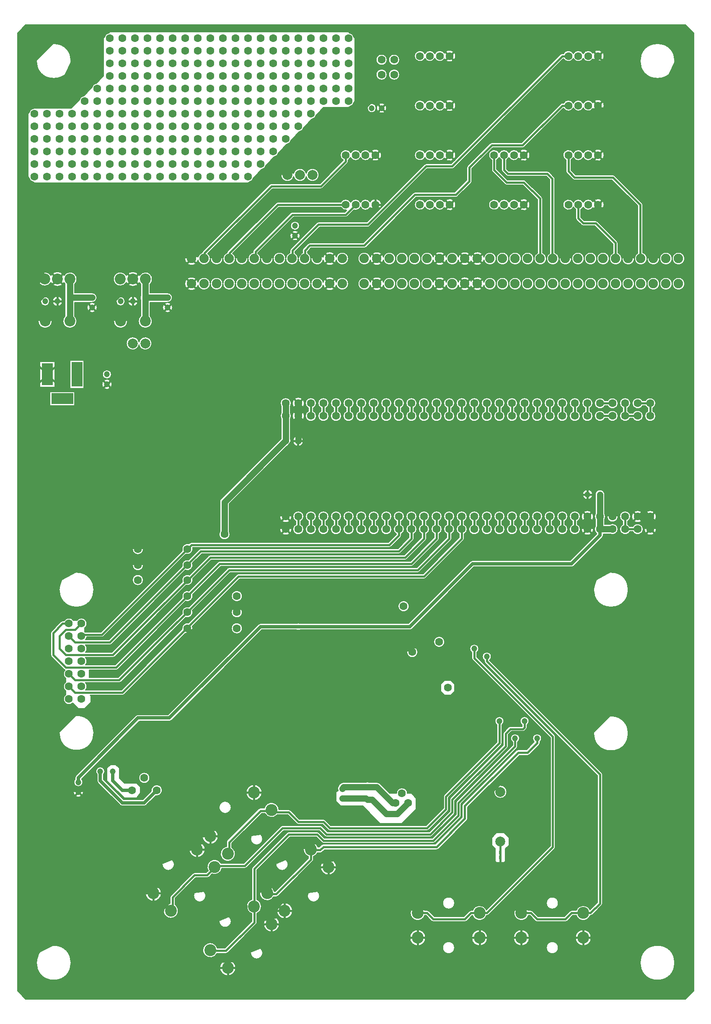
<source format=gbr>
%FSLAX33Y33*%
%MOMM*%
G04 EasyPC Gerber Version 17.0 Build 3379 *
%ADD114R,0.50000X0.80000*%
%ADD107R,2.20000X4.40000*%
%ADD109R,2.20000X5.00000*%
%ADD88C,0.20000*%
%ADD103C,0.40000*%
%ADD73C,0.60000*%
%ADD115C,0.70000*%
%ADD106C,1.20000*%
%ADD112C,1.30000*%
%ADD26C,1.60000*%
%ADD28C,1.90000*%
%ADD27C,2.00000*%
%ADD111C,2.20000*%
%ADD104C,2.40000*%
%ADD110R,4.40000X2.20000*%
X0Y0D02*
D02*
D26*
X7180Y169740D03*
Y172280D03*
Y174820D03*
Y177360D03*
Y179900D03*
Y182440D03*
X9720Y169740D03*
Y172280D03*
Y174820D03*
Y177360D03*
Y179900D03*
Y182440D03*
X12260Y169740D03*
Y172280D03*
Y174820D03*
Y177360D03*
Y179900D03*
Y182440D03*
X14165Y64330D03*
Y66870D03*
Y69410D03*
Y71950D03*
Y74490D03*
Y77030D03*
Y79570D03*
X14800Y169740D03*
Y172280D03*
Y174820D03*
Y177360D03*
Y179900D03*
Y182440D03*
X16705Y64330D03*
Y66870D03*
Y69410D03*
Y71950D03*
Y74490D03*
Y77030D03*
Y79570D03*
X17340Y169740D03*
Y172280D03*
Y174820D03*
Y177360D03*
Y179900D03*
Y182440D03*
Y184980D03*
X19880Y169740D03*
Y172280D03*
Y174820D03*
Y177360D03*
Y179900D03*
Y182440D03*
Y184980D03*
Y187520D03*
X22420Y169740D03*
Y172280D03*
Y174820D03*
Y177360D03*
Y179900D03*
Y182440D03*
Y184980D03*
Y187520D03*
Y190060D03*
Y192600D03*
Y195140D03*
Y197680D03*
X24960Y169740D03*
Y172280D03*
Y174820D03*
Y177360D03*
Y179900D03*
Y182440D03*
Y184980D03*
Y187520D03*
Y190060D03*
Y192600D03*
Y195140D03*
Y197680D03*
X26905Y45915D03*
X27500Y169740D03*
Y172280D03*
Y174820D03*
Y177360D03*
Y179900D03*
Y182440D03*
Y184980D03*
Y187520D03*
Y190060D03*
Y192600D03*
Y195140D03*
Y197680D03*
X28100Y88350D03*
Y91350D03*
Y94600D03*
X29405Y48415D03*
X30040Y169740D03*
Y172280D03*
Y174820D03*
Y177360D03*
Y179900D03*
Y182440D03*
Y184980D03*
Y187520D03*
Y190060D03*
Y192600D03*
Y195140D03*
Y197680D03*
X31905Y45915D03*
X32580Y169740D03*
Y172280D03*
Y174820D03*
Y177360D03*
Y179900D03*
Y182440D03*
Y184980D03*
Y187520D03*
Y190060D03*
Y192600D03*
Y195140D03*
Y197680D03*
X35120Y169740D03*
Y172280D03*
Y174820D03*
Y177360D03*
Y179900D03*
Y182440D03*
Y184980D03*
Y187520D03*
Y190060D03*
Y192600D03*
Y195140D03*
Y197680D03*
X37660Y169740D03*
Y172280D03*
Y174820D03*
Y177360D03*
Y179900D03*
Y182440D03*
Y184980D03*
Y187520D03*
Y190060D03*
Y192600D03*
Y195140D03*
Y197680D03*
X38100Y78600D03*
Y81850D03*
Y85100D03*
Y88350D03*
Y91350D03*
Y94600D03*
X40200Y169740D03*
Y172280D03*
Y174820D03*
Y177360D03*
Y179900D03*
Y182440D03*
Y184980D03*
Y187520D03*
Y190060D03*
Y192600D03*
Y195140D03*
Y197680D03*
X42740Y169740D03*
Y172280D03*
Y174820D03*
Y177360D03*
Y179900D03*
Y182440D03*
Y184980D03*
Y187520D03*
Y190060D03*
Y192600D03*
Y195140D03*
Y197680D03*
X45280Y169740D03*
Y172280D03*
Y174820D03*
Y177360D03*
Y179900D03*
Y182440D03*
Y184980D03*
Y187520D03*
Y190060D03*
Y192600D03*
Y195140D03*
Y197680D03*
X45600Y97600D03*
X47820Y169740D03*
Y172280D03*
Y174820D03*
Y177360D03*
Y179900D03*
Y182440D03*
Y184980D03*
Y187520D03*
Y190060D03*
Y192600D03*
Y195140D03*
Y197680D03*
X48100Y78600D03*
Y81850D03*
Y85100D03*
X50360Y169740D03*
Y172280D03*
Y174820D03*
Y177360D03*
Y179900D03*
Y182440D03*
Y184980D03*
Y187520D03*
Y190060D03*
Y192600D03*
Y195140D03*
Y197680D03*
X52900Y172280D03*
Y174820D03*
Y177360D03*
Y179900D03*
Y182440D03*
Y184980D03*
Y187520D03*
Y190060D03*
Y192600D03*
Y195140D03*
Y197680D03*
X55440Y174820D03*
Y177360D03*
Y179900D03*
Y182440D03*
Y184980D03*
Y187520D03*
Y190060D03*
Y192600D03*
Y195140D03*
Y197680D03*
X57980Y98620D03*
Y101160D03*
Y121480D03*
Y124020D03*
Y177360D03*
Y179900D03*
Y182440D03*
Y184980D03*
Y187520D03*
Y190060D03*
Y192600D03*
Y195140D03*
Y197680D03*
X60520Y98620D03*
Y101160D03*
Y121480D03*
Y124020D03*
Y179900D03*
Y182440D03*
Y184980D03*
Y187520D03*
Y190060D03*
Y192600D03*
Y195140D03*
Y197680D03*
X63060Y98620D03*
Y101160D03*
Y121480D03*
Y124020D03*
Y182440D03*
Y184980D03*
Y187520D03*
Y190060D03*
Y192600D03*
Y195140D03*
Y197680D03*
X65600Y98620D03*
Y101160D03*
Y121480D03*
Y124020D03*
Y184980D03*
Y187520D03*
Y190060D03*
Y192600D03*
Y195140D03*
Y197680D03*
X68140Y98620D03*
Y101160D03*
Y121480D03*
Y124020D03*
Y184980D03*
Y187520D03*
Y190060D03*
Y192600D03*
Y195140D03*
Y197680D03*
X70100Y164100D03*
Y174100D03*
X70680Y98620D03*
Y101160D03*
Y121480D03*
Y124020D03*
Y184980D03*
Y187520D03*
Y190060D03*
Y192600D03*
Y195140D03*
Y197680D03*
X72100Y164100D03*
Y174100D03*
X73220Y98620D03*
Y101160D03*
Y121480D03*
Y124020D03*
X74100Y164100D03*
Y174100D03*
X75760Y98620D03*
Y101160D03*
Y121480D03*
Y124020D03*
X76100Y164100D03*
Y174100D03*
X77350Y190350D03*
Y193350D03*
X78300Y98620D03*
Y101160D03*
Y121480D03*
Y124020D03*
X79890Y190350D03*
Y193350D03*
X80205Y43375D03*
X80840Y98620D03*
Y101160D03*
Y121480D03*
Y124020D03*
X81475Y45280D03*
X81804Y83054D03*
X82745Y43375D03*
X83380Y98620D03*
Y101160D03*
Y121480D03*
Y124020D03*
X83554Y73804D03*
X85100Y164100D03*
Y174100D03*
Y184100D03*
Y194100D03*
X85920Y98620D03*
Y101160D03*
Y121480D03*
Y124020D03*
X87100Y164100D03*
Y174100D03*
Y184100D03*
Y194100D03*
X88460Y98620D03*
Y101160D03*
Y121480D03*
Y124020D03*
X88988Y75870D03*
X89100Y164100D03*
Y174100D03*
Y184100D03*
Y194100D03*
X90738Y66620D03*
X91000Y98620D03*
Y101160D03*
Y121480D03*
Y124020D03*
X91100Y164100D03*
Y174100D03*
Y184100D03*
Y194100D03*
X93540Y98620D03*
Y101160D03*
Y121480D03*
Y124020D03*
X96080Y98620D03*
Y101160D03*
Y121480D03*
Y124020D03*
X98620Y98620D03*
Y101160D03*
Y121480D03*
Y124020D03*
X100100Y164100D03*
Y174100D03*
X101160Y98620D03*
Y101160D03*
Y121480D03*
Y124020D03*
X102100Y164100D03*
Y174100D03*
X103700Y98620D03*
Y101160D03*
Y121480D03*
Y124020D03*
X104100Y164100D03*
Y174100D03*
X106100Y164100D03*
Y174100D03*
X106240Y98620D03*
Y101160D03*
Y121480D03*
Y124020D03*
X108780Y98620D03*
Y101160D03*
Y121480D03*
Y124020D03*
X111320Y98620D03*
Y101160D03*
Y121480D03*
Y124020D03*
X113860Y98620D03*
Y101160D03*
Y121480D03*
Y124020D03*
X115100Y164100D03*
Y174100D03*
Y184100D03*
Y194100D03*
X116400Y98620D03*
Y101160D03*
Y121480D03*
Y124020D03*
X117100Y164100D03*
Y174100D03*
Y184100D03*
Y194100D03*
X118940Y98620D03*
Y101160D03*
Y121480D03*
Y124020D03*
X119100Y164100D03*
Y174100D03*
Y184100D03*
Y194100D03*
X121100Y164100D03*
Y174100D03*
Y184100D03*
Y194100D03*
X121480Y98620D03*
Y101160D03*
Y121480D03*
Y124020D03*
X124020Y98620D03*
Y101160D03*
Y121480D03*
Y124020D03*
X126560Y98620D03*
Y101160D03*
Y121480D03*
Y124020D03*
X129100Y98620D03*
Y101160D03*
Y121480D03*
Y124020D03*
X131640Y98620D03*
Y101160D03*
Y121480D03*
Y124020D03*
D02*
D27*
X5275Y167200D03*
X5910Y5910D03*
X6600Y197600D03*
X7860Y87220D03*
X8600Y67600D03*
X9600Y51100D03*
X10350Y106600D03*
X10673Y25913D03*
X17350Y119600D03*
X17975Y189425D03*
X24350Y97350D03*
X27060Y136100D03*
X27100Y161350D03*
X27600Y55350D03*
X29405Y12895D03*
X29600Y136100D03*
X33100Y132850D03*
X33215Y66235D03*
X33850Y57663D03*
X34485Y41470D03*
X35120Y106875D03*
X38350Y119600D03*
X41470Y75760D03*
X46260Y58420D03*
X47185Y67505D03*
X48455Y102430D03*
X49350Y166350D03*
X55440Y66870D03*
X58310Y170100D03*
X59060Y52660D03*
X60850Y170100D03*
X63390D03*
X65100Y157600D03*
X66350Y181100D03*
X68140Y134180D03*
X68775Y13530D03*
X71850Y144600D03*
X71950Y116400D03*
X73855Y198315D03*
X75850Y85600D03*
X77665Y27818D03*
X78850Y75600D03*
X79570Y108780D03*
X81850Y160100D03*
X82600Y190100D03*
X85850Y29600D03*
X88350Y136600D03*
X90365Y116400D03*
X90850Y198850D03*
X92100Y52850D03*
X92350Y80850D03*
X92600Y169600D03*
X95100Y66600D03*
X100600Y192350D03*
X101350Y29850D03*
Y35600D03*
Y45600D03*
X103700Y107510D03*
X105100Y44100D03*
X106240Y116400D03*
X107100Y199100D03*
X109600Y168350D03*
X110100Y184100D03*
X112590Y85285D03*
X114100Y156600D03*
X114177Y61155D03*
X114495Y117670D03*
X115448Y30358D03*
X116400Y46233D03*
X122100Y198850D03*
X125600Y112350D03*
X126521Y70024D03*
X128783Y32263D03*
X131350Y173850D03*
X132275Y46550D03*
X133545Y84333D03*
Y129100D03*
X134180Y157040D03*
X134498Y59885D03*
X137355Y99573D03*
X137673Y5910D03*
X137990Y25278D03*
Y115765D03*
Y136720D03*
X138100Y182100D03*
Y198600D03*
D02*
D28*
X38930Y148150D03*
Y153230D03*
X41470Y148150D03*
Y153230D03*
X44010Y148150D03*
Y153230D03*
X46550Y148150D03*
Y153230D03*
X49090Y148150D03*
Y153230D03*
X51630Y148150D03*
Y153230D03*
X54170Y148150D03*
Y153230D03*
X56710Y148150D03*
Y153230D03*
X59250Y148150D03*
Y153230D03*
X61790Y148150D03*
Y153230D03*
X64330Y148150D03*
Y153230D03*
X66870Y148150D03*
Y153230D03*
X69410Y148150D03*
Y153230D03*
X73855Y148150D03*
Y153230D03*
X76395Y148150D03*
Y153230D03*
X78935Y148150D03*
Y153230D03*
X81475Y148150D03*
Y153230D03*
X84015Y148150D03*
Y153230D03*
X86555Y148150D03*
Y153230D03*
X89095Y148150D03*
Y153230D03*
X91635Y148150D03*
Y153230D03*
X94175Y148150D03*
Y153230D03*
X96715Y148150D03*
Y153230D03*
X99255Y148150D03*
Y153230D03*
X101795Y148150D03*
Y153230D03*
X104335Y148150D03*
Y153230D03*
X106875Y148150D03*
Y153230D03*
X109415Y148150D03*
Y153230D03*
X111955Y148150D03*
Y153230D03*
X114495Y148150D03*
Y153230D03*
X117035Y148150D03*
Y153230D03*
X119575Y148150D03*
Y153230D03*
X122115Y148150D03*
Y153230D03*
X124655Y148150D03*
Y153230D03*
X127195Y148150D03*
Y153230D03*
X129735Y148150D03*
Y153230D03*
X132275Y148150D03*
Y153230D03*
X134815Y148150D03*
Y153230D03*
X137355Y148150D03*
Y153230D03*
D02*
D73*
X17970Y66374D03*
X18287Y76530D03*
X18293Y71950D03*
Y74490D03*
Y78300D03*
X18927Y69410D03*
X31310Y199585D03*
X45350Y162100D03*
X45600Y156100D03*
X49090Y199585D03*
X50850Y156100D03*
X57100Y161850D03*
X59850Y165350D03*
X60520Y78935D03*
X65100Y173850D03*
X67100Y163100D03*
X69410Y120210D03*
X70850Y171350D03*
X71100Y161100D03*
Y165100D03*
X72850Y157350D03*
Y172850D03*
X79570Y97350D03*
Y120210D03*
X79850Y195100D03*
X82110Y97350D03*
X82600Y194350D03*
X84650Y97350D03*
X86100Y163100D03*
Y165100D03*
Y173100D03*
Y175100D03*
Y183100D03*
Y185100D03*
Y193100D03*
X87190Y97350D03*
X87850Y165350D03*
Y172850D03*
Y175350D03*
Y182850D03*
Y185350D03*
Y192850D03*
X89730Y97350D03*
X92270D03*
X94810D03*
X97350Y120210D03*
X100100Y156100D03*
X102850Y155850D03*
X105350Y156100D03*
X116100Y175100D03*
Y185100D03*
X116350Y165350D03*
X117850Y172850D03*
Y182850D03*
Y192850D03*
D02*
D88*
X3763Y5437D02*
X5437Y3763D01*
X138764*
X140437Y5437*
Y198764*
X138764Y200437*
X5437*
X3763Y198764*
Y5437*
X6096Y169554D02*
X5910Y169740D01*
Y182440*
X6096Y182626*
G75*
G02X6994Y183524I1084J-186*
G01*
X7000Y183530*
X7032*
G75*
G02X7328I148J-1090*
G01*
X9572*
G75*
G02X9868I148J-1090*
G01*
X12112*
G75*
G02X12408I148J-1090*
G01*
X14620*
X16256Y185166*
G75*
G02X17154Y186064I1084J-186*
G01*
X18796Y187706*
G75*
G02X19694Y188604I1084J-186*
G01*
X21150Y190060*
Y197680*
X21336Y197866*
G75*
G02X22234Y198764I1084J-186*
G01*
X22420Y198950*
X70680*
X70866Y198764*
G75*
G02X71764Y197866I-186J-1084*
G01*
X71950Y197680*
Y184980*
X71764Y184794*
G75*
G02X70866Y183896I-1084J186*
G01*
X70680Y183710*
X65600*
X64144Y182254*
G75*
G02X63246Y181356I-1084J186*
G01*
X61604Y179714*
G75*
G02X60706Y178816I-1084J186*
G01*
X59064Y177174*
G75*
G02X58166Y176276I-1084J186*
G01*
X56524Y174634*
G75*
G02X55626Y173736I-1084J186*
G01*
X53984Y172094*
G75*
G02X53086Y171196I-1084J186*
G01*
X51444Y169554*
G75*
G02X50546Y168656I-1084J186*
G01*
X50360Y168470*
X7180*
X6994Y168656*
G75*
G02X6096Y169554I186J1084*
G01*
X7950Y140600D02*
G75*
G02X10750I1400D01*
G01*
G75*
G02X7950I-1400*
G01*
X8300Y127250D02*
Y132450D01*
X11300*
Y127250*
X8300*
X9350Y145500D02*
G75*
G02Y143700J-900D01*
G01*
G75*
G02Y145500J900*
G01*
X10523Y148401D02*
G75*
G02X9310Y147700I-1213J699D01*
G01*
G75*
G02Y150500J1400*
G01*
G75*
G02X10523Y149799J-1400*
G01*
G75*
G02X13177I1327J-699*
G01*
G75*
G02X14390Y150500I1213J-699*
G01*
G75*
G02X15340Y148072J-1400*
G01*
Y146300*
X18831*
G75*
G02X19800Y145350I20J-950*
G01*
G75*
G02X18831Y144400I-950*
G01*
X15300*
Y141628*
G75*
G02X15750Y140600I-950J-1028*
G01*
G75*
G02X12950I-1400*
G01*
G75*
G02X13400Y141628I1400*
G01*
Y144947*
G75*
G02X13360Y145641I950J403*
G01*
Y148152*
G75*
G02X13177Y148401I1030J948*
G01*
G75*
G02X10523I-1327J699*
G01*
X11100Y14600D02*
G75*
G02Y7600J-3500D01*
G01*
G75*
G02Y14600J3500*
G01*
Y196600D02*
G75*
G02Y189600J-3500D01*
G01*
G75*
G02Y196600J3500*
G01*
X11850Y145600D02*
G75*
G02Y143600J-1000D01*
G01*
G75*
G02Y145600J1000*
G01*
X13185Y80070D02*
G75*
G02X15063Y80205I980J-500D01*
G01*
X15807*
G75*
G02X16705Y80670I898J-635*
G01*
G75*
G02X17340Y78672J-1100*
G01*
Y77928*
G75*
G02X17441Y77847I-635J-898*
G01*
X20625*
X37050Y94272*
G75*
G02X38428Y95650I1050J328*
G01*
X38576Y95799*
G75*
G02X38930Y95945I353J-354*
G01*
X78728*
X80340Y97557*
Y97640*
G75*
G02Y99600I500J980*
G01*
Y100180*
G75*
G02X79740Y101160I500J980*
G01*
G75*
G02X81940I1100*
G01*
G75*
G02X81340Y100180I-1100*
G01*
Y99600*
G75*
G02Y97640I-500J-980*
G01*
Y97350*
G75*
G02X81194Y96996I-500J0*
G01*
X79289Y95091*
G75*
G02X78935Y94945I-353J354*
G01*
X39145*
G75*
G02X37750Y93557I-1045J-345*
G01*
X21186Y76994*
G75*
G02X20833Y76847I-353J354*
G01*
X17790*
G75*
G02X17491Y76260I-1085J183*
G01*
X22213*
X37034Y91081*
G75*
G02X38369Y92417I1067J269*
G01*
X40481Y94529*
G75*
G02X40835Y94675I353J-354*
G01*
X80633*
X82880Y96922*
Y97640*
G75*
G02Y99600I500J980*
G01*
Y100180*
G75*
G02X82280Y101160I500J980*
G01*
G75*
G02X84480I1100*
G01*
G75*
G02X83880Y100180I-1100*
G01*
Y99600*
G75*
G02Y97640I-500J-980*
G01*
Y96715*
G75*
G02X83734Y96361I-500J0*
G01*
X81194Y93821*
G75*
G02X80840Y93675I-353J354*
G01*
X41042*
X39123Y91755*
G75*
G02X37695Y90327I-1023J-405*
G01*
X22774Y75406*
G75*
G02X22420Y75260I-353J354*
G01*
X17491*
G75*
G02Y73720I-786J-770*
G01*
X22848*
X37076Y87948*
G75*
G02X38502Y89374I1024J402*
G01*
X42386Y93259*
G75*
G02X42740Y93405I353J-354*
G01*
X81903*
X85420Y96922*
Y97640*
G75*
G02Y99600I500J980*
G01*
Y100180*
G75*
G02X84820Y101160I500J980*
G01*
G75*
G02X87020I1100*
G01*
G75*
G02X86420Y100180I-1100*
G01*
Y99600*
G75*
G02Y97640I-500J-980*
G01*
Y96715*
G75*
G02X86274Y96361I-500J0*
G01*
X82464Y92551*
G75*
G02X82110Y92405I-353J354*
G01*
X42947*
X39166Y88623*
G75*
G02X37827Y87284I-1066J-273*
G01*
X23409Y72866*
G75*
G02X23055Y72720I-353J354*
G01*
X17491*
G75*
G02Y71180I-786J-770*
G01*
X23483*
X37056Y84753*
G75*
G02X38447Y86144I1044J347*
G01*
X44291Y91989*
G75*
G02X44645Y92135I353J-354*
G01*
X83173*
X87960Y96922*
Y97640*
G75*
G02Y99600I500J980*
G01*
Y100180*
G75*
G02X87360Y101160I500J980*
G01*
G75*
G02X89560I1100*
G01*
G75*
G02X88960Y100180I-1100*
G01*
Y99600*
G75*
G02Y97640I-500J-980*
G01*
Y96715*
G75*
G02X88814Y96361I-500J0*
G01*
X83734Y91281*
G75*
G02X83380Y91135I-353J354*
G01*
X44852*
X39149Y85432*
G75*
G02X37768Y84051I-1049J-332*
G01*
X24044Y70326*
G75*
G02X23690Y70180I-353J354*
G01*
X18293*
Y68640*
X24118*
X37039Y81561*
G75*
G02X38389Y82911I1061J289*
G01*
X46196Y90719*
G75*
G02X46550Y90865I353J-354*
G01*
X84443*
X90500Y96922*
Y97640*
G75*
G02Y99600I500J980*
G01*
Y100180*
G75*
G02X89900Y101160I500J980*
G01*
G75*
G02X92100I1100*
G01*
G75*
G02X91500Y100180I-1100*
G01*
Y99600*
G75*
G02Y97640I-500J-980*
G01*
Y96715*
G75*
G02X91354Y96361I-500J0*
G01*
X85004Y90011*
G75*
G02X84650Y89865I-353J354*
G01*
X46757*
X39130Y82237*
G75*
G02X37713Y80821I-1030J-387*
G01*
X24679Y67786*
G75*
G02X24325Y67640I-353J354*
G01*
X17491*
G75*
G02Y66100I-786J-770*
G01*
X24753*
X37024Y78371*
G75*
G02X38329Y79676I1076J229*
G01*
X48101Y89449*
G75*
G02X48455Y89595I353J-354*
G01*
X85713*
X93040Y96922*
Y97640*
G75*
G02Y99600I500J980*
G01*
Y100180*
G75*
G02X92440Y101160I500J980*
G01*
G75*
G02X94640I1100*
G01*
G75*
G02X94040Y100180I-1100*
G01*
Y99600*
G75*
G02Y97640I-500J-980*
G01*
Y96715*
G75*
G02X93894Y96361I-500J0*
G01*
X86274Y88741*
G75*
G02X85920Y88595I-353J354*
G01*
X48662*
X39108Y79041*
G75*
G02X37659Y77592I-1008J-441*
G01*
X25314Y65246*
G75*
G02X24960Y65100I-353J354*
G01*
X18475*
X18610Y64965*
Y63695*
X17340Y62425*
X16070*
X14943Y63552*
G75*
G02X14165Y63230I-778J778*
G01*
G75*
G02X13530Y65228J1100*
G01*
Y65972*
G75*
G02Y67768I635J898*
G01*
Y68512*
G75*
G02X13397Y70198I635J898*
G01*
G75*
G02X13176Y70326I133J482*
G01*
X10636Y72866*
G75*
G02X10490Y73220I354J353*
G01*
Y77665*
G75*
G02X10636Y78019I500J0*
G01*
X12541Y79924*
G75*
G02X12895Y80070I353J-354*
G01*
X13185*
X14400Y127050D02*
Y132650D01*
X17200*
Y127050*
X14400*
X15350Y123550D02*
X10350D01*
Y126350*
X15350*
Y123550*
X15420Y48173D02*
Y48455D01*
G75*
G02X15610Y48915I650*
G01*
X27675Y60980*
G75*
G02X28135Y61170I460J-460*
G01*
X34216*
X52440Y79395*
G75*
G02X52900Y79585I460J-460*
G01*
X60183*
G75*
G02X60857I337J-650*
G01*
X82793*
X95303Y92095*
G75*
G02X95763Y92285I460J-460*
G01*
X115496*
X120830Y97619*
Y97733*
G75*
G02X120530Y99174I650J887*
G01*
Y100606*
G75*
G02Y101715I950J555*
G01*
Y105586*
G75*
G02X121480Y106555I950J20*
G01*
G75*
G02X122430Y105586J-950*
G01*
Y101715*
G75*
G02Y100606I-950J-555*
G01*
Y99570*
X123466*
G75*
G02X125120Y98620I555J-950*
G01*
G75*
G02X123466Y97670I-1100*
G01*
X122130*
Y97350*
G75*
G02X121940Y96890I-650*
G01*
X116225Y91175*
G75*
G02X115765Y90985I-460J460*
G01*
X96032*
X83522Y78475*
G75*
G02X83063Y78285I-460J460*
G01*
X60857*
G75*
G02X60183I-337J650*
G01*
X53169*
X34945Y60060*
G75*
G02X34485Y59870I-460J460*
G01*
X28404*
X16720Y48186*
Y48173*
G75*
G02X16970Y47550I-650J-623*
G01*
G75*
G02X15170I-900*
G01*
G75*
G02X15420Y48173I900*
G01*
X15700Y61000D02*
G75*
G02Y54000J-3500D01*
G01*
G75*
G02Y61000J3500*
G01*
Y89900D02*
G75*
G02Y82900J-3500D01*
G01*
G75*
G02Y89900J3500*
G01*
X17070Y45550D02*
G75*
G02X15070I-1000D01*
G01*
G75*
G02X17070I1000*
G01*
X19850Y143350D02*
G75*
G02X17850I-1000D01*
G01*
G75*
G02X19850I1000*
G01*
X19865Y49103D02*
G75*
G02X20515Y50625I650J623D01*
G01*
G75*
G02X21165Y49103J-900*
G01*
Y48089*
X25229Y44025*
X29096*
X30818Y45747*
G75*
G02X31905Y47015I1087J168*
G01*
G75*
G02Y44815J-1100*
G01*
G75*
G02X31737Y44828I0J1100*
G01*
X29825Y42915*
G75*
G02X29365Y42725I-460J460*
G01*
X24960*
G75*
G02X24500Y42915J650*
G01*
X20055Y47360*
G75*
G02X19865Y47820I460J460*
G01*
Y49103*
X21850Y50350D02*
X22600Y51100D01*
X23600*
X24350Y50350*
Y48350*
X25350Y47350*
X27850*
X28600Y46600*
Y45350*
X27850Y44350*
X25350*
X21850Y47850*
Y50350*
X22750Y129850D02*
G75*
G02X20950I-900D01*
G01*
G75*
G02X22750I900*
G01*
X22850Y127850D02*
G75*
G02X20850I-1000D01*
G01*
G75*
G02X22850I1000*
G01*
X23200Y140600D02*
G75*
G02X26000I1400D01*
G01*
G75*
G02X23200I-1400*
G01*
X24600Y145500D02*
G75*
G02Y143700J-900D01*
G01*
G75*
G02Y145500J900*
G01*
X25773Y148401D02*
G75*
G02X24560Y147700I-1213J699D01*
G01*
G75*
G02Y150500J1400*
G01*
G75*
G02X25773Y149799J-1400*
G01*
G75*
G02X28427I1327J-699*
G01*
G75*
G02X29640Y150500I1213J-699*
G01*
G75*
G02X30550Y148036J-1400*
G01*
Y146300*
X34081*
G75*
G02X35050Y145350I20J-950*
G01*
G75*
G02X34081Y144400I-950*
G01*
X30550*
Y141628*
G75*
G02X31000Y140600I-950J-1028*
G01*
G75*
G02X28200I-1400*
G01*
G75*
G02X28650Y141628I1400*
G01*
Y144947*
G75*
G02Y145753I950J403*
G01*
Y148110*
G75*
G02X28427Y148401I990J990*
G01*
G75*
G02X25773I-1327J699*
G01*
X27000Y88350D02*
G75*
G02X29200I1100D01*
G01*
G75*
G02X27000I-1100*
G01*
Y91350D02*
G75*
G02X29200I1100D01*
G01*
G75*
G02X27000I-1100*
G01*
Y94600D02*
G75*
G02X29200I1100D01*
G01*
G75*
G02X27000I-1100*
G01*
X27100Y145600D02*
G75*
G02Y143600J-1000D01*
G01*
G75*
G02Y145600J1000*
G01*
X28330Y135822D02*
G75*
G02X25760Y136100I-1270J278D01*
G01*
G75*
G02X28330Y136378I1300*
G01*
G75*
G02X30900Y136100I1270J-278*
G01*
G75*
G02X28330Y135822I-1300*
G01*
X29405Y49515D02*
G75*
G02Y47315J-1100D01*
G01*
G75*
G02Y49515J1100*
G01*
X30099Y23999D02*
G75*
G02X32362Y26262I1131J1131D01*
G01*
G75*
G02X30099Y23999I-1131J-1131*
G01*
X33387Y30115D02*
G75*
G02X35085Y31813I849J849D01*
G01*
G75*
G02X33387Y30115I-849J-849*
G01*
X34620Y23088D02*
Y24325D01*
G75*
G02X34766Y24679I500J0*
G01*
X39211Y29124*
G75*
G02X39565Y29270I353J-354*
G01*
X41898*
X42308Y29680*
G75*
G02X44666Y31495I1297J754*
G01*
G75*
G02X44909Y31175I-1061J-1061*
G01*
X49518*
X56991Y38649*
G75*
G02X57345Y38795I353J-354*
G01*
X64965*
G75*
G02X65319Y38649I0J-500*
G01*
X66442Y37525*
X86983*
X91135Y41677*
Y44010*
G75*
G02X91281Y44364I500J0*
G01*
X101930Y55012*
Y57345*
G75*
G02X102076Y57699I500J0*
G01*
X103029Y58651*
G75*
G02X103382Y58798I353J-354*
G01*
X105715*
X105740Y58822*
Y59137*
G75*
G02X105340Y59885I500J748*
G01*
G75*
G02X107140I900*
G01*
G75*
G02X106740Y59137I-900*
G01*
Y58615*
G75*
G02X106594Y58261I-500J0*
G01*
X106276Y57944*
G75*
G02X105923Y57798I-353J354*
G01*
X103590*
X102930Y57138*
Y54805*
G75*
G02X102784Y54451I-500J0*
G01*
X92135Y43803*
Y41470*
G75*
G02X91989Y41116I-500J0*
G01*
X87544Y36671*
G75*
G02X87190Y36525I-353J354*
G01*
X66235*
G75*
G02X65881Y36671I0J500*
G01*
X64758Y37795*
X57552*
X50079Y30321*
G75*
G02X49725Y30175I-353J354*
G01*
X45083*
G75*
G02X43073Y29031I-1478J259*
G01*
X42459Y28416*
G75*
G02X42105Y28270I-353J354*
G01*
X39772*
X35620Y24118*
Y22829*
G75*
G02X35827Y22656I-854J-1233*
G01*
G75*
G02X33706Y20535I-1061J-1061*
G01*
G75*
G02X34620Y23088I1061J1061*
G01*
X35100Y143350D02*
G75*
G02X33100I-1000D01*
G01*
G75*
G02X35100I1000*
G01*
X38938Y32838D02*
G75*
G02X41201Y35101I1131J1131D01*
G01*
G75*
G02X38938Y32838I-1131J-1131*
G01*
X39751Y23751D02*
G75*
G02X41449Y25449I849J849D01*
G01*
G75*
G02X39751Y23751I-849J-849*
G01*
X40251Y147873D02*
G75*
G02X37580Y148150I-1321J278D01*
G01*
G75*
G02X40251Y148428I1350*
G01*
G75*
G02X42720Y148150I1219J-278*
G01*
G75*
G02X40251Y147873I-1250*
G01*
Y152952D02*
G75*
G02X37580Y153230I-1321J278D01*
G01*
G75*
G02X40251Y153507I1350*
G01*
G75*
G02X41106Y154426I1219J-278*
G01*
G75*
G02X41246Y154704I494J-76*
G01*
X54746Y168204*
G75*
G02X55100Y168350I353J-354*
G01*
X64893*
X69600Y173057*
Y173120*
G75*
G02X69000Y174100I500J980*
G01*
G75*
G02X71100Y174558I1100*
G01*
G75*
G02X73100I1000J-458*
G01*
G75*
G02X75043Y174667I1000J-458*
G01*
G75*
G02X77300Y174100I1058J-567*
G01*
G75*
G02X75043Y173533I-1200*
G01*
G75*
G02X73100Y173642I-943J567*
G01*
G75*
G02X71100I-1000J458*
G01*
G75*
G02X70600Y173120I-1000J458*
G01*
Y172850*
G75*
G02X70454Y172496I-500J0*
G01*
X65454Y167496*
G75*
G02X65100Y167350I-353J354*
G01*
X55307*
X42201Y154244*
G75*
G02X42720Y153230I-731J-1014*
G01*
G75*
G02X40251Y152952I-1250*
G01*
X41599Y35499D02*
G75*
G02X43862Y37762I1131J1131D01*
G01*
G75*
G02X41599Y35499I-1131J-1131*
G01*
X42760Y148150D02*
G75*
G02X45260I1250D01*
G01*
G75*
G02X42760I-1250*
G01*
Y153230D02*
G75*
G02X45260I1250D01*
G01*
G75*
G02X42760I-1250*
G01*
X44088Y12990D02*
G75*
G02X41670Y12569I-1357J640D01*
G01*
G75*
G02X43792Y14691I1061J1061*
G01*
G75*
G02X44165Y14070I-1061J-1061*
G01*
X45691*
X51090Y19469*
Y21048*
G75*
G02X51130Y23903I480J1421*
G01*
Y30040*
G75*
G02X51276Y30394I500J0*
G01*
X58261Y37379*
G75*
G02X58615Y37525I353J-354*
G01*
X64330*
G75*
G02X64684Y37379I0J-500*
G01*
X65807Y36255*
X87618*
X92405Y41042*
Y43375*
G75*
G02X92551Y43729I500J0*
G01*
X103835Y55012*
Y55644*
G75*
G02X103435Y56393I500J748*
G01*
G75*
G02X105235I900*
G01*
G75*
G02X104835Y55644I-900*
G01*
Y54805*
G75*
G02X104689Y54451I-500J0*
G01*
X93405Y43168*
Y40835*
G75*
G02X93259Y40481I-500J0*
G01*
X88179Y35401*
G75*
G02X87825Y35255I-353J354*
G01*
X65600*
G75*
G02X65246Y35401I0J500*
G01*
X64123Y36525*
X58822*
X52130Y29833*
Y23860*
G75*
G02X52170Y21094I-560J-1391*
G01*
Y19245*
G75*
G02X52012Y18863I-540J0*
G01*
X46297Y13148*
G75*
G02X45915Y12990I-382J382*
G01*
X44088*
X44650Y98154D02*
Y104100D01*
G75*
G02X44928Y104772I950J0*
G01*
X57030Y116874*
Y120926*
G75*
G02Y122035I950J555*
G01*
Y123466*
G75*
G02X56880Y124020I950J555*
G01*
G75*
G02X59080I1100*
G01*
G75*
G02X58930Y123466I-1100*
G01*
Y122035*
G75*
G02Y120926I-950J-555*
G01*
Y116803*
G75*
G02X58247Y115403I-950J-403*
G01*
X46550Y103707*
Y98154*
G75*
G02X46700Y97600I-950J-555*
G01*
G75*
G02X44500I-1100*
G01*
G75*
G02X44650Y98154I1100*
G01*
X44887Y41615D02*
G75*
G02X46585Y43313I849J849D01*
G01*
G75*
G02X44887Y41615I-849J-849*
G01*
X45300Y148150D02*
G75*
G02X47800I1250D01*
G01*
G75*
G02X45300I-1250*
G01*
X46010Y34573D02*
Y35438D01*
G75*
G02X46168Y35819I540J0*
G01*
X52518Y42169*
G75*
G02X52900Y42328I382J-382*
G01*
X53658*
G75*
G02X56605Y41970I1448J-394*
G01*
X58615*
G75*
G02X58969Y41824I0J-500*
G01*
X60727Y40065*
X65600*
G75*
G02X65954Y39919I0J-500*
G01*
X67077Y38795*
X86348*
X89865Y42312*
Y44645*
G75*
G02X90011Y44999I500J0*
G01*
X100660Y55647*
Y59137*
G75*
G02X100260Y59885I500J748*
G01*
G75*
G02X102060I900*
G01*
G75*
G02X101660Y59137I-900*
G01*
Y55440*
G75*
G02X101514Y55086I-500J0*
G01*
X90865Y44438*
Y42105*
G75*
G02X90719Y41751I-500J0*
G01*
X86909Y37941*
G75*
G02X86555Y37795I-353J354*
G01*
X66870*
G75*
G02X66516Y37941I0J500*
G01*
X65393Y39065*
X60520*
G75*
G02X60166Y39211I0J500*
G01*
X58408Y40970*
X56254*
G75*
G02X53771Y41248I-1149J964*
G01*
X53124*
X47090Y35214*
Y34349*
G75*
G02X47327Y34156I-824J-1254*
G01*
G75*
G02X45206Y32035I-1061J-1061*
G01*
G75*
G02X46010Y34573I1061J1061*
G01*
X46102Y154397D02*
G75*
G02X46246Y154704I498J-47D01*
G01*
X55996Y164454*
G75*
G02X56350Y164600I353J-354*
G01*
X69120*
G75*
G02X71100Y164558I980J-500*
G01*
G75*
G02X73100I1000J-458*
G01*
G75*
G02X75043Y164667I1000J-458*
G01*
G75*
G02X77300Y164100I1058J-567*
G01*
G75*
G02X75043Y163533I-1200*
G01*
G75*
G02X73100Y163642I-943J567*
G01*
G75*
G02X71761Y163054I-1000J458*
G01*
X70454Y161746*
G75*
G02X70100Y161600I-353J354*
G01*
X59557*
X52350Y154393*
Y154252*
G75*
G02X52880Y153230I-720J-1022*
G01*
G75*
G02X50380I-1250*
G01*
G75*
G02X51350Y154448I1250*
G01*
Y154600*
G75*
G02X51496Y154954I500J0*
G01*
X58996Y162454*
G75*
G02X59350Y162600I353J-354*
G01*
X69893*
X70314Y163021*
G75*
G02X69120Y163600I-214J1079*
G01*
X56557*
X47234Y154276*
G75*
G02X47800Y153230I-684J-1047*
G01*
G75*
G02X45300I-1250*
G01*
G75*
G02X46102Y154397I1250*
G01*
X46585Y20313D02*
G75*
G02X44887Y18615I-849J-849D01*
G01*
G75*
G02X46585Y20313I849J849*
G01*
X47398Y11226D02*
G75*
G02X45135Y8963I-1131J-1131D01*
G01*
G75*
G02X47398Y11226I1131J1131*
G01*
X47840Y148150D02*
G75*
G02X50340I1250D01*
G01*
G75*
G02X47840I-1250*
G01*
Y153230D02*
G75*
G02X50340I1250D01*
G01*
G75*
G02X47840I-1250*
G01*
X49200Y78600D02*
G75*
G02X47000I-1100D01*
G01*
G75*
G02X49200I1100*
G01*
Y81850D02*
G75*
G02X47000I-1100D01*
G01*
G75*
G02X49200I1100*
G01*
Y85100D02*
G75*
G02X47000I-1100D01*
G01*
G75*
G02X49200I1100*
G01*
X50380Y148150D02*
G75*
G02X52880I1250D01*
G01*
G75*
G02X50380I-1250*
G01*
X50438Y44338D02*
G75*
G02X52701Y46601I1131J1131D01*
G01*
G75*
G02X50438Y44338I-1131J-1131*
G01*
X51251Y35252D02*
G75*
G02X52949Y36949I849J849D01*
G01*
G75*
G02X51251Y35252I-849J-849*
G01*
X52920Y148150D02*
G75*
G02X55420I1250D01*
G01*
G75*
G02X52920I-1250*
G01*
Y153230D02*
G75*
G02X55420I1250D01*
G01*
G75*
G02X52920I-1250*
G01*
X52949Y13949D02*
G75*
G02X51251Y12251I-849J-849D01*
G01*
G75*
G02X52949Y13949I849J849*
G01*
X55460Y148150D02*
G75*
G02X57960I1250D01*
G01*
G75*
G02X55460I-1250*
G01*
Y153230D02*
G75*
G02X57960I1250D01*
G01*
G75*
G02X55460I-1250*
G01*
X55552Y24420D02*
G75*
G02X53170Y24069I-1321J710D01*
G01*
G75*
G02X55292Y26191I1061J1061*
G01*
G75*
G02X55685Y25500I-1061J-1061*
G01*
X55851*
X62520Y32169*
Y32573*
G75*
G02X62009Y32908I550J1396*
G01*
G75*
G02X64130Y35030I1061J1061*
G01*
G75*
G02X64497Y34430I-1061J-1061*
G01*
X64725*
X65190Y34895*
G75*
G02X65600Y35065I410J-410*
G01*
X88220*
X93595Y40440*
Y42740*
G75*
G02X93765Y43150I580*
G01*
X104560Y53945*
G75*
G02X104970Y54115I410J-410*
G01*
X106635*
X108200Y55680*
Y55704*
G75*
G02X107880Y56393I580J688*
G01*
G75*
G02X109680I900*
G01*
G75*
G02X109360Y55704I-900*
G01*
Y55440*
G75*
G02X109190Y55030I-580*
G01*
X107285Y53125*
G75*
G02X106875Y52955I-410J410*
G01*
X105210*
X94755Y42500*
Y40200*
G75*
G02X94585Y39790I-580*
G01*
X88870Y34075*
G75*
G02X88460Y33905I-410J410*
G01*
X65840*
X65375Y33440*
G75*
G02X64965Y33270I-410J410*
G01*
X64397*
G75*
G02X63600Y32566I-1327J699*
G01*
Y31945*
G75*
G02X63442Y31563I-540J0*
G01*
X56457Y24578*
G75*
G02X56075Y24420I-382J382*
G01*
X55552*
X56237Y20065D02*
G75*
G02X53974Y17802I-1131J-1131D01*
G01*
G75*
G02X56237Y20065I1131J1131*
G01*
X56780Y98620D02*
G75*
G02X59180I1200D01*
G01*
G75*
G02X56780I-1200*
G01*
Y101160D02*
G75*
G02X59180I1200D01*
G01*
G75*
G02X56780I-1200*
G01*
X58000Y148150D02*
G75*
G02X60500I1250D01*
G01*
G75*
G02X58000I-1250*
G01*
X58085Y31813D02*
G75*
G02X56387Y30115I-849J-849D01*
G01*
G75*
G02X58085Y31813I849J849*
G01*
X58850Y154414D02*
Y154850D01*
G75*
G02X58996Y155204I500J0*
G01*
X64246Y160454*
G75*
G02X64600Y160600I353J-354*
G01*
X74393*
X85996Y172204*
G75*
G02X86350Y172350I353J-354*
G01*
X91393*
X113496Y194454*
G75*
G02X113850Y194600I353J-354*
G01*
X114120*
G75*
G02X116100Y194558I980J-500*
G01*
G75*
G02X118100I1000J-458*
G01*
G75*
G02X120043Y194667I1000J-458*
G01*
G75*
G02X122300Y194100I1058J-567*
G01*
G75*
G02X120043Y193533I-1200*
G01*
G75*
G02X118100Y193642I-943J567*
G01*
G75*
G02X116100I-1000J458*
G01*
G75*
G02X114120Y193600I-1000J458*
G01*
X114057*
X91954Y171496*
G75*
G02X91600Y171350I-353J354*
G01*
X86557*
X74954Y159746*
G75*
G02X74600Y159600I-353J354*
G01*
X64807*
X59850Y154643*
Y154327*
G75*
G02X60500Y153230I-600J-1097*
G01*
G75*
G02X58000I-1250*
G01*
G75*
G02X58850Y154414I1250*
G01*
X58898Y22726D02*
G75*
G02X56635Y20463I-1131J-1131D01*
G01*
G75*
G02X58898Y22726I1131J1131*
G01*
X59320Y121480D02*
G75*
G02X61720I1200D01*
G01*
G75*
G02X59320I-1200*
G01*
Y124020D02*
G75*
G02X61720I1200D01*
G01*
G75*
G02X59320I-1200*
G01*
X59580Y169822D02*
G75*
G02X57010Y170100I-1270J278D01*
G01*
G75*
G02X59580Y170378I1300*
G01*
G75*
G02X62120I1270J-278*
G01*
G75*
G02X64690Y170100I1270J-278*
G01*
G75*
G02X62120Y169822I-1300*
G01*
G75*
G02X59580I-1270J278*
G01*
X60020Y99600D02*
Y100180D01*
G75*
G02X59420Y101160I500J980*
G01*
G75*
G02X61620I1100*
G01*
G75*
G02X61020Y100180I-1100*
G01*
Y99600*
G75*
G02X61620Y98620I-500J-980*
G01*
G75*
G02X59420I-1100*
G01*
G75*
G02X60020Y99600I1100*
G01*
X60480Y117450D02*
G75*
G02Y115350J-1050D01*
G01*
G75*
G02Y117450J1050*
G01*
X60540Y148150D02*
G75*
G02X63040I1250D01*
G01*
G75*
G02X60540I-1250*
G01*
X60750Y159850D02*
G75*
G02X58950I-900D01*
G01*
G75*
G02X60750I900*
G01*
X60850Y157850D02*
G75*
G02X58850I-1000D01*
G01*
G75*
G02X60850I1000*
G01*
X61350Y154400D02*
Y154850D01*
G75*
G02X61496Y155204I500J0*
G01*
X62496Y156204*
G75*
G02X62850Y156350I353J-354*
G01*
X73643*
X83746Y166454*
G75*
G02X84100Y166600I353J-354*
G01*
X92143*
X94600Y169057*
Y171600*
G75*
G02X94746Y171954I500J0*
G01*
X99246Y176454*
G75*
G02X99600Y176600I353J-354*
G01*
X105643*
X113496Y184454*
G75*
G02X113850Y184600I353J-354*
G01*
X114120*
G75*
G02X116100Y184558I980J-500*
G01*
G75*
G02X118100I1000J-458*
G01*
G75*
G02X120043Y184667I1000J-458*
G01*
G75*
G02X122300Y184100I1058J-567*
G01*
G75*
G02X120043Y183533I-1200*
G01*
G75*
G02X118100Y183642I-943J567*
G01*
G75*
G02X116100I-1000J458*
G01*
G75*
G02X114120Y183600I-1000J458*
G01*
X114057*
X106204Y175746*
G75*
G02X105850Y175600I-353J354*
G01*
X99807*
X95600Y171393*
Y168850*
G75*
G02X95454Y168496I-500J0*
G01*
X92704Y165746*
G75*
G02X92350Y165600I-353J354*
G01*
X84307*
X74204Y155496*
G75*
G02X73850Y155350I-353J354*
G01*
X63057*
X62350Y154643*
Y154348*
G75*
G02X63040Y153230I-560J-1117*
G01*
G75*
G02X60540I-1250*
G01*
G75*
G02X61350Y154400I1250*
G01*
X62560Y99600D02*
Y100180D01*
G75*
G02X61960Y101160I500J980*
G01*
G75*
G02X64160I1100*
G01*
G75*
G02X63560Y100180I-1100*
G01*
Y99600*
G75*
G02X64160Y98620I-500J-980*
G01*
G75*
G02X61960I-1100*
G01*
G75*
G02X62560Y99600I1100*
G01*
Y122460D02*
Y123040D01*
G75*
G02X61960Y124020I500J980*
G01*
G75*
G02X64160I1100*
G01*
G75*
G02X63560Y123040I-1100*
G01*
Y122460*
G75*
G02X64160Y121480I-500J-980*
G01*
G75*
G02X61960I-1100*
G01*
G75*
G02X62560Y122460I1100*
G01*
X64449Y25449D02*
G75*
G02X62751Y23751I-849J-849D01*
G01*
G75*
G02X64449Y25449I849J849*
G01*
X65100Y99600D02*
Y100180D01*
G75*
G02X64500Y101160I500J980*
G01*
G75*
G02X66700I1100*
G01*
G75*
G02X66100Y100180I-1100*
G01*
Y99600*
G75*
G02X66700Y98620I-500J-980*
G01*
G75*
G02X64500I-1100*
G01*
G75*
G02X65100Y99600I1100*
G01*
Y122460D02*
Y123040D01*
G75*
G02X64500Y124020I500J980*
G01*
G75*
G02X66700I1100*
G01*
G75*
G02X66100Y123040I-1100*
G01*
Y122460*
G75*
G02X66700Y121480I-500J-980*
G01*
G75*
G02X64500I-1100*
G01*
G75*
G02X65100Y122460I1100*
G01*
X65549Y147873D02*
G75*
G02X63080Y148150I-1219J278D01*
G01*
G75*
G02X65549Y148428I1250*
G01*
G75*
G02X68191I1321J-278*
G01*
G75*
G02X70660Y148150I1219J-278*
G01*
G75*
G02X68191Y147873I-1250*
G01*
G75*
G02X65549I-1321J278*
G01*
Y152952D02*
G75*
G02X63080Y153230I-1219J278D01*
G01*
G75*
G02X65549Y153507I1250*
G01*
G75*
G02X68191I1321J-278*
G01*
G75*
G02X70660Y153230I1219J-278*
G01*
G75*
G02X68191Y152952I-1250*
G01*
G75*
G02X65549I-1321J278*
G01*
X67640Y99600D02*
Y100180D01*
G75*
G02X67040Y101160I500J980*
G01*
G75*
G02X69240I1100*
G01*
G75*
G02X68640Y100180I-1100*
G01*
Y99600*
G75*
G02X69240Y98620I-500J-980*
G01*
G75*
G02X67040I-1100*
G01*
G75*
G02X67640Y99600I1100*
G01*
Y122460D02*
Y123040D01*
G75*
G02X67040Y124020I500J980*
G01*
G75*
G02X69240I1100*
G01*
G75*
G02X68640Y123040I-1100*
G01*
Y122460*
G75*
G02X69240Y121480I-500J-980*
G01*
G75*
G02X67040I-1100*
G01*
G75*
G02X67640Y122460I1100*
G01*
X67737Y31565D02*
G75*
G02X65474Y29302I-1131J-1131D01*
G01*
G75*
G02X67737Y31565I1131J1131*
G01*
X68580Y45818D02*
G75*
G02X68752Y46966I830J463D01*
G01*
X69008Y47222*
G75*
G02X69680Y47500I672J-672*
G01*
X74087*
G75*
G02X74893I403J-950*
G01*
X76395*
G75*
G02X77067Y47222I0J-950*
G01*
X79009Y45280*
X80375*
G75*
G02X82575I1100*
G01*
X83380*
X84333Y44328*
Y42105*
X81475Y39248*
X77030*
X73538Y42740*
X69093*
X68140Y43693*
Y45598*
X68580Y45818*
X70180Y99600D02*
Y100180D01*
G75*
G02X69580Y101160I500J980*
G01*
G75*
G02X71780I1100*
G01*
G75*
G02X71180Y100180I-1100*
G01*
Y99600*
G75*
G02X71780Y98620I-500J-980*
G01*
G75*
G02X69580I-1100*
G01*
G75*
G02X70180Y99600I1100*
G01*
Y122460D02*
Y123040D01*
G75*
G02X69580Y124020I500J980*
G01*
G75*
G02X71780I1100*
G01*
G75*
G02X71180Y123040I-1100*
G01*
Y122460*
G75*
G02X71780Y121480I-500J-980*
G01*
G75*
G02X69580I-1100*
G01*
G75*
G02X70180Y122460I1100*
G01*
X72720Y99600D02*
Y100180D01*
G75*
G02X72120Y101160I500J980*
G01*
G75*
G02X74320I1100*
G01*
G75*
G02X73720Y100180I-1100*
G01*
Y99600*
G75*
G02X74320Y98620I-500J-980*
G01*
G75*
G02X72120I-1100*
G01*
G75*
G02X72720Y99600I1100*
G01*
Y122460D02*
Y123040D01*
G75*
G02X72120Y124020I500J980*
G01*
G75*
G02X74320I1100*
G01*
G75*
G02X73720Y123040I-1100*
G01*
Y122460*
G75*
G02X74320Y121480I-500J-980*
G01*
G75*
G02X72120I-1100*
G01*
G75*
G02X72720Y122460I1100*
G01*
X75074Y147873D02*
G75*
G02X72605Y148150I-1219J278D01*
G01*
G75*
G02X75074Y148428I1250*
G01*
G75*
G02X77716I1321J-278*
G01*
G75*
G02X80185Y148150I1219J-278*
G01*
G75*
G02X77716Y147873I-1250*
G01*
G75*
G02X75074I-1321J278*
G01*
Y152952D02*
G75*
G02X72605Y153230I-1219J278D01*
G01*
G75*
G02X75074Y153507I1250*
G01*
G75*
G02X77716I1321J-278*
G01*
G75*
G02X80185Y153230I1219J-278*
G01*
G75*
G02X77716Y152952I-1250*
G01*
G75*
G02X75074I-1321J278*
G01*
X75260Y99600D02*
Y100180D01*
G75*
G02X74660Y101160I500J980*
G01*
G75*
G02X76860I1100*
G01*
G75*
G02X76260Y100180I-1100*
G01*
Y99600*
G75*
G02X76860Y98620I-500J-980*
G01*
G75*
G02X74660I-1100*
G01*
G75*
G02X75260Y99600I1100*
G01*
Y122460D02*
Y123040D01*
G75*
G02X74660Y124020I500J980*
G01*
G75*
G02X76860I1100*
G01*
G75*
G02X76260Y123040I-1100*
G01*
Y122460*
G75*
G02X76860Y121480I-500J-980*
G01*
G75*
G02X74660I-1100*
G01*
G75*
G02X75260Y122460I1100*
G01*
X75350Y184500D02*
G75*
G02Y182700J-900D01*
G01*
G75*
G02Y184500J900*
G01*
X77350Y184600D02*
G75*
G02Y182600J-1000D01*
G01*
G75*
G02Y184600J1000*
G01*
Y191450D02*
G75*
G02Y189250J-1100D01*
G01*
G75*
G02Y191450J1100*
G01*
Y194450D02*
G75*
G02Y192250J-1100D01*
G01*
G75*
G02Y194450J1100*
G01*
X77800Y99600D02*
Y100180D01*
G75*
G02X77200Y101160I500J980*
G01*
G75*
G02X79400I1100*
G01*
G75*
G02X78800Y100180I-1100*
G01*
Y99600*
G75*
G02X79400Y98620I-500J-980*
G01*
G75*
G02X77200I-1100*
G01*
G75*
G02X77800Y99600I1100*
G01*
Y122460D02*
Y123040D01*
G75*
G02X77200Y124020I500J980*
G01*
G75*
G02X79400I1100*
G01*
G75*
G02X78800Y123040I-1100*
G01*
Y122460*
G75*
G02X79400Y121480I-500J-980*
G01*
G75*
G02X77200I-1100*
G01*
G75*
G02X77800Y122460I1100*
G01*
X79890Y191450D02*
G75*
G02Y189250J-1100D01*
G01*
G75*
G02Y191450J1100*
G01*
Y194450D02*
G75*
G02Y192250J-1100D01*
G01*
G75*
G02Y194450J1100*
G01*
X80225Y148150D02*
G75*
G02X82725I1250D01*
G01*
G75*
G02X80225I-1250*
G01*
Y153230D02*
G75*
G02X82725I1250D01*
G01*
G75*
G02X80225I-1250*
G01*
X80340Y122460D02*
Y123040D01*
G75*
G02X79740Y124020I500J980*
G01*
G75*
G02X81940I1100*
G01*
G75*
G02X81340Y123040I-1100*
G01*
Y122460*
G75*
G02X81940Y121480I-500J-980*
G01*
G75*
G02X79740I-1100*
G01*
G75*
G02X80340Y122460I1100*
G01*
X82582Y83832D02*
G75*
G02X81026Y82276I-778J-778D01*
G01*
G75*
G02X82582Y83832I778J778*
G01*
X82765Y148150D02*
G75*
G02X85265I1250D01*
G01*
G75*
G02X82765I-1250*
G01*
Y153230D02*
G75*
G02X85265I1250D01*
G01*
G75*
G02X82765I-1250*
G01*
X82880Y122460D02*
Y123040D01*
G75*
G02X82280Y124020I500J980*
G01*
G75*
G02X84480I1100*
G01*
G75*
G02X83880Y123040I-1100*
G01*
Y122460*
G75*
G02X84480Y121480I-500J-980*
G01*
G75*
G02X82280I-1100*
G01*
G75*
G02X82880Y122460I1100*
G01*
X84332Y74582D02*
G75*
G02X82776Y73026I-778J-778D01*
G01*
G75*
G02X84332Y74582I778J778*
G01*
X85420Y122460D02*
Y123040D01*
G75*
G02X84820Y124020I500J980*
G01*
G75*
G02X87020I1100*
G01*
G75*
G02X86420Y123040I-1100*
G01*
Y122460*
G75*
G02X87020Y121480I-500J-980*
G01*
G75*
G02X84820I-1100*
G01*
G75*
G02X85420Y122460I1100*
G01*
X86064Y20650D02*
G75*
G02X83150Y21150I-1414J500D01*
G01*
G75*
G02X86064Y21650I1500*
G01*
X86555*
G75*
G02X86909Y21504I0J-500*
G01*
X88032Y20380*
X93968*
X95091Y21504*
G75*
G02X95445Y21650I353J-354*
G01*
X95736*
G75*
G02X98521Y21758I1414J-500*
G01*
X111455Y34692*
Y56503*
X95726Y72231*
G75*
G02X95580Y72585I354J353*
G01*
Y73742*
G75*
G02X95180Y74490I500J748*
G01*
G75*
G02X96980I900*
G01*
G75*
G02X96580Y73742I-900*
G01*
Y72792*
X112309Y57064*
G75*
G02X112455Y56710I-354J-353*
G01*
Y34485*
G75*
G02X112309Y34131I-500J0*
G01*
X98974Y20796*
G75*
G02X98620Y20650I-353J354*
G01*
X98564*
G75*
G02X95736I-1414J500*
G01*
X95652*
X94529Y19526*
G75*
G02X94175Y19380I-353J354*
G01*
X87825*
G75*
G02X87471Y19526I0J500*
G01*
X86348Y20650*
X86064*
X86100Y163642D02*
G75*
G02X84000Y164100I-1000J458D01*
G01*
G75*
G02X86100Y164558I1100*
G01*
G75*
G02X88100I1000J-458*
G01*
G75*
G02X90043Y164667I1000J-458*
G01*
G75*
G02X92300Y164100I1058J-567*
G01*
G75*
G02X90043Y163533I-1200*
G01*
G75*
G02X88100Y163642I-943J567*
G01*
G75*
G02X86100I-1000J458*
G01*
Y173642D02*
G75*
G02X84000Y174100I-1000J458D01*
G01*
G75*
G02X86100Y174558I1100*
G01*
G75*
G02X88100I1000J-458*
G01*
G75*
G02X90043Y174667I1000J-458*
G01*
G75*
G02X92300Y174100I1058J-567*
G01*
G75*
G02X90043Y173533I-1200*
G01*
G75*
G02X88100Y173642I-943J567*
G01*
G75*
G02X86100I-1000J458*
G01*
Y183642D02*
G75*
G02X84000Y184100I-1000J458D01*
G01*
G75*
G02X86100Y184558I1100*
G01*
G75*
G02X88100I1000J-458*
G01*
G75*
G02X90043Y184667I1000J-458*
G01*
G75*
G02X92300Y184100I1058J-567*
G01*
G75*
G02X90043Y183533I-1200*
G01*
G75*
G02X88100Y183642I-943J567*
G01*
G75*
G02X86100I-1000J458*
G01*
Y193642D02*
G75*
G02X84000Y194100I-1000J458D01*
G01*
G75*
G02X86100Y194558I1100*
G01*
G75*
G02X88100I1000J-458*
G01*
G75*
G02X90043Y194667I1000J-458*
G01*
G75*
G02X92300Y194100I1058J-567*
G01*
G75*
G02X90043Y193533I-1200*
G01*
G75*
G02X88100Y193642I-943J567*
G01*
G75*
G02X86100I-1000J458*
G01*
X86250Y16150D02*
G75*
G02X83050I-1600D01*
G01*
G75*
G02X86250I1600*
G01*
X87774Y147873D02*
G75*
G02X85305Y148150I-1219J278D01*
G01*
G75*
G02X87774Y148428I1250*
G01*
G75*
G02X90416I1321J-278*
G01*
G75*
G02X92854I1219J-278*
G01*
G75*
G02X95445Y148608I1321J-278*
G01*
G75*
G02X98036Y148428I1270J-458*
G01*
G75*
G02X100505Y148150I1219J-278*
G01*
G75*
G02X98036Y147873I-1250*
G01*
G75*
G02X95445Y147692I-1321J278*
G01*
G75*
G02X92854Y147873I-1270J458*
G01*
G75*
G02X90416I-1219J278*
G01*
G75*
G02X87774I-1321J278*
G01*
Y152952D02*
G75*
G02X85305Y153230I-1219J278D01*
G01*
G75*
G02X87774Y153507I1250*
G01*
G75*
G02X90416I1321J-278*
G01*
G75*
G02X92854I1219J-278*
G01*
G75*
G02X95445Y153688I1321J-278*
G01*
G75*
G02X98036Y153507I1270J-458*
G01*
G75*
G02X100505Y153230I1219J-278*
G01*
G75*
G02X98036Y152952I-1250*
G01*
G75*
G02X95445Y152772I-1321J278*
G01*
G75*
G02X92854Y152952I-1270J458*
G01*
G75*
G02X90416I-1219J278*
G01*
G75*
G02X87774I-1321J278*
G01*
X87960Y122460D02*
Y123040D01*
G75*
G02X87360Y124020I500J980*
G01*
G75*
G02X89560I1100*
G01*
G75*
G02X88960Y123040I-1100*
G01*
Y122460*
G75*
G02X89560Y121480I-500J-980*
G01*
G75*
G02X87360I-1100*
G01*
G75*
G02X87960Y122460I1100*
G01*
X89766Y76647D02*
G75*
G02X88210Y75092I-778J-778D01*
G01*
G75*
G02X89766Y76647I778J778*
G01*
X90500Y122460D02*
Y123040D01*
G75*
G02X89900Y124020I500J980*
G01*
G75*
G02X92100I1100*
G01*
G75*
G02X91500Y123040I-1100*
G01*
Y122460*
G75*
G02X92100Y121480I-500J-980*
G01*
G75*
G02X89900I-1100*
G01*
G75*
G02X90500Y122460I1100*
G01*
X92100Y67350D02*
Y65850D01*
X91350Y65100*
X90100*
X89350Y65850*
Y67350*
X90100Y68100*
X91350*
X92100Y67350*
X92101Y14150D02*
G75*
G02X89700I-1200D01*
G01*
G75*
G02X92101I1200*
G01*
Y23150D02*
G75*
G02X89700I-1200D01*
G01*
G75*
G02X92101I1200*
G01*
X93040Y122460D02*
Y123040D01*
G75*
G02X92440Y124020I500J980*
G01*
G75*
G02X94640I1100*
G01*
G75*
G02X94040Y123040I-1100*
G01*
Y122460*
G75*
G02X94640Y121480I-500J-980*
G01*
G75*
G02X92440I-1100*
G01*
G75*
G02X93040Y122460I1100*
G01*
X95580Y99600D02*
Y100180D01*
G75*
G02X94980Y101160I500J980*
G01*
G75*
G02X97180I1100*
G01*
G75*
G02X96580Y100180I-1100*
G01*
Y99600*
G75*
G02X97180Y98620I-500J-980*
G01*
G75*
G02X94980I-1100*
G01*
G75*
G02X95580Y99600I1100*
G01*
Y122460D02*
Y123040D01*
G75*
G02X94980Y124020I500J980*
G01*
G75*
G02X97180I1100*
G01*
G75*
G02X96580Y123040I-1100*
G01*
Y122460*
G75*
G02X97180Y121480I-500J-980*
G01*
G75*
G02X94980I-1100*
G01*
G75*
G02X95580Y122460I1100*
G01*
X98120Y72154D02*
G75*
G02X97720Y72903I500J748D01*
G01*
G75*
G02X99520I900*
G01*
G75*
G02X99122Y72155I-900J0*
G01*
X121834Y49444*
G75*
G02X121980Y49090I-354J-353*
G01*
Y23055*
G75*
G02X121834Y22701I-500J0*
G01*
X119929Y20796*
G75*
G02X119575Y20650I-353J354*
G01*
X119519*
G75*
G02X116691I-1414J500*
G01*
X115972*
X114849Y19526*
G75*
G02X114495Y19380I-353J354*
G01*
X108780*
G75*
G02X108426Y19526I0J500*
G01*
X107303Y20650*
X107019*
G75*
G02X104105Y21150I-1414J500*
G01*
G75*
G02X107019Y21650I1500*
G01*
X107510*
G75*
G02X107864Y21504I0J-500*
G01*
X108987Y20380*
X114288*
X115411Y21504*
G75*
G02X115765Y21650I353J-354*
G01*
X116691*
G75*
G02X119476Y21758I1414J-500*
G01*
X120980Y23262*
Y48883*
X98266Y71596*
G75*
G02X98120Y71950I354J353*
G01*
Y72154*
Y99600D02*
Y100180D01*
G75*
G02X97520Y101160I500J980*
G01*
G75*
G02X99720I1100*
G01*
G75*
G02X99120Y100180I-1100*
G01*
Y99600*
G75*
G02X99720Y98620I-500J-980*
G01*
G75*
G02X97520I-1100*
G01*
G75*
G02X98120Y99600I1100*
G01*
Y122460D02*
Y123040D01*
G75*
G02X97520Y124020I500J980*
G01*
G75*
G02X99720I1100*
G01*
G75*
G02X99120Y123040I-1100*
G01*
Y122460*
G75*
G02X99720Y121480I-500J-980*
G01*
G75*
G02X97520I-1100*
G01*
G75*
G02X98120Y122460I1100*
G01*
X98750Y16150D02*
G75*
G02X95550I-1600D01*
G01*
G75*
G02X98750I1600*
G01*
X99600Y173120D02*
G75*
G02X99000Y174100I500J980D01*
G01*
G75*
G02X101100Y174558I1100*
G01*
G75*
G02X103100I1000J-458*
G01*
G75*
G02X105043Y174667I1000J-458*
G01*
G75*
G02X107300Y174100I1058J-567*
G01*
G75*
G02X105043Y173533I-1200*
G01*
G75*
G02X103100Y173642I-943J567*
G01*
G75*
G02X102600Y173120I-1000J458*
G01*
Y171307*
X103057Y170850*
X110850*
G75*
G02X111204Y170704I0J-500*
G01*
X112204Y169704*
G75*
G02X112350Y169350I-354J-353*
G01*
Y154416*
G75*
G02X113205Y153230I-395J-1186*
G01*
G75*
G02X110705I-1250*
G01*
G75*
G02X111350Y154324I1250*
G01*
Y169143*
X110643Y169850*
X102850*
G75*
G02X102496Y169996I0J500*
G01*
X101746Y170746*
G75*
G02X101600Y171100I354J353*
G01*
Y173120*
G75*
G02X101100Y173642I500J980*
G01*
G75*
G02X100600Y173120I-1000J458*
G01*
Y171307*
X102807Y169100*
X106100*
G75*
G02X106454Y168954I0J-500*
G01*
X109704Y165704*
G75*
G02X109850Y165350I-354J-353*
G01*
Y154402*
G75*
G02X110665Y153230I-435J-1172*
G01*
G75*
G02X108165I-1250*
G01*
G75*
G02X108850Y154345I1250*
G01*
Y165143*
X105893Y168100*
X102600*
G75*
G02X102246Y168246I0J500*
G01*
X99746Y170746*
G75*
G02X99600Y171100I354J353*
G01*
Y173120*
X100545Y148150D02*
G75*
G02X103045I1250D01*
G01*
G75*
G02X100545I-1250*
G01*
Y153230D02*
G75*
G02X103045I1250D01*
G01*
G75*
G02X100545I-1250*
G01*
X100660Y99600D02*
Y100180D01*
G75*
G02X100060Y101160I500J980*
G01*
G75*
G02X102260I1100*
G01*
G75*
G02X101660Y100180I-1100*
G01*
Y99600*
G75*
G02X102260Y98620I-500J-980*
G01*
G75*
G02X100060I-1100*
G01*
G75*
G02X100660Y99600I1100*
G01*
Y122460D02*
Y123040D01*
G75*
G02X100060Y124020I500J980*
G01*
G75*
G02X102260I1100*
G01*
G75*
G02X101660Y123040I-1100*
G01*
Y122460*
G75*
G02X102260Y121480I-500J-980*
G01*
G75*
G02X100060I-1100*
G01*
G75*
G02X100660Y122460I1100*
G01*
X101100Y163642D02*
G75*
G02X99000Y164100I-1000J458D01*
G01*
G75*
G02X101100Y164558I1100*
G01*
G75*
G02X103100I1000J-458*
G01*
G75*
G02X105043Y164667I1000J-458*
G01*
G75*
G02X107300Y164100I1058J-567*
G01*
G75*
G02X105043Y163533I-1200*
G01*
G75*
G02X103100Y163642I-943J567*
G01*
G75*
G02X101100I-1000J458*
G01*
X101350Y44300D02*
G75*
G02Y46900J1300D01*
G01*
G75*
G02Y44300J-1300*
G01*
X103085Y148150D02*
G75*
G02X105585I1250D01*
G01*
G75*
G02X103085I-1250*
G01*
Y153230D02*
G75*
G02X105585I1250D01*
G01*
G75*
G02X103085I-1250*
G01*
X103100Y34850D02*
X102350Y34100D01*
Y31600*
X102100Y31350*
X100600*
X100350Y31600*
Y34100*
X99600Y34850*
Y36350*
X100600Y37350*
X102100*
X103100Y36350*
Y34850*
X103200Y99600D02*
Y100180D01*
G75*
G02X102600Y101160I500J980*
G01*
G75*
G02X104800I1100*
G01*
G75*
G02X104200Y100180I-1100*
G01*
Y99600*
G75*
G02X104800Y98620I-500J-980*
G01*
G75*
G02X102600I-1100*
G01*
G75*
G02X103200Y99600I1100*
G01*
Y122460D02*
Y123040D01*
G75*
G02X102600Y124020I500J980*
G01*
G75*
G02X104800I1100*
G01*
G75*
G02X104200Y123040I-1100*
G01*
Y122460*
G75*
G02X104800Y121480I-500J-980*
G01*
G75*
G02X102600I-1100*
G01*
G75*
G02X103200Y122460I1100*
G01*
X105625Y148150D02*
G75*
G02X108125I1250D01*
G01*
G75*
G02X105625I-1250*
G01*
Y153230D02*
G75*
G02X108125I1250D01*
G01*
G75*
G02X105625I-1250*
G01*
X105740Y99600D02*
Y100180D01*
G75*
G02X105140Y101160I500J980*
G01*
G75*
G02X107340I1100*
G01*
G75*
G02X106740Y100180I-1100*
G01*
Y99600*
G75*
G02X107340Y98620I-500J-980*
G01*
G75*
G02X105140I-1100*
G01*
G75*
G02X105740Y99600I1100*
G01*
Y122460D02*
Y123040D01*
G75*
G02X105140Y124020I500J980*
G01*
G75*
G02X107340I1100*
G01*
G75*
G02X106740Y123040I-1100*
G01*
Y122460*
G75*
G02X107340Y121480I-500J-980*
G01*
G75*
G02X105140I-1100*
G01*
G75*
G02X105740Y122460I1100*
G01*
X107205Y16150D02*
G75*
G02X104005I-1600D01*
G01*
G75*
G02X107205I1600*
G01*
X108165Y148150D02*
G75*
G02X110665I1250D01*
G01*
G75*
G02X108165I-1250*
G01*
X108280Y99600D02*
Y100180D01*
G75*
G02X107680Y101160I500J980*
G01*
G75*
G02X109880I1100*
G01*
G75*
G02X109280Y100180I-1100*
G01*
Y99600*
G75*
G02X109880Y98620I-500J-980*
G01*
G75*
G02X107680I-1100*
G01*
G75*
G02X108280Y99600I1100*
G01*
Y122460D02*
Y123040D01*
G75*
G02X107680Y124020I500J980*
G01*
G75*
G02X109880I1100*
G01*
G75*
G02X109280Y123040I-1100*
G01*
Y122460*
G75*
G02X109880Y121480I-500J-980*
G01*
G75*
G02X107680I-1100*
G01*
G75*
G02X108280Y122460I1100*
G01*
X110705Y148150D02*
G75*
G02X113205I1250D01*
G01*
G75*
G02X110705I-1250*
G01*
X110820Y99600D02*
Y100180D01*
G75*
G02X110220Y101160I500J980*
G01*
G75*
G02X112420I1100*
G01*
G75*
G02X111820Y100180I-1100*
G01*
Y99600*
G75*
G02X112420Y98620I-500J-980*
G01*
G75*
G02X110220I-1100*
G01*
G75*
G02X110820Y99600I1100*
G01*
Y122460D02*
Y123040D01*
G75*
G02X110220Y124020I500J980*
G01*
G75*
G02X112420I1100*
G01*
G75*
G02X111820Y123040I-1100*
G01*
Y122460*
G75*
G02X112420Y121480I-500J-980*
G01*
G75*
G02X110220I-1100*
G01*
G75*
G02X110820Y122460I1100*
G01*
X113056Y14150D02*
G75*
G02X110655I-1200D01*
G01*
G75*
G02X113056I1200*
G01*
Y23150D02*
G75*
G02X110655I-1200D01*
G01*
G75*
G02X113056I1200*
G01*
X113245Y148150D02*
G75*
G02X115745I1250D01*
G01*
G75*
G02X113245I-1250*
G01*
Y153230D02*
G75*
G02X115745I1250D01*
G01*
G75*
G02X113245I-1250*
G01*
X113360Y99600D02*
Y100180D01*
G75*
G02X112760Y101160I500J980*
G01*
G75*
G02X114960I1100*
G01*
G75*
G02X114360Y100180I-1100*
G01*
Y99600*
G75*
G02X114960Y98620I-500J-980*
G01*
G75*
G02X112760I-1100*
G01*
G75*
G02X113360Y99600I1100*
G01*
Y122460D02*
Y123040D01*
G75*
G02X112760Y124020I500J980*
G01*
G75*
G02X114960I1100*
G01*
G75*
G02X114360Y123040I-1100*
G01*
Y122460*
G75*
G02X114960Y121480I-500J-980*
G01*
G75*
G02X112760I-1100*
G01*
G75*
G02X113360Y122460I1100*
G01*
X114600Y173120D02*
G75*
G02X114000Y174100I500J980D01*
G01*
G75*
G02X116100Y174558I1100*
G01*
G75*
G02X118100I1000J-458*
G01*
G75*
G02X120043Y174667I1000J-458*
G01*
G75*
G02X122300Y174100I1058J-567*
G01*
G75*
G02X120043Y173533I-1200*
G01*
G75*
G02X118100Y173642I-943J567*
G01*
G75*
G02X116100I-1000J458*
G01*
G75*
G02X115600Y173120I-1000J458*
G01*
Y171057*
X116557Y170100*
X124100*
G75*
G02X124454Y169954I0J-500*
G01*
X129954Y164454*
G75*
G02X130100Y164100I-354J-353*
G01*
Y154426*
G75*
G02X130985Y153230I-365J-1196*
G01*
G75*
G02X128485I-1250*
G01*
G75*
G02X129100Y154307I1250*
G01*
Y163893*
X123893Y169100*
X116350*
G75*
G02X115996Y169246I0J500*
G01*
X114746Y170496*
G75*
G02X114600Y170850I354J353*
G01*
Y173120*
X115785Y148150D02*
G75*
G02X118285I1250D01*
G01*
G75*
G02X115785I-1250*
G01*
Y153230D02*
G75*
G02X118285I1250D01*
G01*
G75*
G02X115785I-1250*
G01*
X115900Y99600D02*
Y100180D01*
G75*
G02X115300Y101160I500J980*
G01*
G75*
G02X117500I1100*
G01*
G75*
G02X116900Y100180I-1100*
G01*
Y99600*
G75*
G02X117500Y98620I-500J-980*
G01*
G75*
G02X115300I-1100*
G01*
G75*
G02X115900Y99600I1100*
G01*
Y122460D02*
Y123040D01*
G75*
G02X115300Y124020I500J980*
G01*
G75*
G02X117500I1100*
G01*
G75*
G02X116900Y123040I-1100*
G01*
Y122460*
G75*
G02X117500Y121480I-500J-980*
G01*
G75*
G02X115300I-1100*
G01*
G75*
G02X115900Y122460I1100*
G01*
X116100Y163642D02*
G75*
G02X114000Y164100I-1000J458D01*
G01*
G75*
G02X116100Y164558I1100*
G01*
G75*
G02X118100I1000J-458*
G01*
G75*
G02X120043Y164667I1000J-458*
G01*
G75*
G02X122300Y164100I1058J-567*
G01*
G75*
G02X120043Y163533I-1200*
G01*
G75*
G02X118100Y163642I-943J567*
G01*
G75*
G02X117600Y163120I-1000J458*
G01*
Y161557*
X118307Y160850*
X120600*
G75*
G02X120954Y160704I0J-500*
G01*
X124954Y156704*
G75*
G02X125100Y156350I-354J-353*
G01*
Y154398*
G75*
G02X125905Y153230I-445J-1168*
G01*
G75*
G02X123405I-1250*
G01*
G75*
G02X124100Y154350I1250*
G01*
Y156143*
X120393Y159850*
X118100*
G75*
G02X117746Y159996I0J500*
G01*
X116746Y160996*
G75*
G02X116600Y161350I354J353*
G01*
Y163120*
G75*
G02X116100Y163642I500J980*
G01*
X117740Y98620D02*
G75*
G02X120140I1200D01*
G01*
G75*
G02X117740I-1200*
G01*
Y101160D02*
G75*
G02X120140I1200D01*
G01*
G75*
G02X117740I-1200*
G01*
X118325Y148150D02*
G75*
G02X120825I1250D01*
G01*
G75*
G02X118325I-1250*
G01*
Y153230D02*
G75*
G02X120825I1250D01*
G01*
G75*
G02X118325I-1250*
G01*
X118440Y122460D02*
Y123040D01*
G75*
G02X117840Y124020I500J980*
G01*
G75*
G02X120040I1100*
G01*
G75*
G02X119440Y123040I-1100*
G01*
Y122460*
G75*
G02X120040Y121480I-500J-980*
G01*
G75*
G02X117840I-1100*
G01*
G75*
G02X118440Y122460I1100*
G01*
X118980Y104605D02*
G75*
G02Y106605J1000D01*
G01*
G75*
G02Y104605J-1000*
G01*
X119705Y16150D02*
G75*
G02X116505I-1600D01*
G01*
G75*
G02X119705I1600*
G01*
X120865Y148150D02*
G75*
G02X123365I1250D01*
G01*
G75*
G02X120865I-1250*
G01*
Y153230D02*
G75*
G02X123365I1250D01*
G01*
G75*
G02X120865I-1250*
G01*
X122460Y120980D02*
G75*
G02X120380Y121480I-980J500D01*
G01*
G75*
G02X122460Y121980I1100*
G01*
X123040*
G75*
G02X125120Y121480I980J-500*
G01*
G75*
G02X123040Y120980I-1100*
G01*
X122460*
Y123520D02*
G75*
G02X120380Y124020I-980J500D01*
G01*
G75*
G02X122460Y124520I1100*
G01*
X123040*
G75*
G02X125120Y124020I980J-500*
G01*
G75*
G02X123040Y123520I-1100*
G01*
X122460*
X122920Y101160D02*
G75*
G02X125120I1100D01*
G01*
G75*
G02X122920I-1100*
G01*
X123405Y148150D02*
G75*
G02X125905I1250D01*
G01*
G75*
G02X123405I-1250*
G01*
X123700Y60900D02*
G75*
G02Y53900J-3500D01*
G01*
G75*
G02Y60900J3500*
G01*
Y89900D02*
G75*
G02Y82900J-3500D01*
G01*
G75*
G02Y89900J3500*
G01*
X125945Y148150D02*
G75*
G02X128445I1250D01*
G01*
G75*
G02X125945I-1250*
G01*
Y153230D02*
G75*
G02X128445I1250D01*
G01*
G75*
G02X125945I-1250*
G01*
X126060Y99600D02*
Y100180D01*
G75*
G02X125460Y101160I500J980*
G01*
G75*
G02X127660I1100*
G01*
G75*
G02X127060Y100180I-1100*
G01*
Y99600*
G75*
G02X127540Y99120I-500J-980*
G01*
X128120*
G75*
G02X130200Y98620I980J-500*
G01*
G75*
G02X128120Y98120I-1100*
G01*
X127540*
G75*
G02X125460Y98620I-980J500*
G01*
G75*
G02X126060Y99600I1100*
G01*
Y122460D02*
Y123040D01*
G75*
G02X125460Y124020I500J980*
G01*
G75*
G02X127660I1100*
G01*
G75*
G02X127060Y123040I-1100*
G01*
Y122460*
G75*
G02X127540Y121980I-500J-980*
G01*
X128120*
G75*
G02X130200Y121480I980J-500*
G01*
G75*
G02X128120Y120980I-1100*
G01*
X127540*
G75*
G02X125460Y121480I-980J500*
G01*
G75*
G02X126060Y122460I1100*
G01*
X127900Y101160D02*
G75*
G02X130300I1200D01*
G01*
G75*
G02X127900I-1200*
G01*
X128485Y148150D02*
G75*
G02X130985I1250D01*
G01*
G75*
G02X128485I-1250*
G01*
X130080Y123520D02*
G75*
G02X128000Y124020I-980J500D01*
G01*
G75*
G02X130080Y124520I1100*
G01*
X130660*
G75*
G02X132740Y124020I980J-500*
G01*
G75*
G02X132140Y123040I-1100*
G01*
Y122460*
G75*
G02X132740Y121480I-500J-980*
G01*
G75*
G02X130540I-1100*
G01*
G75*
G02X131140Y122460I1100*
G01*
Y123040*
G75*
G02X130660Y123520I500J980*
G01*
X130080*
X130440Y98620D02*
G75*
G02X132840I1200D01*
G01*
G75*
G02X130440I-1200*
G01*
Y101160D02*
G75*
G02X132840I1200D01*
G01*
G75*
G02X130440I-1200*
G01*
X131025Y148150D02*
G75*
G02X133525I1250D01*
G01*
G75*
G02X131025I-1250*
G01*
Y153230D02*
G75*
G02X133525I1250D01*
G01*
G75*
G02X131025I-1250*
G01*
X133100Y14600D02*
G75*
G02Y7600J-3500D01*
G01*
G75*
G02Y14600J3500*
G01*
Y196600D02*
G75*
G02Y189600J-3500D01*
G01*
G75*
G02Y196600J3500*
G01*
X133565Y148150D02*
G75*
G02X136065I1250D01*
G01*
G75*
G02X133565I-1250*
G01*
Y153230D02*
G75*
G02X136065I1250D01*
G01*
G75*
G02X133565I-1250*
G01*
X136105Y148150D02*
G75*
G02X138605I1250D01*
G01*
G75*
G02X136105I-1250*
G01*
Y153230D02*
G75*
G02X138605I1250D01*
G01*
G75*
G02X136105I-1250*
G01*
X3763Y183710D02*
G36*
Y174100D01*
X5910*
Y182440*
X6096Y182626*
G75*
G02X6994Y183524I1084J-186*
G01*
X7000Y183530*
X7032*
G75*
G02X7328I148J-1090*
G01*
X9572*
G75*
G02X9868I148J-1090*
G01*
X12112*
G75*
G02X12408I148J-1090*
G01*
X14620*
X14800Y183710*
X3763*
G37*
X14800D02*
G36*
X16256Y185166D01*
G75*
G02X17154Y186064I1084J-186*
G01*
X18796Y187706*
G75*
G02X19694Y188604I1084J-186*
G01*
X21150Y190060*
Y190350*
X13265*
G75*
G02X11100Y189600I-2165J2750*
G01*
G75*
G02X8935Y190350J3500*
G01*
X3763*
Y183710*
X14800*
G37*
X70680D02*
G36*
X65600D01*
X64144Y182254*
G75*
G02X63246Y181356I-1084J186*
G01*
X61604Y179714*
G75*
G02X60706Y178816I-1084J186*
G01*
X59064Y177174*
G75*
G02X58166Y176276I-1084J186*
G01*
X56524Y174634*
G75*
G02X56272Y174100I-1084J186*
G01*
X69000*
G75*
G02X71100Y174558I1100*
G01*
G75*
G02X73100I1000J-458*
G01*
G75*
G02X75043Y174667I1000J-458*
G01*
G75*
G02X77300Y174100I1058J-567*
G01*
X84000*
G75*
G02X86100Y174558I1100*
G01*
G75*
G02X88100I1000J-458*
G01*
G75*
G02X90043Y174667I1000J-458*
G01*
G75*
G02X92300Y174100I1058J-567*
G01*
X93143*
X102753Y183710*
X92235*
G75*
G02X90043Y183533I-1135J390*
G01*
G75*
G02X88100Y183642I-943J567*
G01*
G75*
G02X86100I-1000J458*
G01*
G75*
G02X84071Y183710I-1000J458*
G01*
X78344*
G75*
G02X77350Y182600I-994J-110*
G01*
G75*
G02X76356Y183710J1000*
G01*
X76243*
G75*
G02X75350Y182700I-893J-110*
G01*
G75*
G02X74457Y183710J900*
G01*
X70680*
G37*
X74457D02*
G36*
G75*
G02X75350Y184500I893J-110D01*
G01*
G75*
G02X76243Y183710J-900*
G01*
X76356*
G75*
G02X77350Y184600I994J-110*
G01*
G75*
G02X78344Y183710J-1000*
G01*
X84071*
G75*
G02X84000Y184100I1029J390*
G01*
G75*
G02X86100Y184558I1100*
G01*
G75*
G02X88100I1000J-458*
G01*
G75*
G02X90043Y184667I1000J-458*
G01*
G75*
G02X92300Y184100I1058J-567*
G01*
G75*
G02X92235Y183710I-1200J0*
G01*
X102753*
X109393Y190350*
X80990*
G75*
G02X79890Y189250I-1100*
G01*
G75*
G02X78790Y190350J1100*
G01*
X78450*
G75*
G02X77350Y189250I-1100*
G01*
G75*
G02X76250Y190350J1100*
G01*
X71950*
Y184980*
X71764Y184794*
G75*
G02X70866Y183896I-1084J186*
G01*
X70680Y183710*
X74457*
G37*
X104167D02*
G36*
X94557Y174100D01*
X96893*
X99246Y176454*
G75*
G02X99600Y176600I353J-354*
G01*
X105643*
X112753Y183710*
X104167*
G37*
X112753D02*
G36*
X113496Y184454D01*
G75*
G02X113850Y184600I353J-354*
G01*
X114120*
G75*
G02X116100Y184558I980J-500*
G01*
G75*
G02X118100I1000J-458*
G01*
G75*
G02X120043Y184667I1000J-458*
G01*
G75*
G02X122300Y184100I1058J-567*
G01*
G75*
G02X122235Y183710I-1200J0*
G01*
X140437*
Y190350*
X135265*
G75*
G02X133100Y189600I-2165J2750*
G01*
G75*
G02X130935Y190350J3500*
G01*
X110807*
X104167Y183710*
X112753*
G37*
X122235D02*
G36*
G75*
G02X120043Y183533I-1135J390D01*
G01*
G75*
G02X118100Y183642I-943J567*
G01*
G75*
G02X116100I-1000J458*
G01*
G75*
G02X114120Y183600I-1000J458*
G01*
X114057*
X106204Y175746*
G75*
G02X105850Y175600I-353J354*
G01*
X99807*
X98307Y174100*
X99000*
G75*
G02X101100Y174558I1100*
G01*
G75*
G02X103100I1000J-458*
G01*
G75*
G02X105043Y174667I1000J-458*
G01*
G75*
G02X107300Y174100I1058J-567*
G01*
X114000*
G75*
G02X116100Y174558I1100*
G01*
G75*
G02X118100I1000J-458*
G01*
G75*
G02X120043Y174667I1000J-458*
G01*
G75*
G02X122300Y174100I1058J-567*
G01*
X140437*
Y183710*
X122235*
G37*
X3763Y140600D02*
G36*
Y136100D01*
X25760*
G75*
G02X28330Y136378I1300*
G01*
G75*
G02X30900Y136100I1270J-278*
G01*
X140437*
Y140600*
X31000*
G75*
G02X28200I-1400*
G01*
X26000*
G75*
G02X23200I-1400*
G01*
X15750*
G75*
G02X12950I-1400*
G01*
X10750*
G75*
G02X7950I-1400*
G01*
X3763*
G37*
X7950D02*
G36*
G75*
G02X10750I1400D01*
G01*
X12950*
G75*
G02X13400Y141628I1400*
G01*
Y143350*
X3763*
Y140600*
X7950*
G37*
X23200D02*
G36*
G75*
G02X26000I1400D01*
G01*
X28200*
G75*
G02X28650Y141628I1400*
G01*
Y143350*
X19850*
G75*
G02X17850I-1000*
G01*
X15300*
Y141628*
G75*
G02X15750Y140600I-950J-1028*
G01*
X23200*
G37*
X140437D02*
G36*
Y143350D01*
X35100*
G75*
G02X33100I-1000*
G01*
X30550*
Y141628*
G75*
G02X31000Y140600I-950J-1028*
G01*
X140437*
G37*
X3763Y129850D02*
G36*
Y127850D01*
X8300*
Y129850*
X3763*
G37*
X8300D02*
G36*
Y132450D01*
X11300*
Y129850*
X14400*
Y132650*
X17200*
Y129850*
X20950*
G75*
G02X22750I900*
G01*
X140437*
Y136100*
X30900*
G75*
G02X28330Y135822I-1300*
G01*
G75*
G02X25760Y136100I-1270J278*
G01*
X3763*
Y129850*
X8300*
G37*
X11300D02*
G36*
Y127850D01*
X14400*
Y129850*
X11300*
G37*
X17200D02*
G36*
Y127850D01*
X20850*
G75*
G02X22850I1000*
G01*
X140437*
Y129850*
X22750*
G75*
G02X20950I-900*
G01*
X17200*
G37*
X3763Y144600D02*
G36*
Y143350D01*
X13400*
Y144600*
X12850*
G75*
G02X11850Y143600I-1000*
G01*
G75*
G02X10850Y144600J1000*
G01*
X10250*
G75*
G02X9350Y143700I-900*
G01*
G75*
G02X8450Y144600J900*
G01*
X3763*
G37*
X8450D02*
G36*
G75*
G02X9350Y145500I900D01*
G01*
G75*
G02X10250Y144600J-900*
G01*
X10850*
G75*
G02X11850Y145600I1000*
G01*
G75*
G02X12850Y144600J-1000*
G01*
X13400*
Y144947*
G75*
G02X13360Y145641I950J403*
G01*
Y148152*
G75*
G02X13177Y148401I1030J948*
G01*
G75*
G02X10523I-1327J699*
G01*
G75*
G02X9310Y147700I-1213J699*
G01*
G75*
G02X8282Y148150J1400*
G01*
X3763*
Y144600*
X8450*
G37*
X19433D02*
G36*
G75*
G02X18831Y144400I-583J750D01*
G01*
X15300*
Y143350*
X17850*
G75*
G02X19850I1000*
G01*
X28650*
Y144600*
X28100*
G75*
G02X27100Y143600I-1000*
G01*
G75*
G02X26100Y144600J1000*
G01*
X25500*
G75*
G02X24600Y143700I-900*
G01*
G75*
G02X23700Y144600J900*
G01*
X19433*
G37*
X23700D02*
G36*
G75*
G02X24600Y145500I900D01*
G01*
G75*
G02X25500Y144600J-900*
G01*
X26100*
G75*
G02X27100Y145600I1000*
G01*
G75*
G02X28100Y144600J-1000*
G01*
X28650*
Y144947*
G75*
G02Y145753I950J403*
G01*
Y148110*
G75*
G02X28427Y148401I990J990*
G01*
G75*
G02X25773I-1327J699*
G01*
G75*
G02X24560Y147700I-1213J699*
G01*
G75*
G02X23532Y148150J1400*
G01*
X15418*
G75*
G02X15340Y148072I-1028J950*
G01*
Y146300*
X18831*
G75*
G02X19800Y145350I20J-950*
G01*
G75*
G02X19433Y144600I-950*
G01*
X23700*
G37*
X34683D02*
G36*
G75*
G02X34081Y144400I-583J750D01*
G01*
X30550*
Y143350*
X33100*
G75*
G02X35100I1000*
G01*
X140437*
Y144600*
X34683*
G37*
X140437D02*
G36*
Y148150D01*
X138605*
G75*
G02X136105I-1250*
G01*
X136065*
G75*
G02X133565I-1250*
G01*
X133525*
G75*
G02X131025I-1250*
G01*
X130985*
G75*
G02X128485I-1250*
G01*
X128445*
G75*
G02X125945I-1250*
G01*
X125905*
G75*
G02X123405I-1250*
G01*
X123365*
G75*
G02X120865I-1250*
G01*
X120825*
G75*
G02X118325I-1250*
G01*
X118285*
G75*
G02X115785I-1250*
G01*
X115745*
G75*
G02X113245I-1250*
G01*
X113205*
G75*
G02X110705I-1250*
G01*
X110665*
G75*
G02X108165I-1250*
G01*
X108125*
G75*
G02X105625I-1250*
G01*
X105585*
G75*
G02X103085I-1250*
G01*
X103045*
G75*
G02X100545I-1250*
G01*
X100505*
G75*
G02X98036Y147873I-1250*
G01*
G75*
G02X95445Y147692I-1321J278*
G01*
G75*
G02X92854Y147873I-1270J458*
G01*
G75*
G02X90416I-1219J278*
G01*
G75*
G02X87774I-1321J278*
G01*
G75*
G02X85305Y148150I-1219J278*
G01*
X85265*
G75*
G02X82765I-1250*
G01*
X82725*
G75*
G02X80225I-1250*
G01*
X80185*
G75*
G02X77716Y147873I-1250*
G01*
G75*
G02X75074I-1321J278*
G01*
G75*
G02X72605Y148150I-1219J278*
G01*
X70660*
G75*
G02X68191Y147873I-1250*
G01*
G75*
G02X65549I-1321J278*
G01*
G75*
G02X63080Y148150I-1219J278*
G01*
X63040*
G75*
G02X60540I-1250*
G01*
X60500*
G75*
G02X58000I-1250*
G01*
X57960*
G75*
G02X55460I-1250*
G01*
X55420*
G75*
G02X52920I-1250*
G01*
X52880*
G75*
G02X50380I-1250*
G01*
X50340*
G75*
G02X47840I-1250*
G01*
X47800*
G75*
G02X45300I-1250*
G01*
X45260*
G75*
G02X42760I-1250*
G01*
X42720*
G75*
G02X40251Y147873I-1250*
G01*
G75*
G02X37580Y148150I-1321J278*
G01*
X30668*
G75*
G02X30550Y148036I-1028J950*
G01*
Y146300*
X34081*
G75*
G02X35050Y145350I20J-950*
G01*
G75*
G02X34683Y144600I-950*
G01*
X140437*
G37*
X3763Y11100D02*
G36*
Y5437D01*
X5437Y3763*
X138764*
X140437Y5437*
Y11100*
X136600*
G75*
G02X133100Y7600I-3500*
G01*
G75*
G02X129600Y11100J3500*
G01*
X47511*
G75*
G02X45135Y8963I-1245J-1006*
G01*
G75*
G02X45022Y11100I1131J1131*
G01*
X14600*
G75*
G02X11100Y7600I-3500*
G01*
G75*
G02X7600Y11100J3500*
G01*
X3763*
G37*
X7600D02*
G36*
G75*
G02X8227Y13100I3500D01*
G01*
X3763*
Y11100*
X7600*
G37*
X45022D02*
G36*
G75*
G02X47398Y11226I1245J-1006D01*
G01*
G75*
G02X47511Y11100I-1132J-1131*
G01*
X129600*
G75*
G02X130227Y13100I3500*
G01*
X112436*
G75*
G02X111274I-581J1050*
G01*
X91481*
G75*
G02X90319I-581J1050*
G01*
X53301*
G75*
G02X51251Y12251I-1200*
G01*
G75*
G02X50900Y13100I849J849*
G01*
X46241*
G75*
G02X45915Y12990I-326J430*
G01*
X44088*
G75*
G02X41670Y12569I-1357J640*
G01*
G75*
G02X41328Y13100I1061J1061*
G01*
X13973*
G75*
G02X14600Y11100I-2873J-2000*
G01*
X45022*
G37*
X140437D02*
G36*
Y13100D01*
X135973*
G75*
G02X136600Y11100I-2873J-2000*
G01*
X140437*
G37*
X3763Y193100D02*
G36*
Y190350D01*
X8935*
G75*
G02X7600Y193100I2165J2750*
G01*
X3763*
G37*
X7600D02*
G36*
G75*
G02X11100Y196600I3500D01*
G01*
G75*
G02X14600Y193100J-3500*
G01*
X21150*
Y197680*
X21336Y197866*
G75*
G02X22234Y198764I1084J-186*
G01*
X22420Y198950*
X70680*
X70866Y198764*
G75*
G02X71764Y197866I-186J-1084*
G01*
X71950Y197680*
Y193100*
X76279*
G75*
G02X77350Y194450I1071J250*
G01*
G75*
G02X78421Y193100J-1100*
G01*
X78819*
G75*
G02X79890Y194450I1071J250*
G01*
G75*
G02X80961Y193100J-1100*
G01*
X84642*
G75*
G02X84000Y194100I458J1000*
G01*
G75*
G02X86100Y194558I1100*
G01*
G75*
G02X88100I1000J-458*
G01*
G75*
G02X90043Y194667I1000J-458*
G01*
G75*
G02X92300Y194100I1058J-567*
G01*
G75*
G02X91763Y193100I-1200*
G01*
X112143*
X113496Y194454*
G75*
G02X113850Y194600I353J-354*
G01*
X114120*
G75*
G02X116100Y194558I980J-500*
G01*
G75*
G02X118100I1000J-458*
G01*
G75*
G02X120043Y194667I1000J-458*
G01*
G75*
G02X122300Y194100I1058J-567*
G01*
G75*
G02X121763Y193100I-1200*
G01*
X129600*
G75*
G02X133100Y196600I3500*
G01*
G75*
G02X136600Y193100J-3500*
G01*
X140437*
Y198764*
X138764Y200437*
X5437*
X3763Y198764*
Y193100*
X7600*
G37*
X14600D02*
G36*
G75*
G02X13265Y190350I-3500D01*
G01*
X21150*
Y193100*
X14600*
G37*
X71950D02*
G36*
Y190350D01*
X76250*
G75*
G02X77350Y191450I1100*
G01*
G75*
G02X78450Y190350J-1100*
G01*
X78790*
G75*
G02X79890Y191450I1100*
G01*
G75*
G02X80990Y190350J-1100*
G01*
X109393*
X112143Y193100*
X91763*
G75*
G02X90043Y193533I-663J1000*
G01*
G75*
G02X88100Y193642I-943J567*
G01*
G75*
G02X86100I-1000J458*
G01*
G75*
G02X84642Y193100I-1000J458*
G01*
X80961*
G75*
G02X79890Y192250I-1071J250*
G01*
G75*
G02X78819Y193100J1100*
G01*
X78421*
G75*
G02X77350Y192250I-1071J250*
G01*
G75*
G02X76279Y193100J1100*
G01*
X71950*
G37*
X121763D02*
G36*
G75*
G02X120043Y193533I-663J1000D01*
G01*
G75*
G02X118100Y193642I-943J567*
G01*
G75*
G02X116100I-1000J458*
G01*
G75*
G02X114120Y193600I-1000J458*
G01*
X114057*
X110807Y190350*
X130935*
G75*
G02X129600Y193100I2165J2750*
G01*
X121763*
G37*
X136600D02*
G36*
G75*
G02X135265Y190350I-3500D01*
G01*
X140437*
Y193100*
X136600*
G37*
X3763Y82343D02*
G36*
Y78600D01*
X11218*
X12541Y79924*
G75*
G02X12895Y80070I353J-354*
G01*
X13185*
G75*
G02X15063Y80205I980J-500*
G01*
X15807*
G75*
G02X16705Y80670I898J-635*
G01*
G75*
G02X17340Y78672J-1100*
G01*
Y77928*
G75*
G02X17441Y77847I-635J-898*
G01*
X20625*
X25120Y82343*
X3763*
G37*
X25120D02*
G36*
X27878Y85100D01*
X18950*
G75*
G02X15700Y82900I-3250J1300*
G01*
G75*
G02X12450Y85100J3500*
G01*
X3763*
Y82343*
X25120*
G37*
X42410D02*
G36*
X39108Y79041D01*
G75*
G02X39200Y78600I-1008J-441*
G01*
X47000*
G75*
G02X49200I1100*
G01*
X51646*
X52440Y79395*
G75*
G02X52900Y79585I460J-460*
G01*
X60183*
G75*
G02X60857I337J-650*
G01*
X82793*
X85551Y82343*
X82643*
G75*
G02X81026Y82276I-839J711*
G01*
G75*
G02X80965Y82343I778J778*
G01*
X49084*
G75*
G02X49200Y81850I-984J-493*
G01*
G75*
G02X47000I-1100*
G01*
G75*
G02X47116Y82343I1100*
G01*
X42410*
G37*
X47116D02*
G36*
G75*
G02X49084I984J-493D01*
G01*
X80965*
G75*
G02X82582Y83832I839J711*
G01*
G75*
G02X82643Y82343I-778J-778*
G01*
X85551*
X88308Y85100*
X49200*
G75*
G02X47000I-1100*
G01*
X45167*
X42410Y82343*
X47116*
G37*
X87389D02*
G36*
X83647Y78600D01*
X140437*
Y82343*
X87389*
G37*
X140437D02*
G36*
Y85100D01*
X126950*
G75*
G02X123700Y82900I-3250J1300*
G01*
G75*
G02X120450Y85100J3500*
G01*
X90147*
X87389Y82343*
X140437*
G37*
X3763Y124950D02*
G36*
Y121480D01*
X56880*
G75*
G02X57030Y122035I1100*
G01*
Y123466*
G75*
G02X56880Y124020I950J555*
G01*
G75*
G02X57393Y124950I1100*
G01*
X15350*
Y123550*
X10350*
Y124950*
X3763*
G37*
X10350D02*
G36*
Y126350D01*
X15350*
Y124950*
X57393*
G75*
G02X58568I588J-930*
G01*
X59762*
G75*
G02X61278I758J-930*
G01*
X62472*
G75*
G02X63648I588J-930*
G01*
X65013*
G75*
G02X66188I588J-930*
G01*
X67553*
G75*
G02X68728I588J-930*
G01*
X70093*
G75*
G02X71268I588J-930*
G01*
X72632*
G75*
G02X73808I588J-930*
G01*
X75173*
G75*
G02X76347I588J-930*
G01*
X77713*
G75*
G02X78888I588J-930*
G01*
X80253*
G75*
G02X81428I588J-930*
G01*
X82793*
G75*
G02X83968I588J-930*
G01*
X85333*
G75*
G02X86508I588J-930*
G01*
X87873*
G75*
G02X89048I588J-930*
G01*
X90413*
G75*
G02X91588I588J-930*
G01*
X92953*
G75*
G02X94128I588J-930*
G01*
X95493*
G75*
G02X96668I588J-930*
G01*
X98033*
G75*
G02X99208I588J-930*
G01*
X100573*
G75*
G02X101748I588J-930*
G01*
X103113*
G75*
G02X104288I588J-930*
G01*
X105653*
G75*
G02X106828I588J-930*
G01*
X108193*
G75*
G02X109368I588J-930*
G01*
X110733*
G75*
G02X111908I588J-930*
G01*
X113273*
G75*
G02X114448I588J-930*
G01*
X115813*
G75*
G02X116988I588J-930*
G01*
X118353*
G75*
G02X119528I588J-930*
G01*
X120893*
G75*
G02X122460Y124520I588J-930*
G01*
X123040*
G75*
G02X124608Y124950I980J-500*
G01*
X125973*
G75*
G02X127148I588J-930*
G01*
X128513*
G75*
G02X130080Y124520I588J-930*
G01*
X130660*
G75*
G02X132227Y124950I980J-500*
G01*
X140437*
Y127850*
X22850*
G75*
G02X20850I-1000*
G01*
X17200*
Y127050*
X14400*
Y127850*
X11300*
Y127250*
X8300*
Y127850*
X3763*
Y124950*
X10350*
G37*
X58568D02*
G36*
G75*
G02X59080Y124020I-588J-930D01*
G01*
G75*
G02X58930Y123466I-1100*
G01*
Y122035*
G75*
G02X59080Y121480I-950J-555*
G01*
X59320*
G75*
G02X61720I1200*
G01*
X61960*
G75*
G02X62560Y122460I1100*
G01*
Y123040*
G75*
G02X61960Y124020I500J980*
G01*
G75*
G02X62472Y124950I1100*
G01*
X61278*
G75*
G02X61720Y124020I-758J-930*
G01*
G75*
G02X59320I-1200*
G01*
G75*
G02X59762Y124950I1200*
G01*
X58568*
G37*
X63648D02*
G36*
G75*
G02X64160Y124020I-588J-930D01*
G01*
G75*
G02X63560Y123040I-1100*
G01*
Y122460*
G75*
G02X64160Y121480I-500J-980*
G01*
X64500*
G75*
G02X65100Y122460I1100*
G01*
Y123040*
G75*
G02X64500Y124020I500J980*
G01*
G75*
G02X65013Y124950I1100*
G01*
X63648*
G37*
X66188D02*
G36*
G75*
G02X66700Y124020I-588J-930D01*
G01*
G75*
G02X66100Y123040I-1100*
G01*
Y122460*
G75*
G02X66700Y121480I-500J-980*
G01*
X67040*
G75*
G02X67640Y122460I1100*
G01*
Y123040*
G75*
G02X67040Y124020I500J980*
G01*
G75*
G02X67553Y124950I1100*
G01*
X66188*
G37*
X68728D02*
G36*
G75*
G02X69240Y124020I-588J-930D01*
G01*
G75*
G02X68640Y123040I-1100*
G01*
Y122460*
G75*
G02X69240Y121480I-500J-980*
G01*
X69580*
G75*
G02X70180Y122460I1100*
G01*
Y123040*
G75*
G02X69580Y124020I500J980*
G01*
G75*
G02X70093Y124950I1100*
G01*
X68728*
G37*
X71268D02*
G36*
G75*
G02X71780Y124020I-588J-930D01*
G01*
G75*
G02X71180Y123040I-1100*
G01*
Y122460*
G75*
G02X71780Y121480I-500J-980*
G01*
X72120*
G75*
G02X72720Y122460I1100*
G01*
Y123040*
G75*
G02X72120Y124020I500J980*
G01*
G75*
G02X72632Y124950I1100*
G01*
X71268*
G37*
X73808D02*
G36*
G75*
G02X74320Y124020I-588J-930D01*
G01*
G75*
G02X73720Y123040I-1100*
G01*
Y122460*
G75*
G02X74320Y121480I-500J-980*
G01*
X74660*
G75*
G02X75260Y122460I1100*
G01*
Y123040*
G75*
G02X74660Y124020I500J980*
G01*
G75*
G02X75173Y124950I1100*
G01*
X73808*
G37*
X76347D02*
G36*
G75*
G02X76860Y124020I-588J-930D01*
G01*
G75*
G02X76260Y123040I-1100*
G01*
Y122460*
G75*
G02X76860Y121480I-500J-980*
G01*
X77200*
G75*
G02X77800Y122460I1100*
G01*
Y123040*
G75*
G02X77200Y124020I500J980*
G01*
G75*
G02X77713Y124950I1100*
G01*
X76347*
G37*
X78888D02*
G36*
G75*
G02X79400Y124020I-588J-930D01*
G01*
G75*
G02X78800Y123040I-1100*
G01*
Y122460*
G75*
G02X79400Y121480I-500J-980*
G01*
X79740*
G75*
G02X80340Y122460I1100*
G01*
Y123040*
G75*
G02X79740Y124020I500J980*
G01*
G75*
G02X80253Y124950I1100*
G01*
X78888*
G37*
X81428D02*
G36*
G75*
G02X81940Y124020I-588J-930D01*
G01*
G75*
G02X81340Y123040I-1100*
G01*
Y122460*
G75*
G02X81940Y121480I-500J-980*
G01*
X82280*
G75*
G02X82880Y122460I1100*
G01*
Y123040*
G75*
G02X82280Y124020I500J980*
G01*
G75*
G02X82793Y124950I1100*
G01*
X81428*
G37*
X83968D02*
G36*
G75*
G02X84480Y124020I-588J-930D01*
G01*
G75*
G02X83880Y123040I-1100*
G01*
Y122460*
G75*
G02X84480Y121480I-500J-980*
G01*
X84820*
G75*
G02X85420Y122460I1100*
G01*
Y123040*
G75*
G02X84820Y124020I500J980*
G01*
G75*
G02X85333Y124950I1100*
G01*
X83968*
G37*
X86508D02*
G36*
G75*
G02X87020Y124020I-588J-930D01*
G01*
G75*
G02X86420Y123040I-1100*
G01*
Y122460*
G75*
G02X87020Y121480I-500J-980*
G01*
X87360*
G75*
G02X87960Y122460I1100*
G01*
Y123040*
G75*
G02X87360Y124020I500J980*
G01*
G75*
G02X87873Y124950I1100*
G01*
X86508*
G37*
X89048D02*
G36*
G75*
G02X89560Y124020I-588J-930D01*
G01*
G75*
G02X88960Y123040I-1100*
G01*
Y122460*
G75*
G02X89560Y121480I-500J-980*
G01*
X89900*
G75*
G02X90500Y122460I1100*
G01*
Y123040*
G75*
G02X89900Y124020I500J980*
G01*
G75*
G02X90413Y124950I1100*
G01*
X89048*
G37*
X91588D02*
G36*
G75*
G02X92100Y124020I-588J-930D01*
G01*
G75*
G02X91500Y123040I-1100*
G01*
Y122460*
G75*
G02X92100Y121480I-500J-980*
G01*
X92440*
G75*
G02X93040Y122460I1100*
G01*
Y123040*
G75*
G02X92440Y124020I500J980*
G01*
G75*
G02X92953Y124950I1100*
G01*
X91588*
G37*
X94128D02*
G36*
G75*
G02X94640Y124020I-588J-930D01*
G01*
G75*
G02X94040Y123040I-1100*
G01*
Y122460*
G75*
G02X94640Y121480I-500J-980*
G01*
X94980*
G75*
G02X95580Y122460I1100*
G01*
Y123040*
G75*
G02X94980Y124020I500J980*
G01*
G75*
G02X95493Y124950I1100*
G01*
X94128*
G37*
X96668D02*
G36*
G75*
G02X97180Y124020I-588J-930D01*
G01*
G75*
G02X96580Y123040I-1100*
G01*
Y122460*
G75*
G02X97180Y121480I-500J-980*
G01*
X97520*
G75*
G02X98120Y122460I1100*
G01*
Y123040*
G75*
G02X97520Y124020I500J980*
G01*
G75*
G02X98033Y124950I1100*
G01*
X96668*
G37*
X99208D02*
G36*
G75*
G02X99720Y124020I-588J-930D01*
G01*
G75*
G02X99120Y123040I-1100*
G01*
Y122460*
G75*
G02X99720Y121480I-500J-980*
G01*
X100060*
G75*
G02X100660Y122460I1100*
G01*
Y123040*
G75*
G02X100060Y124020I500J980*
G01*
G75*
G02X100573Y124950I1100*
G01*
X99208*
G37*
X101748D02*
G36*
G75*
G02X102260Y124020I-588J-930D01*
G01*
G75*
G02X101660Y123040I-1100*
G01*
Y122460*
G75*
G02X102260Y121480I-500J-980*
G01*
X102600*
G75*
G02X103200Y122460I1100*
G01*
Y123040*
G75*
G02X102600Y124020I500J980*
G01*
G75*
G02X103113Y124950I1100*
G01*
X101748*
G37*
X104288D02*
G36*
G75*
G02X104800Y124020I-588J-930D01*
G01*
G75*
G02X104200Y123040I-1100*
G01*
Y122460*
G75*
G02X104800Y121480I-500J-980*
G01*
X105140*
G75*
G02X105740Y122460I1100*
G01*
Y123040*
G75*
G02X105140Y124020I500J980*
G01*
G75*
G02X105653Y124950I1100*
G01*
X104288*
G37*
X106828D02*
G36*
G75*
G02X107340Y124020I-588J-930D01*
G01*
G75*
G02X106740Y123040I-1100*
G01*
Y122460*
G75*
G02X107340Y121480I-500J-980*
G01*
X107680*
G75*
G02X108280Y122460I1100*
G01*
Y123040*
G75*
G02X107680Y124020I500J980*
G01*
G75*
G02X108193Y124950I1100*
G01*
X106828*
G37*
X109368D02*
G36*
G75*
G02X109880Y124020I-588J-930D01*
G01*
G75*
G02X109280Y123040I-1100*
G01*
Y122460*
G75*
G02X109880Y121480I-500J-980*
G01*
X110220*
G75*
G02X110820Y122460I1100*
G01*
Y123040*
G75*
G02X110220Y124020I500J980*
G01*
G75*
G02X110733Y124950I1100*
G01*
X109368*
G37*
X111908D02*
G36*
G75*
G02X112420Y124020I-588J-930D01*
G01*
G75*
G02X111820Y123040I-1100*
G01*
Y122460*
G75*
G02X112420Y121480I-500J-980*
G01*
X112760*
G75*
G02X113360Y122460I1100*
G01*
Y123040*
G75*
G02X112760Y124020I500J980*
G01*
G75*
G02X113273Y124950I1100*
G01*
X111908*
G37*
X114448D02*
G36*
G75*
G02X114960Y124020I-588J-930D01*
G01*
G75*
G02X114360Y123040I-1100*
G01*
Y122460*
G75*
G02X114960Y121480I-500J-980*
G01*
X115300*
G75*
G02X115900Y122460I1100*
G01*
Y123040*
G75*
G02X115300Y124020I500J980*
G01*
G75*
G02X115813Y124950I1100*
G01*
X114448*
G37*
X116988D02*
G36*
G75*
G02X117500Y124020I-588J-930D01*
G01*
G75*
G02X116900Y123040I-1100*
G01*
Y122460*
G75*
G02X117500Y121480I-500J-980*
G01*
X117840*
G75*
G02X118440Y122460I1100*
G01*
Y123040*
G75*
G02X117840Y124020I500J980*
G01*
G75*
G02X118353Y124950I1100*
G01*
X116988*
G37*
X119528D02*
G36*
G75*
G02X120040Y124020I-588J-930D01*
G01*
G75*
G02X119440Y123040I-1100*
G01*
Y122460*
G75*
G02X120040Y121480I-500J-980*
G01*
X120380*
G75*
G02X122460Y121980I1100*
G01*
X123040*
G75*
G02X125120Y121480I980J-500*
G01*
X125460*
G75*
G02X126060Y122460I1100*
G01*
Y123040*
G75*
G02X125460Y124020I500J980*
G01*
G75*
G02X125973Y124950I1100*
G01*
X124608*
G75*
G02X125120Y124020I-588J-930*
G01*
G75*
G02X123040Y123520I-1100*
G01*
X122460*
G75*
G02X120380Y124020I-980J500*
G01*
G75*
G02X120893Y124950I1100*
G01*
X119528*
G37*
X127148D02*
G36*
G75*
G02X127660Y124020I-588J-930D01*
G01*
G75*
G02X127060Y123040I-1100*
G01*
Y122460*
G75*
G02X127540Y121980I-500J-980*
G01*
X128120*
G75*
G02X130200Y121480I980J-500*
G01*
X130540*
G75*
G02X131140Y122460I1100*
G01*
Y123040*
G75*
G02X130660Y123520I500J980*
G01*
X130080*
G75*
G02X128000Y124020I-980J500*
G01*
G75*
G02X128513Y124950I1100*
G01*
X127148*
G37*
X132227D02*
G36*
G75*
G02X132740Y124020I-588J-930D01*
G01*
G75*
G02X132140Y123040I-1100*
G01*
Y122460*
G75*
G02X132740Y121480I-500J-980*
G01*
X140437*
Y124950*
X132227*
G37*
X3763Y57500D02*
G36*
Y48415D01*
X15420*
Y48455*
G75*
G02X15610Y48915I650*
G01*
X24196Y57500*
X19200*
G75*
G02X15700Y54000I-3500*
G01*
G75*
G02X12200Y57500J3500*
G01*
X3763*
G37*
X12200D02*
G36*
G75*
G02X15700Y61000I3500D01*
G01*
G75*
G02X19200Y57500J-3500*
G01*
X24196*
X27675Y60980*
G75*
G02X28135Y61170I460J-460*
G01*
X34216*
X39646Y66600*
X26667*
X25314Y65246*
G75*
G02X24960Y65100I-353J354*
G01*
X18475*
X18610Y64965*
Y63695*
X17340Y62425*
X16070*
X14943Y63552*
G75*
G02X14165Y63230I-778J778*
G01*
G75*
G02X13530Y65228J1100*
G01*
Y65972*
G75*
G02X13099Y66600I635J898*
G01*
X3763*
Y57500*
X12200*
G37*
X26034D02*
G36*
X16949Y48415D01*
X19865*
Y49103*
G75*
G02X20515Y50625I650J623*
G01*
G75*
G02X21165Y49103J-900*
G01*
Y48415*
X21850*
Y50350*
X22600Y51100*
X23600*
X24350Y50350*
Y48415*
X28305*
G75*
G02X29405Y49515I1100*
G01*
G75*
G02X30505Y48415J-1100*
G01*
X93428*
X100660Y55647*
Y57500*
X26034*
G37*
X100660D02*
G36*
Y59137D01*
G75*
G02X100260Y59885I500J748*
G01*
G75*
G02X102060I900*
G01*
G75*
G02X101660Y59137I-900*
G01*
Y57500*
X101955*
G75*
G02X102076Y57699I475J-155*
G01*
X103029Y58651*
G75*
G02X103382Y58798I353J-354*
G01*
X105715*
X105740Y58822*
Y59137*
G75*
G02X105340Y59885I500J748*
G01*
G75*
G02X107140I900*
G01*
G75*
G02X106740Y59137I-900*
G01*
Y58615*
G75*
G02X106594Y58261I-500J0*
G01*
X106276Y57944*
G75*
G02X105923Y57798I-353J354*
G01*
X103590*
X103292Y57500*
X110458*
X101358Y66600*
X92100*
Y65850*
X91350Y65100*
X90100*
X89350Y65850*
Y66600*
X41484*
X34945Y60060*
G75*
G02X34485Y59870I-460J460*
G01*
X28404*
X26034Y57500*
X100660*
G37*
X101660D02*
G36*
Y55440D01*
G75*
G02X101514Y55086I-500J0*
G01*
X94842Y48415*
X95333*
X101930Y55012*
Y57345*
G75*
G02X101955Y57500I500J0*
G01*
X101660*
G37*
X103292D02*
G36*
X102930Y57138D01*
Y54805*
G75*
G02X102784Y54451I-500J0*
G01*
X96747Y48415*
X97238*
X103835Y55012*
Y55644*
G75*
G02X103435Y56393I500J748*
G01*
G75*
G02X105235I900*
G01*
G75*
G02X104835Y55644I-900*
G01*
Y54805*
G75*
G02X104689Y54451I-500J0*
G01*
X98652Y48415*
X99030*
X104560Y53945*
G75*
G02X104970Y54115I410J-410*
G01*
X106635*
X108200Y55680*
Y55704*
G75*
G02X107880Y56393I580J688*
G01*
G75*
G02X109680I900*
G01*
G75*
G02X109360Y55704I-900*
G01*
Y55440*
G75*
G02X109190Y55030I-580*
G01*
X107285Y53125*
G75*
G02X106875Y52955I-410J410*
G01*
X105210*
X100670Y48415*
X111455*
Y56503*
X110458Y57500*
X103292*
G37*
X111872D02*
G36*
X112309Y57064D01*
G75*
G02X112455Y56710I-354J-353*
G01*
Y48415*
X120980*
Y48883*
X112363Y57500*
X111872*
G37*
X112363D02*
G36*
X103263Y66600D01*
X102772*
X111872Y57500*
X112363*
G37*
X113777D02*
G36*
X121834Y49444D01*
G75*
G02X121980Y49090I-354J-353*
G01*
Y48415*
X140437*
Y57500*
X127199*
G75*
G02X123700Y53900I-3499J-100*
G01*
G75*
G02X120201Y57500J3500*
G01*
X113777*
G37*
X120201D02*
G36*
G75*
G02X123700Y60900I3499J-100D01*
G01*
G75*
G02X127199Y57500J-3500*
G01*
X140437*
Y66600*
X104677*
X113777Y57500*
X120201*
G37*
X3763Y86400D02*
G36*
Y85100D01*
X12450*
G75*
G02X12200Y86400I3250J1300*
G01*
X3763*
G37*
X12200D02*
G36*
G75*
G02X12794Y88350I3500J0D01*
G01*
X3763*
Y86400*
X12200*
G37*
X19200D02*
G36*
G75*
G02X18950Y85100I-3500J0D01*
G01*
X27878*
X29178Y86400*
X19200*
G37*
X29178D02*
G36*
X31128Y88350D01*
X29200*
G75*
G02X27000I-1100*
G01*
X18607*
G75*
G02X19200Y86400I-2907J-1950*
G01*
X29178*
G37*
X46467D02*
G36*
X45167Y85100D01*
X47000*
G75*
G02X49200I1100*
G01*
X88308*
X89608Y86400*
X46467*
G37*
X89608D02*
G36*
X91558Y88350D01*
X48417*
X46467Y86400*
X89608*
G37*
X91447D02*
G36*
X90147Y85100D01*
X120450*
G75*
G02X120200Y86400I3250J1300*
G01*
X91447*
G37*
X120200D02*
G36*
G75*
G02X120793Y88350I3500J0D01*
G01*
X93397*
X91447Y86400*
X120200*
G37*
X127200D02*
G36*
G75*
G02X126950Y85100I-3500J0D01*
G01*
X140437*
Y86400*
X127200*
G37*
X140437D02*
G36*
Y88350D01*
X126607*
G75*
G02X127200Y86400I-2907J-1950*
G01*
X140437*
G37*
X3763Y45550D02*
G36*
Y42464D01*
X44535*
G75*
G02X46585Y43313I1200*
G01*
G75*
G02X46936Y42464I-849J-849*
G01*
X53702*
G75*
G02X56508I1403J-530*
G01*
X73813*
X73538Y42740*
X69093*
X68140Y43693*
Y45550*
X53168*
G75*
G02X50438Y44338I-1598J-81*
G01*
G75*
G02X49972Y45550I1131J1131*
G01*
X32943*
G75*
G02X31905Y44815I-1038J365*
G01*
G75*
G02X31737Y44828I0J1100*
G01*
X29825Y42915*
G75*
G02X29365Y42725I-460J460*
G01*
X24960*
G75*
G02X24500Y42915J650*
G01*
X21866Y45550*
X17070*
G75*
G02X15070I-1000*
G01*
X3763*
G37*
X15070D02*
G36*
G75*
G02X17070I1000D01*
G01*
X21866*
X20055Y47360*
G75*
G02X19865Y47820I460J460*
G01*
Y48415*
X16949*
X16720Y48186*
Y48173*
G75*
G02X16970Y47550I-650J-623*
G01*
G75*
G02X15170I-900*
G01*
G75*
G02X15420Y48173I900*
G01*
Y48415*
X3763*
Y45550*
X15070*
G37*
X23704D02*
G36*
X25229Y44025D01*
X29096*
X30621Y45550*
X28600*
Y45350*
X27850Y44350*
X25350*
X24150Y45550*
X23704*
G37*
X24150D02*
G36*
X21850Y47850D01*
Y48415*
X21165*
Y48089*
X23704Y45550*
X24150*
G37*
X30621D02*
G36*
X30818Y45747D01*
G75*
G02X31905Y47015I1087J168*
G01*
G75*
G02X32943Y45550J-1100*
G01*
X49972*
G75*
G02X52701Y46601I1598J-81*
G01*
G75*
G02X53168Y45550I-1131J-1131*
G01*
X68140*
Y45598*
X68580Y45818*
G75*
G02X68752Y46966I830J463*
G01*
X69008Y47222*
G75*
G02X69680Y47500I672J-672*
G01*
X74087*
G75*
G02X74893I403J-950*
G01*
X76395*
G75*
G02X77067Y47222I0J-950*
G01*
X79009Y45280*
X80375*
G75*
G02X82541Y45550I1100*
G01*
X90563*
X93428Y48415*
X30505*
G75*
G02X29405Y47315I-1100*
G01*
G75*
G02X28305Y48415J1100*
G01*
X24350*
Y48350*
X25350Y47350*
X27850*
X28600Y46600*
Y45550*
X30621*
G37*
X82541D02*
G36*
G75*
G02X82575Y45280I-1066J-270D01*
G01*
X83380*
X84333Y44328*
Y42464*
X89865*
Y44645*
G75*
G02X90011Y44999I500J0*
G01*
X90563Y45550*
X82541*
G37*
X91977D02*
G36*
X90865Y44438D01*
Y42464*
X91135*
Y44010*
G75*
G02X91281Y44364I500J0*
G01*
X92468Y45550*
X91977*
G37*
X92468D02*
G36*
X95333Y48415D01*
X94842*
X91977Y45550*
X92468*
G37*
X93882D02*
G36*
X92135Y43803D01*
Y42464*
X92405*
Y43375*
G75*
G02X92551Y43729I500J0*
G01*
X94373Y45550*
X93882*
G37*
X94373D02*
G36*
X97238Y48415D01*
X96747*
X93882Y45550*
X94373*
G37*
X95787D02*
G36*
X93405Y43168D01*
Y42464*
X93595*
Y42740*
G75*
G02X93765Y43150I580*
G01*
X96165Y45550*
X95787*
G37*
X96165D02*
G36*
X99030Y48415D01*
X98652*
X95787Y45550*
X96165*
G37*
X97805D02*
G36*
X94755Y42500D01*
Y42464*
X111455*
Y45550*
X102649*
G75*
G02X101350Y44300I-1299J50*
G01*
G75*
G02X100051Y45550J1300*
G01*
X97805*
G37*
X100051D02*
G36*
G75*
G02X101350Y46900I1299J50D01*
G01*
G75*
G02X102649Y45550J-1300*
G01*
X111455*
Y48415*
X100670*
X97805Y45550*
X100051*
G37*
X112455D02*
G36*
Y42464D01*
X120980*
Y45550*
X112455*
G37*
X120980D02*
G36*
Y48415D01*
X112455*
Y45550*
X120980*
G37*
X121980D02*
G36*
Y42464D01*
X140437*
Y45550*
X121980*
G37*
X140437D02*
G36*
Y48415D01*
X121980*
Y45550*
X140437*
G37*
X12794Y88350D02*
G36*
G75*
G02X15700Y89900I2907J-1950D01*
G01*
G75*
G02X18607Y88350J-3500*
G01*
X27000*
G75*
G02X29200I1100*
G01*
X31128*
X34128Y91350*
X29200*
G75*
G02X27000I-1100*
G01*
X3763*
Y88350*
X12794*
G37*
X91558D02*
G36*
X94558Y91350D01*
X88882*
X86274Y88741*
G75*
G02X85920Y88595I-353J354*
G01*
X48662*
X48417Y88350*
X91558*
G37*
X120793D02*
G36*
G75*
G02X123700Y89900I2907J-1950D01*
G01*
G75*
G02X126607Y88350J-3500*
G01*
X140437*
Y91350*
X116399*
X116225Y91175*
G75*
G02X115765Y90985I-460J460*
G01*
X96032*
X93397Y88350*
X120793*
G37*
X27000Y91350D02*
G36*
G75*
G02X29200I1100D01*
G01*
X34128*
X37050Y94272*
G75*
G02X37000Y94600I1050J328*
G01*
X29200*
G75*
G02X27000I-1100*
G01*
X3763*
Y91350*
X27000*
G37*
X94558D02*
G36*
X95303Y92095D01*
G75*
G02X95763Y92285I460J-460*
G01*
X115496*
X117811Y94600*
X92132*
X88882Y91350*
X94558*
G37*
X140437D02*
G36*
Y94600D01*
X119649*
X116399Y91350*
X140437*
G37*
X27000Y94600D02*
G36*
G75*
G02X29200I1100D01*
G01*
X37000*
G75*
G02X38428Y95650I1100*
G01*
X38576Y95799*
G75*
G02X38930Y95945I353J-354*
G01*
X78728*
X80340Y97557*
Y97640*
G75*
G02X79740Y98620I500J980*
G01*
X79400*
G75*
G02X77200I-1100*
G01*
X76860*
G75*
G02X74660I-1100*
G01*
X74320*
G75*
G02X72120I-1100*
G01*
X71780*
G75*
G02X69580I-1100*
G01*
X69240*
G75*
G02X67040I-1100*
G01*
X66700*
G75*
G02X64500I-1100*
G01*
X64160*
G75*
G02X61960I-1100*
G01*
X61620*
G75*
G02X59420I-1100*
G01*
X59180*
G75*
G02X56780I-1200*
G01*
X46550*
Y98154*
G75*
G02X46700Y97600I-950J-555*
G01*
G75*
G02X44500I-1100*
G01*
G75*
G02X44650Y98154I1100*
G01*
Y98620*
X3763*
Y94600*
X27000*
G37*
X117811D02*
G36*
X120830Y97619D01*
Y97733*
G75*
G02X120380Y98620I650J887*
G01*
X120140*
G75*
G02X117740I-1200*
G01*
X117500*
G75*
G02X115300I-1100*
G01*
X114960*
G75*
G02X112760I-1100*
G01*
X112420*
G75*
G02X110220I-1100*
G01*
X109880*
G75*
G02X107680I-1100*
G01*
X107340*
G75*
G02X105140I-1100*
G01*
X104800*
G75*
G02X102600I-1100*
G01*
X102260*
G75*
G02X100060I-1100*
G01*
X99720*
G75*
G02X97520I-1100*
G01*
X97180*
G75*
G02X94980I-1100*
G01*
X94640*
G75*
G02X94040Y97640I-1100*
G01*
Y96715*
G75*
G02X93894Y96361I-500J0*
G01*
X92132Y94600*
X117811*
G37*
X140437D02*
G36*
Y98620D01*
X132840*
G75*
G02X130440I-1200*
G01*
X130200*
G75*
G02X128120Y98120I-1100*
G01*
X127540*
G75*
G02X125460Y98620I-980J500*
G01*
X125120*
G75*
G02X123466Y97670I-1100*
G01*
X122130*
Y97350*
G75*
G02X121940Y96890I-650*
G01*
X119649Y94600*
X140437*
G37*
X3763Y25131D02*
G36*
Y23150D01*
X34620*
Y24325*
G75*
G02X34766Y24679I500J0*
G01*
X35219Y25131*
X32831*
G75*
G02X30099Y23999I-1600*
G01*
G75*
G02X29631Y25131I1131J1131*
G01*
X3763*
G37*
X29631D02*
G36*
G75*
G02X32362Y26262I1600D01*
G01*
G75*
G02X32831Y25131I-1131J-1131*
G01*
X35219*
X39211Y29124*
G75*
G02X39565Y29270I353J-354*
G01*
X41898*
X42308Y29680*
G75*
G02X42202Y30964I1297J754*
G01*
X35436*
G75*
G02X33387Y30115I-1200*
G01*
G75*
G02X33035Y30964I849J849*
G01*
X3763*
Y25131*
X29631*
G37*
X36633D02*
G36*
X35620Y24118D01*
Y23150*
X50233*
G75*
G02X51130Y23903I1336J-681*
G01*
Y25131*
X41677*
G75*
G02X39751Y23751I-1077J-530*
G01*
G75*
G02X39523Y25131I849J849*
G01*
X36633*
G37*
X39523D02*
G36*
G75*
G02X41449Y25449I1077J-530D01*
G01*
G75*
G02X41677Y25131I-849J-849*
G01*
X51130*
Y30040*
G75*
G02X51276Y30394I500J0*
G01*
X51847Y30964*
X50722*
X50079Y30321*
G75*
G02X49725Y30175I-353J354*
G01*
X45083*
G75*
G02X43073Y29031I-1478J259*
G01*
X42459Y28416*
G75*
G02X42105Y28270I-353J354*
G01*
X39772*
X36633Y25131*
X39523*
G37*
X52130D02*
G36*
Y23860D01*
G75*
G02X52906Y23150I-560J-1391*
G01*
X57392*
G75*
G02X58141I375J-1556*
G01*
X89700*
G75*
G02X92101I1200*
G01*
X99913*
X101894Y25131*
X64677*
G75*
G02X62751Y23751I-1077J-531*
G01*
G75*
G02X62524Y25131I849J849*
G01*
X57009*
X56457Y24578*
G75*
G02X56075Y24420I-382J382*
G01*
X55552*
G75*
G02X53170Y24069I-1321J710*
G01*
G75*
G02X52731Y25131I1061J1061*
G01*
X52130*
G37*
X52731D02*
G36*
G75*
G02X55292Y26191I1500J-1D01*
G01*
G75*
G02X55685Y25500I-1061J-1061*
G01*
X55851*
X61316Y30964*
X58437*
G75*
G02X56387Y30115I-1200J-1*
G01*
G75*
G02X56036Y30964I849J849*
G01*
X53261*
X52130Y29833*
Y25131*
X52731*
G37*
X62524D02*
G36*
G75*
G02X64449Y25449I1077J-531D01*
G01*
G75*
G02X64677Y25131I-849J-849*
G01*
X101894*
X107727Y30964*
X68115*
G75*
G02X65474Y29302I-1509J-531*
G01*
G75*
G02X65096Y30964I1131J1131*
G01*
X62843*
X57009Y25131*
X62524*
G37*
X103308D02*
G36*
X101327Y23150D01*
X110655*
G75*
G02X113056I1200*
G01*
X120868*
X120980Y23262*
Y25131*
X103308*
G37*
X120980D02*
G36*
Y30964D01*
X109142*
X103308Y25131*
X120980*
G37*
X121980D02*
G36*
Y23150D01*
X140437*
Y25131*
X121980*
G37*
X140437D02*
G36*
Y30964D01*
X121980*
Y25131*
X140437*
G37*
X33035Y30964D02*
G36*
G75*
G02X35085Y31813I1200D01*
G01*
G75*
G02X35436Y30964I-849J-849*
G01*
X42202*
G75*
G02X44666Y31495I1403J-530*
G01*
G75*
G02X44909Y31175I-1061J-1061*
G01*
X49518*
X52312Y33969*
X47485*
G75*
G02X45206Y32035I-1219J-874*
G01*
G75*
G02X45047Y33969I1061J1061*
G01*
X41670*
G75*
G02X38938Y32838I-1600*
G01*
G75*
G02X38469Y33969I1131J1131*
G01*
X3763*
Y30964*
X33035*
G37*
X51847D02*
G36*
X54852Y33969D01*
X53727*
X50722Y30964*
X51847*
G37*
X56036D02*
G36*
G75*
G02X58085Y31813I1200J-1D01*
G01*
G75*
G02X58437Y30964I-849J-849*
G01*
X61316*
X62520Y32169*
Y32573*
G75*
G02X62009Y32908I550J1396*
G01*
G75*
G02X61570Y33969I1061J1061*
G01*
X56267*
X53261Y30964*
X56036*
G37*
X65096D02*
G36*
G75*
G02X67737Y31565I1509J-531D01*
G01*
G75*
G02X68115Y30964I-1131J-1131*
G01*
X107727*
X110732Y33969*
X102350*
Y31600*
X102100Y31350*
X100600*
X100350Y31600*
Y33969*
X88726*
G75*
G02X88460Y33905I-266J516*
G01*
X65840*
X65375Y33440*
G75*
G02X64965Y33270I-410J410*
G01*
X64397*
G75*
G02X63600Y32566I-1327J699*
G01*
Y31945*
G75*
G02X63442Y31563I-540J0*
G01*
X62843Y30964*
X65096*
G37*
X120980D02*
G36*
Y33969D01*
X112147*
X109142Y30964*
X120980*
G37*
X140437D02*
G36*
Y33969D01*
X121980*
Y30964*
X140437*
G37*
X38469Y33969D02*
G36*
G75*
G02X41201Y35101I1600D01*
G01*
G75*
G02X41670Y33969I-1131J-1131*
G01*
X45047*
G75*
G02X46010Y34573I1219J-874*
G01*
Y35438*
G75*
G02X46168Y35819I540J0*
G01*
X46980Y36631*
X44331*
G75*
G02X41599Y35499I-1600*
G01*
G75*
G02X41131Y36631I1131J1131*
G01*
X3763*
Y33969*
X38469*
G37*
X52312D02*
G36*
X54974Y36631D01*
X53177*
G75*
G02X51251Y35252I-1077J-530*
G01*
G75*
G02X51023Y36631I849J849*
G01*
X48507*
X47090Y35214*
Y34349*
G75*
G02X47327Y34156I-824J-1254*
G01*
G75*
G02X47485Y33969I-1061J-1061*
G01*
X52312*
G37*
X54852D02*
G36*
X57514Y36631D01*
X56388*
X53727Y33969*
X54852*
G37*
X61570D02*
G36*
G75*
G02X64130Y35030I1500J-1D01*
G01*
G75*
G02X64497Y34430I-1061J-1061*
G01*
X64725*
X65190Y34895*
G75*
G02X65600Y35065I410J-410*
G01*
X88220*
X89786Y36631*
X89408*
X88179Y35401*
G75*
G02X87825Y35255I-353J354*
G01*
X65600*
G75*
G02X65246Y35401I0J500*
G01*
X64123Y36525*
X58822*
X56267Y33969*
X61570*
G37*
X100350D02*
G36*
Y34100D01*
X99600Y34850*
Y36350*
X99881Y36631*
X91426*
X88870Y34075*
G75*
G02X88726Y33969I-410J410*
G01*
X100350*
G37*
X110732D02*
G36*
X111455Y34692D01*
Y36631*
X102819*
X103100Y36350*
Y34850*
X102350Y34100*
Y33969*
X110732*
G37*
X120980D02*
G36*
Y36631D01*
X112455*
Y34485*
G75*
G02X112309Y34131I-500J0*
G01*
X112147Y33969*
X120980*
G37*
X140437D02*
G36*
Y36631D01*
X121980*
Y33969*
X140437*
G37*
X8282Y148150D02*
G36*
G75*
G02X9310Y150500I1028J950D01*
G01*
G75*
G02X10523Y149799J-1400*
G01*
G75*
G02X13177I1327J-699*
G01*
G75*
G02X14390Y150500I1213J-699*
G01*
G75*
G02X15418Y148150J-1400*
G01*
X23532*
G75*
G02X24560Y150500I1028J950*
G01*
G75*
G02X25773Y149799J-1400*
G01*
G75*
G02X28427I1327J-699*
G01*
G75*
G02X29640Y150500I1213J-699*
G01*
G75*
G02X30668Y148150J-1400*
G01*
X37580*
G75*
G02X40251Y148428I1350*
G01*
G75*
G02X42720Y148150I1219J-278*
G01*
X42760*
G75*
G02X45260I1250*
G01*
X45300*
G75*
G02X47800I1250*
G01*
X47840*
G75*
G02X50340I1250*
G01*
X50380*
G75*
G02X52880I1250*
G01*
X52920*
G75*
G02X55420I1250*
G01*
X55460*
G75*
G02X57960I1250*
G01*
X58000*
G75*
G02X60500I1250*
G01*
X60540*
G75*
G02X63040I1250*
G01*
X63080*
G75*
G02X65549Y148428I1250*
G01*
G75*
G02X68191I1321J-278*
G01*
G75*
G02X70660Y148150I1219J-278*
G01*
X72605*
G75*
G02X75074Y148428I1250*
G01*
G75*
G02X77716I1321J-278*
G01*
G75*
G02X80185Y148150I1219J-278*
G01*
X80225*
G75*
G02X82725I1250*
G01*
X82765*
G75*
G02X85265I1250*
G01*
X85305*
G75*
G02X87774Y148428I1250*
G01*
G75*
G02X90416I1321J-278*
G01*
G75*
G02X92854I1219J-278*
G01*
G75*
G02X95445Y148608I1321J-278*
G01*
G75*
G02X98036Y148428I1270J-458*
G01*
G75*
G02X100505Y148150I1219J-278*
G01*
X100545*
G75*
G02X103045I1250*
G01*
X103085*
G75*
G02X105585I1250*
G01*
X105625*
G75*
G02X108125I1250*
G01*
X108165*
G75*
G02X110665I1250*
G01*
X110705*
G75*
G02X113205I1250*
G01*
X113245*
G75*
G02X115745I1250*
G01*
X115785*
G75*
G02X118285I1250*
G01*
X118325*
G75*
G02X120825I1250*
G01*
X120865*
G75*
G02X123365I1250*
G01*
X123405*
G75*
G02X125905I1250*
G01*
X125945*
G75*
G02X128445I1250*
G01*
X128485*
G75*
G02X130985I1250*
G01*
X131025*
G75*
G02X133525I1250*
G01*
X133565*
G75*
G02X136065I1250*
G01*
X136105*
G75*
G02X138605I1250*
G01*
X140437*
Y153230*
X138605*
G75*
G02X136105I-1250*
G01*
X136065*
G75*
G02X133565I-1250*
G01*
X133525*
G75*
G02X131025I-1250*
G01*
X130985*
G75*
G02X128485I-1250*
G01*
X128445*
G75*
G02X125945I-1250*
G01*
X125905*
G75*
G02X123405I-1250*
G01*
X123365*
G75*
G02X120865I-1250*
G01*
X120825*
G75*
G02X118325I-1250*
G01*
X118285*
G75*
G02X115785I-1250*
G01*
X115745*
G75*
G02X113245I-1250*
G01*
X113205*
G75*
G02X110705I-1250*
G01*
G75*
G02X111350Y154324I1250*
G01*
Y169143*
X110643Y169850*
X102850*
G75*
G02X102496Y169996I0J500*
G01*
X101746Y170746*
G75*
G02X101600Y171100I354J353*
G01*
Y173120*
G75*
G02X101100Y173642I500J980*
G01*
G75*
G02X100600Y173120I-1000J458*
G01*
Y171307*
X102807Y169100*
X106100*
G75*
G02X106454Y168954I0J-500*
G01*
X109704Y165704*
G75*
G02X109850Y165350I-354J-353*
G01*
Y154402*
G75*
G02X110665Y153230I-435J-1172*
G01*
G75*
G02X108165I-1250*
G01*
X108125*
G75*
G02X105625I-1250*
G01*
X105585*
G75*
G02X103085I-1250*
G01*
X103045*
G75*
G02X100545I-1250*
G01*
X100505*
G75*
G02X98036Y152952I-1250*
G01*
G75*
G02X95445Y152772I-1321J278*
G01*
G75*
G02X92854Y152952I-1270J458*
G01*
G75*
G02X90416I-1219J278*
G01*
G75*
G02X87774I-1321J278*
G01*
G75*
G02X85305Y153230I-1219J278*
G01*
X85265*
G75*
G02X82765I-1250*
G01*
X82725*
G75*
G02X80225I-1250*
G01*
X80185*
G75*
G02X77716Y152952I-1250*
G01*
G75*
G02X75074I-1321J278*
G01*
G75*
G02X72605Y153230I-1219J278*
G01*
X70660*
G75*
G02X68191Y152952I-1250*
G01*
G75*
G02X65549I-1321J278*
G01*
G75*
G02X63080Y153230I-1219J278*
G01*
X63040*
G75*
G02X60540I-1250*
G01*
X60500*
G75*
G02X58000I-1250*
G01*
X57960*
G75*
G02X55460I-1250*
G01*
X55420*
G75*
G02X52920I-1250*
G01*
X52880*
G75*
G02X50380I-1250*
G01*
X50340*
G75*
G02X47840I-1250*
G01*
X47800*
G75*
G02X45300I-1250*
G01*
X45260*
G75*
G02X42760I-1250*
G01*
X42720*
G75*
G02X40251Y152952I-1250*
G01*
G75*
G02X37580Y153230I-1321J278*
G01*
X3763*
Y148150*
X8282*
G37*
X3763Y163590D02*
G36*
Y159850D01*
X46393*
X50133Y163590*
X3763*
G37*
X50133D02*
G36*
X54746Y168204D01*
G75*
G02X55100Y168350I353J-354*
G01*
X64893*
X66643Y170100*
X64690*
G75*
G02X62120Y169822I-1300*
G01*
G75*
G02X59580I-1270J278*
G01*
G75*
G02X57010Y170100I-1270J278*
G01*
X51990*
X51444Y169554*
G75*
G02X50546Y168656I-1084J186*
G01*
X50360Y168470*
X7180*
X6994Y168656*
G75*
G02X6096Y169554I186J1084*
G01*
X5910Y169740*
Y170100*
X3763*
Y163590*
X50133*
G37*
X51547D02*
G36*
X47807Y159850D01*
X51393*
X55133Y163590*
X51547*
G37*
X55133D02*
G36*
X55996Y164454D01*
G75*
G02X56350Y164600I353J-354*
G01*
X69120*
G75*
G02X71100Y164558I980J-500*
G01*
G75*
G02X73100I1000J-458*
G01*
G75*
G02X75043Y164667I1000J-458*
G01*
G75*
G02X77300Y164100I1058J-567*
G01*
G75*
G02X77186Y163590I-1200J0*
G01*
X77383*
X83893Y170100*
X68057*
X65454Y167496*
G75*
G02X65100Y167350I-353J354*
G01*
X55307*
X51547Y163590*
X55133*
G37*
X77186D02*
G36*
G75*
G02X75043Y163533I-1086J510D01*
G01*
G75*
G02X73100Y163642I-943J567*
G01*
G75*
G02X71761Y163054I-1000J458*
G01*
X70454Y161746*
G75*
G02X70100Y161600I-353J354*
G01*
X59557*
X57807Y159850*
X58950*
G75*
G02X60750I900*
G01*
X63643*
X64246Y160454*
G75*
G02X64600Y160600I353J-354*
G01*
X74393*
X77383Y163590*
X77186*
G37*
X78797D02*
G36*
X75057Y159850D01*
X77143*
X80883Y163590*
X78797*
G37*
X80883D02*
G36*
X83746Y166454D01*
G75*
G02X84100Y166600I353J-354*
G01*
X92143*
X94600Y169057*
Y170100*
X85307*
X78797Y163590*
X80883*
G37*
X82297D02*
G36*
X78557Y159850D01*
X108850*
Y163590*
X107186*
G75*
G02X105043Y163533I-1086J510*
G01*
G75*
G02X103100Y163642I-943J567*
G01*
G75*
G02X101100I-1000J458*
G01*
G75*
G02X99125Y163590I-1000J458*
G01*
X92186*
G75*
G02X90043Y163533I-1086J510*
G01*
G75*
G02X88100Y163642I-943J567*
G01*
G75*
G02X86100I-1000J458*
G01*
G75*
G02X84125Y163590I-1000J458*
G01*
X82297*
G37*
X84125D02*
G36*
G75*
G02X84000Y164100I975J510D01*
G01*
G75*
G02X86100Y164558I1100*
G01*
G75*
G02X88100I1000J-458*
G01*
G75*
G02X90043Y164667I1000J-458*
G01*
G75*
G02X92300Y164100I1058J-567*
G01*
G75*
G02X92186Y163590I-1200J0*
G01*
X99125*
G75*
G02X99000Y164100I975J510*
G01*
G75*
G02X101100Y164558I1100*
G01*
G75*
G02X103100I1000J-458*
G01*
G75*
G02X105043Y164667I1000J-458*
G01*
G75*
G02X107300Y164100I1058J-567*
G01*
G75*
G02X107186Y163590I-1200J0*
G01*
X108850*
Y165143*
X105893Y168100*
X102600*
G75*
G02X102246Y168246I0J500*
G01*
X100393Y170100*
X95600*
Y168850*
G75*
G02X95454Y168496I-500J0*
G01*
X92704Y165746*
G75*
G02X92350Y165600I-353J354*
G01*
X84307*
X82297Y163590*
X84125*
G37*
X112350D02*
G36*
Y159850D01*
X118100*
G75*
G02X117746Y159996I0J500*
G01*
X116746Y160996*
G75*
G02X116600Y161350I354J353*
G01*
Y163120*
G75*
G02X116100Y163642I500J980*
G01*
G75*
G02X114125Y163590I-1000J458*
G01*
X112350*
G37*
X114125D02*
G36*
G75*
G02X114000Y164100I975J510D01*
G01*
G75*
G02X116100Y164558I1100*
G01*
G75*
G02X118100I1000J-458*
G01*
G75*
G02X120043Y164667I1000J-458*
G01*
G75*
G02X122300Y164100I1058J-567*
G01*
G75*
G02X122186Y163590I-1200J0*
G01*
X129100*
Y163893*
X123893Y169100*
X116350*
G75*
G02X115996Y169246I0J500*
G01*
X115143Y170100*
X111807*
X112204Y169704*
G75*
G02X112350Y169350I-354J-353*
G01*
Y163590*
X114125*
G37*
X122186D02*
G36*
G75*
G02X120043Y163533I-1086J510D01*
G01*
G75*
G02X118100Y163642I-943J567*
G01*
G75*
G02X117600Y163120I-1000J458*
G01*
Y161557*
X118307Y160850*
X120600*
G75*
G02X120954Y160704I0J-500*
G01*
X121807Y159850*
X129100*
Y163590*
X122186*
G37*
X130100D02*
G36*
Y159850D01*
X140437*
Y163590*
X130100*
G37*
X140437D02*
G36*
Y170100D01*
X116557*
X124100*
G75*
G02X124454Y169954I0J-500*
G01*
X129954Y164454*
G75*
G02X130100Y164100I-354J-353*
G01*
Y163590*
X140437*
G37*
X41131Y36631D02*
G36*
G75*
G02X43862Y37762I1600D01*
G01*
G75*
G02X44331Y36631I-1131J-1131*
G01*
X46980*
X52518Y42169*
G75*
G02X52900Y42328I382J-382*
G01*
X53658*
G75*
G02X53702Y42464I1448J-393*
G01*
X46936*
G75*
G02X44887Y41615I-1200*
G01*
G75*
G02X44535Y42464I849J849*
G01*
X3763*
Y36631*
X41131*
G37*
X51023D02*
G36*
G75*
G02X52949Y36949I1077J-530D01*
G01*
G75*
G02X53177Y36631I-849J-849*
G01*
X54974*
X56991Y38649*
G75*
G02X57345Y38795I353J-354*
G01*
X64965*
G75*
G02X65319Y38649I0J-500*
G01*
X66442Y37525*
X86983*
X91135Y41677*
Y42464*
X90865*
Y42105*
G75*
G02X90719Y41751I-500J0*
G01*
X86909Y37941*
G75*
G02X86555Y37795I-353J354*
G01*
X66870*
G75*
G02X66516Y37941I0J500*
G01*
X65393Y39065*
X60520*
G75*
G02X60166Y39211I0J500*
G01*
X58408Y40970*
X56254*
G75*
G02X53771Y41248I-1149J964*
G01*
X53124*
X48507Y36631*
X51023*
G37*
X57514D02*
G36*
X58261Y37379D01*
G75*
G02X58615Y37525I353J-354*
G01*
X64330*
G75*
G02X64684Y37379I0J-500*
G01*
X65431Y36631*
X65927*
G75*
G02X65881Y36671I308J394*
G01*
X64758Y37795*
X57552*
X56388Y36631*
X57514*
G37*
X65431D02*
G36*
X65807Y36255D01*
X87618*
X87994Y36631*
X87498*
G75*
G02X87190Y36525I-308J394*
G01*
X66235*
G75*
G02X65927Y36631I0J500*
G01*
X65431*
G37*
X87994D02*
G36*
X92405Y41042D01*
Y42464*
X92135*
Y41470*
G75*
G02X91989Y41116I-500J0*
G01*
X87544Y36671*
G75*
G02X87498Y36631I-354J353*
G01*
X87994*
G37*
X89786D02*
G36*
X93595Y40440D01*
Y42464*
X93405*
Y40835*
G75*
G02X93259Y40481I-500J0*
G01*
X89408Y36631*
X89786*
G37*
X99881D02*
G36*
X100600Y37350D01*
X102100*
X102819Y36631*
X111455*
Y42464*
X94755*
Y40200*
G75*
G02X94585Y39790I-580*
G01*
X91426Y36631*
X99881*
G37*
X120980D02*
G36*
Y42464D01*
X112455*
Y36631*
X120980*
G37*
X140437D02*
G36*
Y42464D01*
X121980*
Y36631*
X140437*
G37*
X37580Y153230D02*
G36*
G75*
G02X40251Y153507I1350D01*
G01*
G75*
G02X41106Y154426I1219J-278*
G01*
G75*
G02X41246Y154704I494J-76*
G01*
X44393Y157850*
X3763*
Y153230*
X37580*
G37*
X42760D02*
G36*
G75*
G02X45260I1250D01*
G01*
X45300*
G75*
G02X46102Y154397I1250*
G01*
G75*
G02X46246Y154704I498J-47*
G01*
X49393Y157850*
X45807*
X42201Y154244*
G75*
G02X42720Y153230I-731J-1014*
G01*
X42760*
G37*
X47840D02*
G36*
G75*
G02X50340I1250D01*
G01*
X50380*
G75*
G02X51350Y154448I1250*
G01*
Y154600*
G75*
G02X51496Y154954I500J0*
G01*
X58996Y162454*
G75*
G02X59350Y162600I353J-354*
G01*
X69893*
X70314Y163021*
G75*
G02X69120Y163600I-214J1079*
G01*
X56557*
X47234Y154276*
G75*
G02X47800Y153230I-684J-1047*
G01*
X47840*
G37*
X52920D02*
G36*
G75*
G02X55420I1250D01*
G01*
X55460*
G75*
G02X57960I1250*
G01*
X58000*
G75*
G02X58850Y154414I1250*
G01*
Y154850*
G75*
G02X58996Y155204I500J0*
G01*
X61643Y157850*
X60850*
G75*
G02X58850I-1000*
G01*
X55807*
X52350Y154393*
Y154252*
G75*
G02X52880Y153230I-720J-1022*
G01*
X52920*
G37*
X60540D02*
G36*
G75*
G02X61350Y154400I1250D01*
G01*
Y154850*
G75*
G02X61496Y155204I500J0*
G01*
X62496Y156204*
G75*
G02X62850Y156350I353J-354*
G01*
X73643*
X75143Y157850*
X63057*
X59850Y154643*
Y154327*
G75*
G02X60500Y153230I-600J-1097*
G01*
X60540*
G37*
X63080D02*
G36*
G75*
G02X65549Y153507I1250D01*
G01*
G75*
G02X68191I1321J-278*
G01*
G75*
G02X70660Y153230I1219J-278*
G01*
X72605*
G75*
G02X75074Y153507I1250*
G01*
G75*
G02X77716I1321J-278*
G01*
G75*
G02X80185Y153230I1219J-278*
G01*
X80225*
G75*
G02X82725I1250*
G01*
X82765*
G75*
G02X85265I1250*
G01*
X85305*
G75*
G02X87774Y153507I1250*
G01*
G75*
G02X90416I1321J-278*
G01*
G75*
G02X92854I1219J-278*
G01*
G75*
G02X95445Y153688I1321J-278*
G01*
G75*
G02X98036Y153507I1270J-458*
G01*
G75*
G02X100505Y153230I1219J-278*
G01*
X100545*
G75*
G02X103045I1250*
G01*
X103085*
G75*
G02X105585I1250*
G01*
X105625*
G75*
G02X108125I1250*
G01*
X108165*
G75*
G02X108850Y154345I1250*
G01*
Y157850*
X76557*
X74204Y155496*
G75*
G02X73850Y155350I-353J354*
G01*
X63057*
X62350Y154643*
Y154348*
G75*
G02X63040Y153230I-560J-1117*
G01*
X63080*
G37*
X113245D02*
G36*
G75*
G02X115745I1250D01*
G01*
X115785*
G75*
G02X118285I1250*
G01*
X118325*
G75*
G02X120825I1250*
G01*
X120865*
G75*
G02X123365I1250*
G01*
X123405*
G75*
G02X124100Y154350I1250*
G01*
Y156143*
X122393Y157850*
X112350*
Y154416*
G75*
G02X113205Y153230I-395J-1186*
G01*
X113245*
G37*
X125945D02*
G36*
G75*
G02X128445I1250D01*
G01*
X128485*
G75*
G02X129100Y154307I1250*
G01*
Y157850*
X123807*
X124954Y156704*
G75*
G02X125100Y156350I-354J-353*
G01*
Y154398*
G75*
G02X125905Y153230I-445J-1168*
G01*
X125945*
G37*
X131025D02*
G36*
G75*
G02X133525I1250D01*
G01*
X133565*
G75*
G02X136065I1250*
G01*
X136105*
G75*
G02X138605I1250*
G01*
X140437*
Y157850*
X130100*
Y154426*
G75*
G02X130985Y153230I-365J-1196*
G01*
X131025*
G37*
X56508Y42464D02*
G36*
G75*
G02X56605Y41970I-1403J-530D01*
G01*
X58615*
G75*
G02X58969Y41824I0J-500*
G01*
X60727Y40065*
X65600*
G75*
G02X65954Y39919I0J-500*
G01*
X67077Y38795*
X86348*
X89865Y42312*
Y42464*
X84333*
Y42105*
X81475Y39248*
X77030*
X73813Y42464*
X56508*
G37*
X3763Y19464D02*
G36*
Y16150D01*
X47771*
X51085Y19464*
X46937*
G75*
G02X44887Y18615I-1200*
G01*
G75*
G02X44536Y19464I849J849*
G01*
X3763*
G37*
X44536D02*
G36*
G75*
G02X46585Y20313I1200D01*
G01*
G75*
G02X46937Y19464I-849J-849*
G01*
X51085*
X51090Y19469*
Y21048*
G75*
G02X50351Y21595I480J1421*
G01*
X36266*
G75*
G02X33706Y20535I-1500J1*
G01*
G75*
G02X33266Y21595I1061J1061*
G01*
X3763*
Y19464*
X44536*
G37*
X52170D02*
G36*
Y19245D01*
G75*
G02X52012Y18863I-540J0*
G01*
X49299Y16150*
X83050*
G75*
G02X86250I1600*
G01*
X95550*
G75*
G02X98750I1600*
G01*
X104005*
G75*
G02X107205I1600*
G01*
X116505*
G75*
G02X119705I1600*
G01*
X140437*
Y19464*
X114772*
G75*
G02X114495Y19380I-277J416*
G01*
X108780*
G75*
G02X108503Y19464I0J500*
G01*
X94452*
G75*
G02X94175Y19380I-277J416*
G01*
X87825*
G75*
G02X87548Y19464I0J500*
G01*
X56615*
G75*
G02X53974Y17802I-1510J-530*
G01*
G75*
G02X53596Y19464I1131J1131*
G01*
X52170*
G37*
X53596D02*
G36*
G75*
G02X56237Y20065I1510J-530D01*
G01*
G75*
G02X56615Y19464I-1131J-1131*
G01*
X87548*
G75*
G02X87471Y19526I277J416*
G01*
X86348Y20650*
X86064*
G75*
G02X83150Y21150I-1414J500*
G01*
G75*
G02X83217Y21595I1500J0*
G01*
X59367*
G75*
G02X56635Y20463I-1600*
G01*
G75*
G02X56167Y21595I1131J1131*
G01*
X52789*
G75*
G02X52170Y21094I-1219J874*
G01*
Y19464*
X53596*
G37*
X108503D02*
G36*
G75*
G02X108426Y19526I277J416D01*
G01*
X107303Y20650*
X107019*
G75*
G02X104105Y21150I-1414J500*
G01*
G75*
G02X104172Y21595I1500J0*
G01*
X99772*
X98974Y20796*
G75*
G02X98620Y20650I-353J354*
G01*
X98564*
G75*
G02X95736I-1414J500*
G01*
X95652*
X94529Y19526*
G75*
G02X94452Y19464I-353J354*
G01*
X108503*
G37*
X140437D02*
G36*
Y21595D01*
X120727*
X119929Y20796*
G75*
G02X119575Y20650I-353J354*
G01*
X119519*
G75*
G02X116691I-1414J500*
G01*
X115972*
X114849Y19526*
G75*
G02X114772Y19464I-353J354*
G01*
X140437*
G37*
X3763Y78600D02*
G36*
Y75870D01*
X10490*
Y77665*
G75*
G02X10636Y78019I500J0*
G01*
X11218Y78600*
X3763*
G37*
X39200D02*
G36*
G75*
G02X37659Y77592I-1100D01*
G01*
X35937Y75870*
X48916*
X51646Y78600*
X49200*
G75*
G02X47000I-1100*
G01*
X39200*
G37*
X83647D02*
G36*
X83522Y78475D01*
G75*
G02X83063Y78285I-460J460*
G01*
X60857*
G75*
G02X60183I-337J650*
G01*
X53169*
X50754Y75870*
X87888*
G75*
G02X89766Y76647I1100*
G01*
G75*
G02X90088Y75870I-778J-778*
G01*
X140437*
Y78600*
X83647*
G37*
X8227Y13100D02*
G36*
G75*
G02X11100Y14600I2873J-2000D01*
G01*
G75*
G02X13973Y13100J-3500*
G01*
X41328*
G75*
G02X43792Y14691I1403J530*
G01*
G75*
G02X44165Y14070I-1061J-1061*
G01*
X45691*
X47771Y16150*
X3763*
Y13100*
X8227*
G37*
X50900D02*
G36*
G75*
G02X52949Y13949I1200D01*
G01*
G75*
G02X53301Y13100I-849J-849*
G01*
X90319*
G75*
G02X89700Y14150I581J1050*
G01*
G75*
G02X92101I1200*
G01*
G75*
G02X91481Y13100I-1200*
G01*
X111274*
G75*
G02X110655Y14150I581J1050*
G01*
G75*
G02X113056I1200*
G01*
G75*
G02X112436Y13100I-1200*
G01*
X130227*
G75*
G02X133100Y14600I2873J-2000*
G01*
G75*
G02X135973Y13100J-3500*
G01*
X140437*
Y16150*
X119705*
G75*
G02X116505I-1600*
G01*
X107205*
G75*
G02X104005I-1600*
G01*
X98750*
G75*
G02X95550I-1600*
G01*
X86250*
G75*
G02X83050I-1600*
G01*
X49299*
X46297Y13148*
G75*
G02X46241Y13100I-382J382*
G01*
X50900*
G37*
X44650Y98620D02*
G36*
Y101160D01*
X3763*
Y98620*
X44650*
G37*
X56780D02*
G36*
G75*
G02X59180I1200D01*
G01*
X59420*
G75*
G02X60020Y99600I1100*
G01*
Y100180*
G75*
G02X59420Y101160I500J980*
G01*
X59180*
G75*
G02X56780I-1200*
G01*
X46550*
Y98620*
X56780*
G37*
X61960D02*
G36*
G75*
G02X62560Y99600I1100D01*
G01*
Y100180*
G75*
G02X61960Y101160I500J980*
G01*
X61620*
G75*
G02X61020Y100180I-1100*
G01*
Y99600*
G75*
G02X61620Y98620I-500J-980*
G01*
X61960*
G37*
X64500D02*
G36*
G75*
G02X65100Y99600I1100D01*
G01*
Y100180*
G75*
G02X64500Y101160I500J980*
G01*
X64160*
G75*
G02X63560Y100180I-1100*
G01*
Y99600*
G75*
G02X64160Y98620I-500J-980*
G01*
X64500*
G37*
X67040D02*
G36*
G75*
G02X67640Y99600I1100D01*
G01*
Y100180*
G75*
G02X67040Y101160I500J980*
G01*
X66700*
G75*
G02X66100Y100180I-1100*
G01*
Y99600*
G75*
G02X66700Y98620I-500J-980*
G01*
X67040*
G37*
X69580D02*
G36*
G75*
G02X70180Y99600I1100D01*
G01*
Y100180*
G75*
G02X69580Y101160I500J980*
G01*
X69240*
G75*
G02X68640Y100180I-1100*
G01*
Y99600*
G75*
G02X69240Y98620I-500J-980*
G01*
X69580*
G37*
X72120D02*
G36*
G75*
G02X72720Y99600I1100D01*
G01*
Y100180*
G75*
G02X72120Y101160I500J980*
G01*
X71780*
G75*
G02X71180Y100180I-1100*
G01*
Y99600*
G75*
G02X71780Y98620I-500J-980*
G01*
X72120*
G37*
X74660D02*
G36*
G75*
G02X75260Y99600I1100D01*
G01*
Y100180*
G75*
G02X74660Y101160I500J980*
G01*
X74320*
G75*
G02X73720Y100180I-1100*
G01*
Y99600*
G75*
G02X74320Y98620I-500J-980*
G01*
X74660*
G37*
X77200D02*
G36*
G75*
G02X77800Y99600I1100D01*
G01*
Y100180*
G75*
G02X77200Y101160I500J980*
G01*
X76860*
G75*
G02X76260Y100180I-1100*
G01*
Y99600*
G75*
G02X76860Y98620I-500J-980*
G01*
X77200*
G37*
X79740D02*
G36*
G75*
G02X80340Y99600I1100D01*
G01*
Y100180*
G75*
G02X79740Y101160I500J980*
G01*
X79400*
G75*
G02X78800Y100180I-1100*
G01*
Y99600*
G75*
G02X79400Y98620I-500J-980*
G01*
X79740*
G37*
X94980D02*
G36*
G75*
G02X95580Y99600I1100D01*
G01*
Y100180*
G75*
G02X94980Y101160I500J980*
G01*
X94640*
G75*
G02X94040Y100180I-1100*
G01*
Y99600*
G75*
G02X94640Y98620I-500J-980*
G01*
X94980*
G37*
X97520D02*
G36*
G75*
G02X98120Y99600I1100D01*
G01*
Y100180*
G75*
G02X97520Y101160I500J980*
G01*
X97180*
G75*
G02X96580Y100180I-1100*
G01*
Y99600*
G75*
G02X97180Y98620I-500J-980*
G01*
X97520*
G37*
X100060D02*
G36*
G75*
G02X100660Y99600I1100D01*
G01*
Y100180*
G75*
G02X100060Y101160I500J980*
G01*
X99720*
G75*
G02X99120Y100180I-1100*
G01*
Y99600*
G75*
G02X99720Y98620I-500J-980*
G01*
X100060*
G37*
X102600D02*
G36*
G75*
G02X103200Y99600I1100D01*
G01*
Y100180*
G75*
G02X102600Y101160I500J980*
G01*
X102260*
G75*
G02X101660Y100180I-1100*
G01*
Y99600*
G75*
G02X102260Y98620I-500J-980*
G01*
X102600*
G37*
X105140D02*
G36*
G75*
G02X105740Y99600I1100D01*
G01*
Y100180*
G75*
G02X105140Y101160I500J980*
G01*
X104800*
G75*
G02X104200Y100180I-1100*
G01*
Y99600*
G75*
G02X104800Y98620I-500J-980*
G01*
X105140*
G37*
X107680D02*
G36*
G75*
G02X108280Y99600I1100D01*
G01*
Y100180*
G75*
G02X107680Y101160I500J980*
G01*
X107340*
G75*
G02X106740Y100180I-1100*
G01*
Y99600*
G75*
G02X107340Y98620I-500J-980*
G01*
X107680*
G37*
X110220D02*
G36*
G75*
G02X110820Y99600I1100D01*
G01*
Y100180*
G75*
G02X110220Y101160I500J980*
G01*
X109880*
G75*
G02X109280Y100180I-1100*
G01*
Y99600*
G75*
G02X109880Y98620I-500J-980*
G01*
X110220*
G37*
X112760D02*
G36*
G75*
G02X113360Y99600I1100D01*
G01*
Y100180*
G75*
G02X112760Y101160I500J980*
G01*
X112420*
G75*
G02X111820Y100180I-1100*
G01*
Y99600*
G75*
G02X112420Y98620I-500J-980*
G01*
X112760*
G37*
X115300D02*
G36*
G75*
G02X115900Y99600I1100D01*
G01*
Y100180*
G75*
G02X115300Y101160I500J980*
G01*
X114960*
G75*
G02X114360Y100180I-1100*
G01*
Y99600*
G75*
G02X114960Y98620I-500J-980*
G01*
X115300*
G37*
X117740D02*
G36*
G75*
G02X120140I1200D01*
G01*
X120380*
G75*
G02X120530Y99174I1100*
G01*
Y100606*
G75*
G02X120380Y101160I950J555*
G01*
X120140*
G75*
G02X117740I-1200*
G01*
X117500*
G75*
G02X116900Y100180I-1100*
G01*
Y99600*
G75*
G02X117500Y98620I-500J-980*
G01*
X117740*
G37*
X125460D02*
G36*
G75*
G02X126060Y99600I1100D01*
G01*
Y100180*
G75*
G02X125460Y101160I500J980*
G01*
X125120*
G75*
G02X122920I-1100*
G01*
X122580*
G75*
G02X122430Y100606I-1100*
G01*
Y99570*
X123466*
G75*
G02X125120Y98620I555J-950*
G01*
X125460*
G37*
X130440D02*
G36*
G75*
G02X132840I1200D01*
G01*
X140437*
Y101160*
X132840*
G75*
G02X130440I-1200*
G01*
X130300*
G75*
G02X127900I-1200*
G01*
X127660*
G75*
G02X127060Y100180I-1100*
G01*
Y99600*
G75*
G02X127540Y99120I-500J-980*
G01*
X128120*
G75*
G02X130200Y98620I980J-500*
G01*
X130440*
G37*
X44650Y101160D02*
G36*
Y104100D01*
G75*
G02X44928Y104772I950J0*
G01*
X45761Y105605*
X3763*
Y101160*
X44650*
G37*
X56780D02*
G36*
G75*
G02X59180I1200D01*
G01*
X59420*
G75*
G02X61620I1100*
G01*
X61960*
G75*
G02X64160I1100*
G01*
X64500*
G75*
G02X66700I1100*
G01*
X67040*
G75*
G02X69240I1100*
G01*
X69580*
G75*
G02X71780I1100*
G01*
X72120*
G75*
G02X74320I1100*
G01*
X74660*
G75*
G02X76860I1100*
G01*
X77200*
G75*
G02X79400I1100*
G01*
X79740*
G75*
G02X81940I1100*
G01*
G75*
G02X81340Y100180I-1100*
G01*
Y99600*
G75*
G02Y97640I-500J-980*
G01*
Y97350*
G75*
G02X81194Y96996I-500J0*
G01*
X79289Y95091*
G75*
G02X78935Y94945I-353J354*
G01*
X39145*
G75*
G02X37750Y93557I-1045J-345*
G01*
X21186Y76994*
G75*
G02X20833Y76847I-353J354*
G01*
X17790*
G75*
G02X17491Y76260I-1085J183*
G01*
X22213*
X37034Y91081*
G75*
G02X38369Y92417I1067J269*
G01*
X40481Y94529*
G75*
G02X40835Y94675I353J-354*
G01*
X80633*
X82880Y96922*
Y97640*
G75*
G02Y99600I500J980*
G01*
Y100180*
G75*
G02X82280Y101160I500J980*
G01*
G75*
G02X84480I1100*
G01*
G75*
G02X83880Y100180I-1100*
G01*
Y99600*
G75*
G02Y97640I-500J-980*
G01*
Y96715*
G75*
G02X83734Y96361I-500J0*
G01*
X81194Y93821*
G75*
G02X80840Y93675I-353J354*
G01*
X41042*
X39123Y91755*
G75*
G02X37695Y90327I-1023J-405*
G01*
X22774Y75406*
G75*
G02X22420Y75260I-353J354*
G01*
X17491*
G75*
G02Y73720I-786J-770*
G01*
X22848*
X37076Y87948*
G75*
G02X38502Y89374I1024J402*
G01*
X42386Y93259*
G75*
G02X42740Y93405I353J-354*
G01*
X81903*
X85420Y96922*
Y97640*
G75*
G02Y99600I500J980*
G01*
Y100180*
G75*
G02X84820Y101160I500J980*
G01*
G75*
G02X87020I1100*
G01*
G75*
G02X86420Y100180I-1100*
G01*
Y99600*
G75*
G02Y97640I-500J-980*
G01*
Y96715*
G75*
G02X86274Y96361I-500J0*
G01*
X82464Y92551*
G75*
G02X82110Y92405I-353J354*
G01*
X42947*
X39166Y88623*
G75*
G02X37827Y87284I-1066J-273*
G01*
X23409Y72866*
G75*
G02X23055Y72720I-353J354*
G01*
X17491*
G75*
G02Y71180I-786J-770*
G01*
X23483*
X37056Y84753*
G75*
G02X38447Y86144I1044J347*
G01*
X44291Y91989*
G75*
G02X44645Y92135I353J-354*
G01*
X83173*
X87960Y96922*
Y97640*
G75*
G02Y99600I500J980*
G01*
Y100180*
G75*
G02X87360Y101160I500J980*
G01*
G75*
G02X89560I1100*
G01*
G75*
G02X88960Y100180I-1100*
G01*
Y99600*
G75*
G02Y97640I-500J-980*
G01*
Y96715*
G75*
G02X88814Y96361I-500J0*
G01*
X83734Y91281*
G75*
G02X83380Y91135I-353J354*
G01*
X44852*
X39149Y85432*
G75*
G02X37768Y84051I-1049J-332*
G01*
X24044Y70326*
G75*
G02X23690Y70180I-353J354*
G01*
X18293*
Y68640*
X24118*
X37039Y81561*
G75*
G02X38389Y82911I1061J289*
G01*
X46196Y90719*
G75*
G02X46550Y90865I353J-354*
G01*
X84443*
X90500Y96922*
Y97640*
G75*
G02Y99600I500J980*
G01*
Y100180*
G75*
G02X89900Y101160I500J980*
G01*
G75*
G02X92100I1100*
G01*
G75*
G02X91500Y100180I-1100*
G01*
Y99600*
G75*
G02Y97640I-500J-980*
G01*
Y96715*
G75*
G02X91354Y96361I-500J0*
G01*
X85004Y90011*
G75*
G02X84650Y89865I-353J354*
G01*
X46757*
X39130Y82237*
G75*
G02X37713Y80821I-1030J-387*
G01*
X24679Y67786*
G75*
G02X24325Y67640I-353J354*
G01*
X17491*
G75*
G02Y66100I-786J-770*
G01*
X24753*
X37024Y78371*
G75*
G02X38329Y79676I1076J229*
G01*
X48101Y89449*
G75*
G02X48455Y89595I353J-354*
G01*
X85713*
X93040Y96922*
Y97640*
G75*
G02Y99600I500J980*
G01*
Y100180*
G75*
G02X92440Y101160I500J980*
G01*
G75*
G02X94640I1100*
G01*
X94980*
G75*
G02X97180I1100*
G01*
X97520*
G75*
G02X99720I1100*
G01*
X100060*
G75*
G02X102260I1100*
G01*
X102600*
G75*
G02X104800I1100*
G01*
X105140*
G75*
G02X107340I1100*
G01*
X107680*
G75*
G02X109880I1100*
G01*
X110220*
G75*
G02X112420I1100*
G01*
X112760*
G75*
G02X114960I1100*
G01*
X115300*
G75*
G02X117500I1100*
G01*
X117740*
G75*
G02X120140I1200*
G01*
X120380*
G75*
G02X120530Y101715I1100*
G01*
Y105586*
G75*
G02X120530Y105605I950J20*
G01*
X119980*
G75*
G02X118980Y104605I-1000*
G01*
G75*
G02X117980Y105605J1000*
G01*
X48449*
X46550Y103707*
Y101160*
X56780*
G37*
X122920D02*
G36*
G75*
G02X125120I1100D01*
G01*
X125460*
G75*
G02X127660I1100*
G01*
X127900*
G75*
G02X130300I1200*
G01*
X130440*
G75*
G02X132840I1200*
G01*
X140437*
Y105605*
X122430*
G75*
G02X122430Y105586I-951*
G01*
Y101715*
G75*
G02X122580Y101160I-950J-555*
G01*
X122920*
G37*
X33266Y21595D02*
G36*
G75*
G02X34620Y23088I1500J1D01*
G01*
Y23150*
X3763*
Y21595*
X33266*
G37*
X50351D02*
G36*
G75*
G02X50233Y23150I1219J874D01*
G01*
X35620*
Y22829*
G75*
G02X35827Y22656I-854J-1233*
G01*
G75*
G02X36266Y21595I-1061J-1061*
G01*
X50351*
G37*
X56167D02*
G36*
G75*
G02X57392Y23150I1600D01*
G01*
X52906*
G75*
G02X52789Y21595I-1336J-681*
G01*
X56167*
G37*
X83217D02*
G36*
G75*
G02X86064Y21650I1433J-445D01*
G01*
X86555*
G75*
G02X86909Y21504I0J-500*
G01*
X88032Y20380*
X93968*
X95091Y21504*
G75*
G02X95445Y21650I353J-354*
G01*
X95736*
G75*
G02X98521Y21758I1414J-500*
G01*
X99913Y23150*
X92101*
G75*
G02X89700I-1200*
G01*
X58141*
G75*
G02X58898Y22726I-375J-1556*
G01*
G75*
G02X59367Y21595I-1131J-1131*
G01*
X83217*
G37*
X104172D02*
G36*
G75*
G02X107019Y21650I1433J-445D01*
G01*
X107510*
G75*
G02X107864Y21504I0J-500*
G01*
X108987Y20380*
X114288*
X115411Y21504*
G75*
G02X115765Y21650I353J-354*
G01*
X116691*
G75*
G02X119476Y21758I1414J-500*
G01*
X120868Y23150*
X113056*
G75*
G02X110655I-1200*
G01*
X101327*
X99772Y21595*
X104172*
G37*
X140437D02*
G36*
Y23150D01*
X121980*
Y23055*
G75*
G02X121834Y22701I-500J0*
G01*
X120727Y21595*
X140437*
G37*
X3763Y121480D02*
G36*
Y116400D01*
X56557*
X57030Y116874*
Y120926*
G75*
G02X56880Y121480I950J555*
G01*
X3763*
G37*
X59080D02*
G36*
G75*
G02X58930Y120926I-1100D01*
G01*
Y116803*
G75*
G02X59012Y116400I-950J-403*
G01*
X59430*
G75*
G02X60480Y117450I1050*
G01*
G75*
G02X61530Y116400J-1050*
G01*
X140437*
Y121480*
X132740*
G75*
G02X130540I-1100*
G01*
X130200*
G75*
G02X128120Y120980I-1100*
G01*
X127540*
G75*
G02X125460Y121480I-980J500*
G01*
X125120*
G75*
G02X123040Y120980I-1100*
G01*
X122460*
G75*
G02X120380Y121480I-980J500*
G01*
X120040*
G75*
G02X117840I-1100*
G01*
X117500*
G75*
G02X115300I-1100*
G01*
X114960*
G75*
G02X112760I-1100*
G01*
X112420*
G75*
G02X110220I-1100*
G01*
X109880*
G75*
G02X107680I-1100*
G01*
X107340*
G75*
G02X105140I-1100*
G01*
X104800*
G75*
G02X102600I-1100*
G01*
X102260*
G75*
G02X100060I-1100*
G01*
X99720*
G75*
G02X97520I-1100*
G01*
X97180*
G75*
G02X94980I-1100*
G01*
X94640*
G75*
G02X92440I-1100*
G01*
X92100*
G75*
G02X89900I-1100*
G01*
X89560*
G75*
G02X87360I-1100*
G01*
X87020*
G75*
G02X84820I-1100*
G01*
X84480*
G75*
G02X82280I-1100*
G01*
X81940*
G75*
G02X79740I-1100*
G01*
X79400*
G75*
G02X77200I-1100*
G01*
X76860*
G75*
G02X74660I-1100*
G01*
X74320*
G75*
G02X72120I-1100*
G01*
X71780*
G75*
G02X69580I-1100*
G01*
X69240*
G75*
G02X67040I-1100*
G01*
X66700*
G75*
G02X64500I-1100*
G01*
X64160*
G75*
G02X61960I-1100*
G01*
X61720*
G75*
G02X59320I-1200*
G01*
X59080*
G37*
X5910Y170100D02*
G36*
Y174100D01*
X3763*
Y170100*
X5910*
G37*
X57010D02*
G36*
G75*
G02X59580Y170378I1300D01*
G01*
G75*
G02X62120I1270J-278*
G01*
G75*
G02X64690Y170100I1270J-278*
G01*
X66643*
X69600Y173057*
Y173120*
G75*
G02X69000Y174100I500J980*
G01*
X56272*
G75*
G02X55626Y173736I-832J720*
G01*
X53984Y172094*
G75*
G02X53086Y171196I-1084J186*
G01*
X51990Y170100*
X57010*
G37*
X83893D02*
G36*
X85996Y172204D01*
G75*
G02X86350Y172350I353J-354*
G01*
X91393*
X93143Y174100*
X92300*
G75*
G02X90043Y173533I-1200*
G01*
G75*
G02X88100Y173642I-943J567*
G01*
G75*
G02X86100I-1000J458*
G01*
G75*
G02X84000Y174100I-1000J458*
G01*
X77300*
G75*
G02X75043Y173533I-1200*
G01*
G75*
G02X73100Y173642I-943J567*
G01*
G75*
G02X71100I-1000J458*
G01*
G75*
G02X70600Y173120I-1000J458*
G01*
Y172850*
G75*
G02X70454Y172496I-500J0*
G01*
X68057Y170100*
X83893*
G37*
X94600D02*
G36*
Y171600D01*
G75*
G02X94746Y171954I500J0*
G01*
X96893Y174100*
X94557*
X91954Y171496*
G75*
G02X91600Y171350I-353J354*
G01*
X86557*
X85307Y170100*
X94600*
G37*
X100393D02*
G36*
X99746Y170746D01*
G75*
G02X99600Y171100I354J353*
G01*
Y173120*
G75*
G02X99000Y174100I500J980*
G01*
X98307*
X95600Y171393*
Y170100*
X100393*
G37*
X115143D02*
G36*
X114746Y170496D01*
G75*
G02X114600Y170850I354J353*
G01*
Y173120*
G75*
G02X114000Y174100I500J980*
G01*
X107300*
G75*
G02X105043Y173533I-1200*
G01*
G75*
G02X103100Y173642I-943J567*
G01*
G75*
G02X102600Y173120I-1000J458*
G01*
Y171307*
X103057Y170850*
X110850*
G75*
G02X111204Y170704I0J-500*
G01*
X111807Y170100*
X115143*
G37*
X140437D02*
G36*
Y174100D01*
X122300*
G75*
G02X120043Y173533I-1200*
G01*
G75*
G02X118100Y173642I-943J567*
G01*
G75*
G02X116100I-1000J458*
G01*
G75*
G02X115600Y173120I-1000J458*
G01*
Y171057*
X116557Y170100*
X140437*
G37*
X3763Y116400D02*
G36*
Y105605D01*
X45761*
X56557Y116400*
X3763*
G37*
X59012D02*
G36*
G75*
G02X58247Y115403I-1032D01*
G01*
X48449Y105605*
X117980*
G75*
G02X118980Y106605I1000*
G01*
G75*
G02X119980Y105605J-1000*
G01*
X120530*
G75*
G02X121480Y106555I950*
G01*
G75*
G02X122430Y105605J-950*
G01*
X140437*
Y116400*
X61530*
G75*
G02X60480Y115350I-1050*
G01*
G75*
G02X59430Y116400J1050*
G01*
X59012*
G37*
X3763Y159850D02*
G36*
Y157850D01*
X44393*
X46393Y159850*
X3763*
G37*
X47807D02*
G36*
X45807Y157850D01*
X49393*
X51393Y159850*
X47807*
G37*
X57807D02*
G36*
X55807Y157850D01*
X58850*
G75*
G02X60850I1000*
G01*
X61643*
X63643Y159850*
X60750*
G75*
G02X58950I-900*
G01*
X57807*
G37*
X75057D02*
G36*
X74954Y159746D01*
G75*
G02X74600Y159600I-353J354*
G01*
X64807*
X63057Y157850*
X75143*
X77143Y159850*
X75057*
G37*
X78557D02*
G36*
X76557Y157850D01*
X108850*
Y159850*
X78557*
G37*
X112350D02*
G36*
Y157850D01*
X122393*
X120393Y159850*
X118100*
X112350*
G37*
X121807D02*
G36*
X123807Y157850D01*
X129100*
Y159850*
X121807*
G37*
X130100D02*
G36*
Y157850D01*
X140437*
Y159850*
X130100*
G37*
X3763Y73804D02*
G36*
Y66600D01*
X13099*
G75*
G02X13530Y67768I1066J270*
G01*
Y68512*
G75*
G02X13397Y70198I635J898*
G01*
G75*
G02X13176Y70326I133J482*
G01*
X10636Y72866*
G75*
G02X10490Y73220I354J353*
G01*
Y73804*
X3763*
G37*
X10490D02*
G36*
Y75870D01*
X3763*
Y73804*
X10490*
G37*
X33871D02*
G36*
X26667Y66600D01*
X39646*
X46850Y73804*
X33871*
G37*
X46850D02*
G36*
X48916Y75870D01*
X35937*
X33871Y73804*
X46850*
G37*
X48688D02*
G36*
X41484Y66600D01*
X89350*
Y67350*
X90100Y68100*
X91350*
X92100Y67350*
Y66600*
X101358*
X95726Y72231*
G75*
G02X95580Y72585I354J353*
G01*
Y73742*
G75*
G02X95498Y73804I500J748*
G01*
X84654*
G75*
G02X82776Y73026I-1100*
G01*
G75*
G02X82454Y73804I778J778*
G01*
X48688*
G37*
X82454D02*
G36*
G75*
G02X84332Y74582I1100D01*
G01*
G75*
G02X84654Y73804I-778J-778*
G01*
X95498*
G75*
G02X95180Y74490I582J686*
G01*
G75*
G02X96980I900*
G01*
G75*
G02X96662Y73804I-900J0*
G01*
X140437*
Y75870*
X90088*
G75*
G02X88210Y75092I-1100*
G01*
G75*
G02X87888Y75870I778J778*
G01*
X50754*
X48688Y73804*
X82454*
G37*
X96662D02*
G36*
G75*
G02X96580Y73742I-583J686D01*
G01*
Y72792*
X102772Y66600*
X103263*
X98266Y71596*
G75*
G02X98120Y71950I354J353*
G01*
Y72154*
G75*
G02X97720Y72903I500J748*
G01*
G75*
G02X99520I900*
G01*
G75*
G02X99122Y72155I-900J0*
G01*
X104677Y66600*
X140437*
Y73804*
X96662*
G37*
D02*
D103*
X8841Y128891D02*
X8200Y128250D01*
X8841Y130809D02*
X8200Y131450D01*
X10759Y128891D02*
X11400Y128250D01*
X10759Y130809D02*
X11400Y131450D01*
X11214Y148464D02*
X10719Y147969D01*
X11214Y149736D02*
X10719Y150231D01*
X11450Y144600D02*
X10750D01*
X11850Y144200D02*
Y143500D01*
Y145000D02*
Y145700D01*
X12250Y144600D02*
X12950D01*
X12486Y148464D02*
X12981Y147969D01*
X12486Y149736D02*
X12981Y150231D01*
X14165Y66870D02*
X15435Y65600D01*
X24960*
X48455Y89095*
X85920*
X93540Y96715*
Y98620*
X15787Y45267D02*
X15292Y44772D01*
X15787Y45833D02*
X15292Y46328D01*
X16353Y45267D02*
X16848Y44772D01*
X16353Y45833D02*
X16848Y46328D01*
X18567Y143067D02*
X18072Y142572D01*
X18567Y143633D02*
X18072Y144128D01*
X19133Y143067D02*
X19628Y142572D01*
X19133Y143633D02*
X19628Y144128D01*
X21567Y127567D02*
X21072Y127072D01*
X21567Y128133D02*
X21072Y128628D01*
X22133Y127567D02*
X22628Y127072D01*
X22133Y128133D02*
X22628Y128628D01*
X26464Y148464D02*
X25969Y147969D01*
X26464Y149736D02*
X25969Y150231D01*
X26700Y144600D02*
X26000D01*
X27100Y144200D02*
Y143500D01*
Y145000D02*
Y145700D01*
X27500Y144600D02*
X28200D01*
X27736Y148464D02*
X28231Y147969D01*
X27736Y149736D02*
X28231Y150231D01*
X30231Y25131D02*
X29531D01*
X31231Y24131D02*
Y23431D01*
Y26131D02*
Y26831D01*
X32231Y25131D02*
X32931D01*
X33817Y143067D02*
X33322Y142572D01*
X33817Y143633D02*
X33322Y144128D01*
X34383Y143067D02*
X34878Y142572D01*
X34383Y143633D02*
X34878Y144128D01*
X34766Y21595D02*
X35120Y21785D01*
Y24325*
X39565Y28770*
X42105*
X43375Y30040*
X43605Y30434*
X38400Y147620D02*
X37905Y147125D01*
X38400Y148680D02*
X37905Y149175D01*
X38400Y152700D02*
X37905Y152205D01*
X38400Y153760D02*
X37905Y154255D01*
X39070Y33969D02*
X38370D01*
X39460Y147620D02*
X39955Y147125D01*
X39460Y148680D02*
X39955Y149175D01*
X39460Y152700D02*
X39955Y152205D01*
X39460Y153760D02*
X39955Y154255D01*
X40070Y32969D02*
Y32270D01*
Y34969D02*
Y35670D01*
X41070Y33969D02*
X41770D01*
X41731Y36631D02*
X41031D01*
X42731Y35631D02*
Y34931D01*
Y37631D02*
Y38331D01*
X42731Y13630D02*
X42740Y13530D01*
X45915*
X51630Y19245*
Y22420*
X51570Y22469*
X43731Y36631D02*
X44431D01*
X45267Y10095D02*
X44567D01*
X46267Y9095D02*
Y8395D01*
Y11094D02*
Y11794D01*
X47267Y10095D02*
X47967D01*
X50570Y45469D02*
X49870D01*
X51569Y44469D02*
Y43770D01*
Y46469D02*
Y47170D01*
X51570Y22469D02*
X51630Y21468D01*
Y30040*
X58615Y37025*
X64330*
X65600Y35755*
X87825*
X92905Y40835*
Y43375*
X104335Y54805*
Y56393*
X52569Y45469D02*
X53270D01*
X54105Y18933D02*
X53405D01*
X54231Y25130D02*
X54170Y24960D01*
X56075*
X63060Y31945*
Y33850*
X63070Y33969*
X55105Y41934D02*
X55123Y41788D01*
X52900*
X46550Y35438*
Y33215*
X46266Y33095*
X55105Y17933D02*
Y17233D01*
Y19933D02*
Y20633D01*
X56105Y18933D02*
X56805D01*
X56767Y21595D02*
X56067D01*
X57556Y98196D02*
X57061Y97701D01*
X57556Y99044D02*
X57061Y99539D01*
X57556Y100736D02*
X57061Y100241D01*
X57556Y101584D02*
X57061Y102079D01*
X57767Y20595D02*
Y19895D01*
Y22595D02*
Y23295D01*
X58404Y98196D02*
X58899Y97701D01*
X58404Y99044D02*
X58899Y99539D01*
X58404Y100736D02*
X58899Y100241D01*
X58404Y101584D02*
X58899Y102079D01*
X58767Y21595D02*
X59467D01*
X59567Y157567D02*
X59072Y157072D01*
X59567Y158133D02*
X59072Y158628D01*
X60080Y116400D02*
X59330D01*
X60096Y121056D02*
X59601Y120561D01*
X60096Y121904D02*
X59601Y122399D01*
X60096Y123596D02*
X59601Y123101D01*
X60096Y124444D02*
X59601Y124939D01*
X60133Y157567D02*
X60628Y157072D01*
X60133Y158133D02*
X60628Y158628D01*
X60480Y116000D02*
Y115250D01*
Y116800D02*
Y117550D01*
X60520Y98620D02*
Y101160D01*
X60880Y116400D02*
X61630D01*
X60944Y121056D02*
X61439Y120561D01*
X60944Y121904D02*
X61439Y122399D01*
X60944Y123596D02*
X61439Y123101D01*
X60944Y124444D02*
X61439Y124939D01*
X63060Y101160D02*
Y98620D01*
Y124020D02*
Y121480D01*
X65600Y101160D02*
Y98620D01*
Y124020D02*
Y121480D01*
X65605Y30433D02*
X64905D01*
X66340Y147620D02*
X65845Y147125D01*
X66340Y148680D02*
X65845Y149175D01*
X66340Y152700D02*
X65845Y152205D01*
X66340Y153760D02*
X65845Y154255D01*
X66605Y29433D02*
Y28733D01*
Y31433D02*
Y32133D01*
X67400Y147620D02*
X67895Y147125D01*
X67400Y148680D02*
X67895Y149175D01*
X67400Y152700D02*
X67895Y152205D01*
X67400Y153760D02*
X67895Y154255D01*
X67605Y30433D02*
X68305D01*
X68140Y101160D02*
Y98620D01*
Y124020D02*
Y121480D01*
X70100Y164100D02*
X56350D01*
X46600Y154350*
Y153350*
X46550Y153230*
X70100Y174100D02*
Y172850D01*
X65100Y167850*
X55100*
X41600Y154350*
Y153350*
X41470Y153230*
X70680Y101160D02*
Y98620D01*
Y124020D02*
Y121480D01*
X72100Y164100D02*
X70100Y162100D01*
X59350*
X51850Y154600*
Y153350*
X51630Y153230*
X73220Y101160D02*
Y98620D01*
Y124020D02*
Y121480D01*
X74490Y44010D02*
Y44050D01*
X75676Y173676D02*
X75181Y173181D01*
X75676Y174524D02*
X75181Y175019D01*
X75760Y101160D02*
Y98620D01*
Y124020D02*
Y121480D01*
X75865Y147620D02*
X75370Y147125D01*
X75865Y148680D02*
X75370Y149175D01*
X75865Y152700D02*
X75370Y152205D01*
X75865Y153760D02*
X75370Y154255D01*
X76100Y163500D02*
Y162800D01*
Y164700D02*
Y165400D01*
X76524Y173676D02*
X77019Y173181D01*
X76524Y174524D02*
X77019Y175019D01*
X76700Y164100D02*
X77400D01*
X76925Y147620D02*
X77420Y147125D01*
X76925Y148680D02*
X77420Y149175D01*
X76925Y152700D02*
X77420Y152205D01*
X76925Y153760D02*
X77420Y154255D01*
X77067Y183317D02*
X76572Y182822D01*
X77067Y183883D02*
X76572Y184378D01*
X77633Y183317D02*
X78128Y182822D01*
X77633Y183883D02*
X78128Y184378D01*
X78300Y101160D02*
Y98620D01*
Y124020D02*
Y121480D01*
X80840Y98620D02*
Y101160D01*
Y98620D02*
Y97350D01*
X78935Y95445*
X38930*
X20833Y77347*
X17023*
X16705Y77030*
X80840Y121480D02*
Y124020D01*
X83380Y98620D02*
Y101160D01*
Y98620D02*
Y96715D01*
X80840Y94175*
X40835*
X22420Y75760*
X15435*
X14165Y77030*
X83380Y124020D02*
Y121480D01*
X83650Y16150D02*
X82950D01*
X84650Y15150D02*
Y14450D01*
Y17150D02*
Y17850D01*
Y21150D02*
X86555D01*
X87825Y19880*
X94175*
X95445Y21150*
X97150*
X85650Y16150D02*
X86350D01*
X85920Y98620D02*
Y101160D01*
Y98620D02*
Y96715D01*
X82110Y92905*
X42740*
X23055Y73220*
X13530*
X12260Y74490*
Y77030*
X13530Y78300*
X15435*
X16705Y79570*
X85920Y124020D02*
Y121480D01*
X88460Y98620D02*
Y101160D01*
Y98620D02*
Y96715D01*
X83380Y91635*
X44645*
X23690Y70680*
X13530*
X10990Y73220*
Y77665*
X12895Y79570*
X14165*
X88460Y124020D02*
Y121480D01*
X88565Y147620D02*
X88070Y147125D01*
X88565Y148680D02*
X88070Y149175D01*
X88565Y152700D02*
X88070Y152205D01*
X88565Y153760D02*
X88070Y154255D01*
X89625Y147620D02*
X90120Y147125D01*
X89625Y148680D02*
X90120Y149175D01*
X89625Y152700D02*
X90120Y152205D01*
X89625Y153760D02*
X90120Y154255D01*
X90676Y163676D02*
X90181Y163181D01*
X90676Y164524D02*
X90181Y165019D01*
X90676Y173676D02*
X90181Y173181D01*
X90676Y174524D02*
X90181Y175019D01*
X90676Y183676D02*
X90181Y183181D01*
X90676Y184524D02*
X90181Y185019D01*
X90676Y193676D02*
X90181Y193181D01*
X90676Y194524D02*
X90181Y195019D01*
X91000Y98620D02*
Y101160D01*
Y98620D02*
Y96715D01*
X84650Y90365*
X46550*
X24325Y68140*
X15435*
X14165Y69410*
X91000Y124020D02*
Y121480D01*
X91524Y163676D02*
X92019Y163181D01*
X91524Y164524D02*
X92019Y165019D01*
X91524Y173676D02*
X92019Y173181D01*
X91524Y174524D02*
X92019Y175019D01*
X91524Y183676D02*
X92019Y183181D01*
X91524Y184524D02*
X92019Y185019D01*
X91524Y193676D02*
X92019Y193181D01*
X91524Y194524D02*
X92019Y195019D01*
X93540Y98620D02*
Y101160D01*
Y124020D02*
Y121480D01*
X93645Y147620D02*
X93150Y147125D01*
X93645Y148680D02*
X93150Y149175D01*
X93645Y152700D02*
X93150Y152205D01*
X93645Y153760D02*
X93150Y154255D01*
X94705Y147620D02*
X95200Y147125D01*
X94705Y148680D02*
X95200Y149175D01*
X94705Y152700D02*
X95200Y152205D01*
X94705Y153760D02*
X95200Y154255D01*
X96080Y74490D02*
Y72585D01*
X111955Y56710*
Y34485*
X98620Y21150*
X97150*
X96080Y98620D02*
Y101160D01*
Y124020D02*
Y121480D01*
X96150Y16150D02*
X95450D01*
X96185Y147620D02*
X95690Y147125D01*
X96185Y148680D02*
X95690Y149175D01*
X96185Y152700D02*
X95690Y152205D01*
X96185Y153760D02*
X95690Y154255D01*
X97150Y15150D02*
Y14450D01*
Y17150D02*
Y17850D01*
X97245Y147620D02*
X97740Y147125D01*
X97245Y148680D02*
X97740Y149175D01*
X97245Y152700D02*
X97740Y152205D01*
X97245Y153760D02*
X97740Y154255D01*
X98150Y16150D02*
X98850D01*
X98620Y72903D02*
Y71950D01*
X121480Y49090*
Y23055*
X119575Y21150*
X118105*
X98620Y98620D02*
Y101160D01*
Y124020D02*
Y121480D01*
X100100Y174100D02*
Y171100D01*
X102600Y168600*
X106100*
X109350Y165350*
Y153100*
X109415Y153230*
X101160Y59885D02*
Y55440D01*
X90365Y44645*
Y42105*
X86555Y38295*
X66870*
X65600Y39565*
X60520*
X58615Y41470*
X55440*
X55105Y41934*
X101160Y98620D02*
Y101160D01*
Y124020D02*
Y121480D01*
X101350Y32350D02*
Y29850D01*
Y33350D02*
Y32350D01*
Y35600D02*
Y33350D01*
X103700Y98620D02*
Y101160D01*
Y124020D02*
Y121480D01*
X104605Y16150D02*
X103905D01*
X105605Y15150D02*
Y14450D01*
Y17150D02*
Y17850D01*
Y21150D02*
X107510D01*
X108780Y19880*
X114495*
X115765Y21150*
X118105*
X105676Y163676D02*
X105181Y163181D01*
X105676Y164524D02*
X105181Y165019D01*
X105676Y173676D02*
X105181Y173181D01*
X105676Y174524D02*
X105181Y175019D01*
X106240Y59885D02*
Y58615D01*
X105923Y58298*
X103382*
X102430Y57345*
Y54805*
X91635Y44010*
Y41470*
X87190Y37025*
X66235*
X64965Y38295*
X57345*
X49725Y30675*
X44010*
X43605Y30434*
X106240Y98620D02*
Y101160D01*
Y124020D02*
Y121480D01*
X106524Y163676D02*
X107019Y163181D01*
X106524Y164524D02*
X107019Y165019D01*
X106524Y173676D02*
X107019Y173181D01*
X106524Y174524D02*
X107019Y175019D01*
X106605Y16150D02*
X107305D01*
X108780Y56393D02*
Y55440D01*
X106875Y53535*
X104970*
X94175Y42740*
Y40200*
X88460Y34485*
X65600*
X64965Y33850*
X63060*
X63070Y33969*
X108780Y98620D02*
Y101160D01*
Y124020D02*
Y121480D01*
X111320Y101160D02*
Y98620D01*
Y124020D02*
Y121480D01*
X111955Y153230D02*
X111850Y153350D01*
Y169350*
X110850Y170350*
X102850*
X102100Y171100*
Y174100*
X113860Y101160D02*
Y98620D01*
Y124020D02*
Y121480D01*
X115100Y184100D02*
X113850D01*
X105850Y176100*
X99600*
X95100Y171600*
Y168850*
X92350Y166100*
X84100*
X73850Y155850*
X62850*
X61850Y154850*
Y153350*
X61790Y153230*
X115100Y194100D02*
X113850D01*
X91600Y171850*
X86350*
X74600Y160100*
X64600*
X59350Y154850*
Y153100*
X59250Y153230*
X116400Y98620D02*
Y101160D01*
Y124020D02*
Y121480D01*
X117105Y16150D02*
X116405D01*
X118105Y15150D02*
Y14450D01*
Y17150D02*
Y17850D01*
X118516Y98196D02*
X118021Y97701D01*
X118516Y99044D02*
X118021Y99539D01*
X118516Y100736D02*
X118021Y100241D01*
X118516Y101584D02*
X118021Y102079D01*
X118580Y105605D02*
X117880D01*
X118940Y124020D02*
Y121480D01*
X118980Y105205D02*
Y104505D01*
Y106005D02*
Y106705D01*
X119105Y16150D02*
X119805D01*
X119364Y98196D02*
X119859Y97701D01*
X119364Y99044D02*
X119859Y99539D01*
X119364Y100736D02*
X119859Y100241D01*
X119364Y101584D02*
X119859Y102079D01*
X119380Y105605D02*
X120080D01*
X120676Y163676D02*
X120181Y163181D01*
X120676Y164524D02*
X120181Y165019D01*
X120676Y173676D02*
X120181Y173181D01*
X120676Y174524D02*
X120181Y175019D01*
X120676Y183676D02*
X120181Y183181D01*
X120676Y184524D02*
X120181Y185019D01*
X120676Y193676D02*
X120181Y193181D01*
X120676Y194524D02*
X120181Y195019D01*
X121480Y121480D02*
X124020D01*
X121480Y124020D02*
X124020D01*
X121524Y163676D02*
X122019Y163181D01*
X121524Y164524D02*
X122019Y165019D01*
X121524Y173676D02*
X122019Y173181D01*
X121524Y174524D02*
X122019Y175019D01*
X121524Y183676D02*
X122019Y183181D01*
X121524Y184524D02*
X122019Y185019D01*
X121524Y193676D02*
X122019Y193181D01*
X121524Y194524D02*
X122019Y195019D01*
X124655Y153230D02*
X124600Y153600D01*
Y156350*
X120600Y160350*
X118100*
X117100Y161350*
Y164100*
X126560Y98620D02*
X129100D01*
X126560D02*
Y101160D01*
Y121480D02*
Y124020D01*
X128676Y100736D02*
X128181Y100241D01*
X128676Y101584D02*
X128181Y102079D01*
X129100Y121480D02*
X126560D01*
X129524Y100736D02*
X130019Y100241D01*
X129524Y101584D02*
X130019Y102079D01*
X129735Y153230D02*
X129600Y153350D01*
Y164100*
X124100Y169600*
X116350*
X115100Y170850*
Y174100*
X131216Y98196D02*
X130721Y97701D01*
X131216Y99044D02*
X130721Y99539D01*
X131216Y100736D02*
X130721Y100241D01*
X131216Y101584D02*
X130721Y102079D01*
X131640Y124020D02*
Y121480D01*
Y124020D02*
X129100D01*
X132064Y98196D02*
X132559Y97701D01*
X132064Y99044D02*
X132559Y99539D01*
X132064Y100736D02*
X132559Y100241D01*
X132064Y101584D02*
X132559Y102079D01*
D02*
D104*
X31231Y25131D03*
X34766Y21595D03*
X40070Y33969D03*
X42731Y36631D03*
X42731Y13630D03*
X43605Y30434D03*
X46266Y33095D03*
X46267Y10095D03*
X51569Y45469D03*
X51570Y22469D03*
X54231Y25130D03*
X55105Y41934D03*
X55105Y18933D03*
X57767Y21595D03*
X63070Y33969D03*
X66605Y30433D03*
X84650Y16150D03*
Y21150D03*
X97150Y16150D03*
Y21150D03*
X105605Y16150D03*
Y21150D03*
X118105Y16150D03*
Y21150D03*
D02*
D106*
X9350Y144600D03*
X11850D03*
X16070Y45550D03*
Y47550D03*
X18850Y143350D03*
Y145350D03*
X20515Y49725D03*
X21850Y127850D03*
Y129850D03*
X23015Y49725D03*
X24600Y144600D03*
X27100D03*
X34100Y143350D03*
Y145350D03*
X57980Y116400D03*
X59850Y157850D03*
Y159850D03*
X60480Y116400D03*
X69410Y44280D03*
Y46280D03*
X74490Y44050D03*
Y46550D03*
X75350Y183600D03*
X77350D03*
X96080Y74490D03*
X98620Y72903D03*
X101160Y59885D03*
X104335Y56393D03*
X106240Y59885D03*
X108780Y56393D03*
X118980Y105605D03*
X121480D03*
D02*
D107*
X9800Y129850D03*
D02*
D109*
X15800D03*
D02*
D110*
X12850Y124950D03*
D02*
D111*
X9310Y149100D03*
X9350Y140600D03*
X11850Y149100D03*
X14350Y140600D03*
X14390Y149100D03*
X24560D03*
X24600Y140600D03*
X27100Y149100D03*
X29600Y140600D03*
X29640Y149100D03*
D02*
D112*
X14350Y140600D02*
Y145350D01*
Y149100*
X14390*
X18850Y145350D02*
X14350D01*
X29600D02*
Y140600D01*
X29640Y149100D02*
X29600Y148850D01*
Y145350*
X34100D02*
X29600D01*
X57980Y116400D02*
X57850Y116350D01*
X45600Y104100*
Y97600*
X57980Y121480D02*
Y116400D01*
Y124020D02*
Y121480D01*
X60520D02*
Y116400D01*
X60480*
X60520Y124020D02*
Y121480D01*
X69410Y44280D02*
Y44328D01*
X74173*
X74490Y44050*
Y46550D02*
X69680D01*
X69410Y46280*
X74490Y46550D02*
X76395D01*
X79570Y43375*
X80205*
X82745D02*
X80522Y41153D01*
X78300*
X75443Y44010*
X74490*
X118940Y101160D02*
Y98620D01*
X121480D02*
Y101160D01*
Y105605D02*
Y101160D01*
X124020Y98620D02*
X121480D01*
X129100Y101160D02*
X131640D01*
Y98620*
D02*
D114*
X101350Y32350D03*
Y33350D03*
D02*
D115*
X20515Y49725D02*
Y47820D01*
X24960Y43375*
X29365*
X31905Y45915*
X26905D02*
X24960D01*
X23055Y47820*
Y49685*
X23015Y49725*
X60520Y78935D02*
X52900D01*
X34485Y60520*
X28135*
X16070Y48455*
Y47550*
X121480Y98620D02*
Y97350D01*
X115765Y91635*
X95763*
X83063Y78935*
X60520*
X0Y0D02*
M02*

</source>
